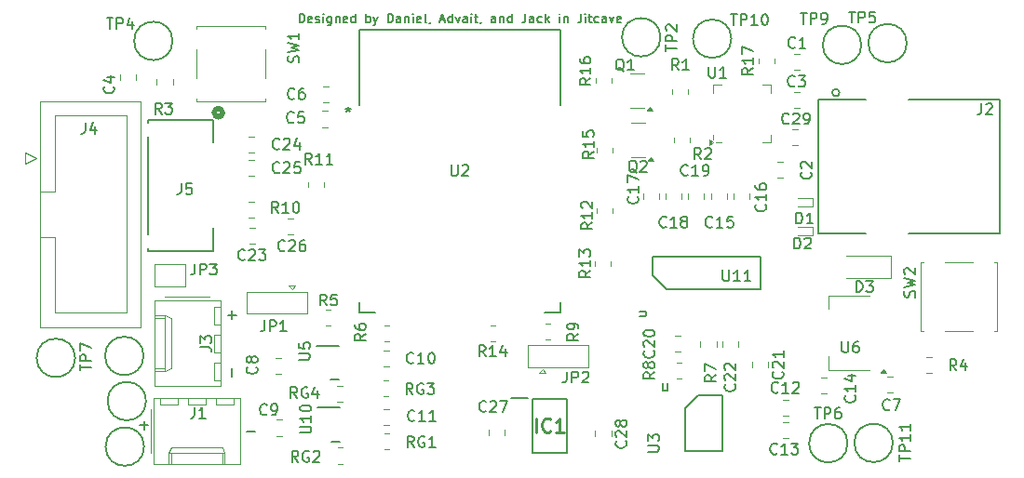
<source format=gbr>
%TF.GenerationSoftware,KiCad,Pcbnew,8.0.5*%
%TF.CreationDate,2024-10-16T13:53:07-05:00*%
%TF.ProjectId,MonitoringSystem_PCB,4d6f6e69-746f-4726-996e-675379737465,rev?*%
%TF.SameCoordinates,Original*%
%TF.FileFunction,Legend,Top*%
%TF.FilePolarity,Positive*%
%FSLAX46Y46*%
G04 Gerber Fmt 4.6, Leading zero omitted, Abs format (unit mm)*
G04 Created by KiCad (PCBNEW 8.0.5) date 2024-10-16 13:53:07*
%MOMM*%
%LPD*%
G01*
G04 APERTURE LIST*
%ADD10C,0.177800*%
%ADD11C,0.150000*%
%ADD12C,0.254000*%
%ADD13C,0.120000*%
%ADD14C,0.127000*%
%ADD15C,0.200000*%
%ADD16C,0.152400*%
%ADD17C,0.508000*%
G04 APERTURE END LIST*
D10*
X136048096Y-84270082D02*
X136048096Y-83457282D01*
X136048096Y-83457282D02*
X136241620Y-83457282D01*
X136241620Y-83457282D02*
X136357734Y-83495987D01*
X136357734Y-83495987D02*
X136435144Y-83573397D01*
X136435144Y-83573397D02*
X136473849Y-83650806D01*
X136473849Y-83650806D02*
X136512553Y-83805625D01*
X136512553Y-83805625D02*
X136512553Y-83921739D01*
X136512553Y-83921739D02*
X136473849Y-84076558D01*
X136473849Y-84076558D02*
X136435144Y-84153968D01*
X136435144Y-84153968D02*
X136357734Y-84231378D01*
X136357734Y-84231378D02*
X136241620Y-84270082D01*
X136241620Y-84270082D02*
X136048096Y-84270082D01*
X137170534Y-84231378D02*
X137093125Y-84270082D01*
X137093125Y-84270082D02*
X136938306Y-84270082D01*
X136938306Y-84270082D02*
X136860896Y-84231378D01*
X136860896Y-84231378D02*
X136822192Y-84153968D01*
X136822192Y-84153968D02*
X136822192Y-83844330D01*
X136822192Y-83844330D02*
X136860896Y-83766920D01*
X136860896Y-83766920D02*
X136938306Y-83728216D01*
X136938306Y-83728216D02*
X137093125Y-83728216D01*
X137093125Y-83728216D02*
X137170534Y-83766920D01*
X137170534Y-83766920D02*
X137209239Y-83844330D01*
X137209239Y-83844330D02*
X137209239Y-83921739D01*
X137209239Y-83921739D02*
X136822192Y-83999149D01*
X137518878Y-84231378D02*
X137596287Y-84270082D01*
X137596287Y-84270082D02*
X137751106Y-84270082D01*
X137751106Y-84270082D02*
X137828516Y-84231378D01*
X137828516Y-84231378D02*
X137867220Y-84153968D01*
X137867220Y-84153968D02*
X137867220Y-84115263D01*
X137867220Y-84115263D02*
X137828516Y-84037854D01*
X137828516Y-84037854D02*
X137751106Y-83999149D01*
X137751106Y-83999149D02*
X137634992Y-83999149D01*
X137634992Y-83999149D02*
X137557582Y-83960444D01*
X137557582Y-83960444D02*
X137518878Y-83883035D01*
X137518878Y-83883035D02*
X137518878Y-83844330D01*
X137518878Y-83844330D02*
X137557582Y-83766920D01*
X137557582Y-83766920D02*
X137634992Y-83728216D01*
X137634992Y-83728216D02*
X137751106Y-83728216D01*
X137751106Y-83728216D02*
X137828516Y-83766920D01*
X138215563Y-84270082D02*
X138215563Y-83728216D01*
X138215563Y-83457282D02*
X138176859Y-83495987D01*
X138176859Y-83495987D02*
X138215563Y-83534692D01*
X138215563Y-83534692D02*
X138254268Y-83495987D01*
X138254268Y-83495987D02*
X138215563Y-83457282D01*
X138215563Y-83457282D02*
X138215563Y-83534692D01*
X138950954Y-83728216D02*
X138950954Y-84386197D01*
X138950954Y-84386197D02*
X138912249Y-84463606D01*
X138912249Y-84463606D02*
X138873545Y-84502311D01*
X138873545Y-84502311D02*
X138796135Y-84541016D01*
X138796135Y-84541016D02*
X138680021Y-84541016D01*
X138680021Y-84541016D02*
X138602611Y-84502311D01*
X138950954Y-84231378D02*
X138873545Y-84270082D01*
X138873545Y-84270082D02*
X138718726Y-84270082D01*
X138718726Y-84270082D02*
X138641316Y-84231378D01*
X138641316Y-84231378D02*
X138602611Y-84192673D01*
X138602611Y-84192673D02*
X138563907Y-84115263D01*
X138563907Y-84115263D02*
X138563907Y-83883035D01*
X138563907Y-83883035D02*
X138602611Y-83805625D01*
X138602611Y-83805625D02*
X138641316Y-83766920D01*
X138641316Y-83766920D02*
X138718726Y-83728216D01*
X138718726Y-83728216D02*
X138873545Y-83728216D01*
X138873545Y-83728216D02*
X138950954Y-83766920D01*
X139338001Y-83728216D02*
X139338001Y-84270082D01*
X139338001Y-83805625D02*
X139376706Y-83766920D01*
X139376706Y-83766920D02*
X139454116Y-83728216D01*
X139454116Y-83728216D02*
X139570230Y-83728216D01*
X139570230Y-83728216D02*
X139647639Y-83766920D01*
X139647639Y-83766920D02*
X139686344Y-83844330D01*
X139686344Y-83844330D02*
X139686344Y-84270082D01*
X140383029Y-84231378D02*
X140305620Y-84270082D01*
X140305620Y-84270082D02*
X140150801Y-84270082D01*
X140150801Y-84270082D02*
X140073391Y-84231378D01*
X140073391Y-84231378D02*
X140034687Y-84153968D01*
X140034687Y-84153968D02*
X140034687Y-83844330D01*
X140034687Y-83844330D02*
X140073391Y-83766920D01*
X140073391Y-83766920D02*
X140150801Y-83728216D01*
X140150801Y-83728216D02*
X140305620Y-83728216D01*
X140305620Y-83728216D02*
X140383029Y-83766920D01*
X140383029Y-83766920D02*
X140421734Y-83844330D01*
X140421734Y-83844330D02*
X140421734Y-83921739D01*
X140421734Y-83921739D02*
X140034687Y-83999149D01*
X141118420Y-84270082D02*
X141118420Y-83457282D01*
X141118420Y-84231378D02*
X141041011Y-84270082D01*
X141041011Y-84270082D02*
X140886192Y-84270082D01*
X140886192Y-84270082D02*
X140808782Y-84231378D01*
X140808782Y-84231378D02*
X140770077Y-84192673D01*
X140770077Y-84192673D02*
X140731373Y-84115263D01*
X140731373Y-84115263D02*
X140731373Y-83883035D01*
X140731373Y-83883035D02*
X140770077Y-83805625D01*
X140770077Y-83805625D02*
X140808782Y-83766920D01*
X140808782Y-83766920D02*
X140886192Y-83728216D01*
X140886192Y-83728216D02*
X141041011Y-83728216D01*
X141041011Y-83728216D02*
X141118420Y-83766920D01*
X142124743Y-84270082D02*
X142124743Y-83457282D01*
X142124743Y-83766920D02*
X142202153Y-83728216D01*
X142202153Y-83728216D02*
X142356972Y-83728216D01*
X142356972Y-83728216D02*
X142434381Y-83766920D01*
X142434381Y-83766920D02*
X142473086Y-83805625D01*
X142473086Y-83805625D02*
X142511791Y-83883035D01*
X142511791Y-83883035D02*
X142511791Y-84115263D01*
X142511791Y-84115263D02*
X142473086Y-84192673D01*
X142473086Y-84192673D02*
X142434381Y-84231378D01*
X142434381Y-84231378D02*
X142356972Y-84270082D01*
X142356972Y-84270082D02*
X142202153Y-84270082D01*
X142202153Y-84270082D02*
X142124743Y-84231378D01*
X142782724Y-83728216D02*
X142976248Y-84270082D01*
X143169771Y-83728216D02*
X142976248Y-84270082D01*
X142976248Y-84270082D02*
X142898838Y-84463606D01*
X142898838Y-84463606D02*
X142860133Y-84502311D01*
X142860133Y-84502311D02*
X142782724Y-84541016D01*
X144098685Y-84270082D02*
X144098685Y-83457282D01*
X144098685Y-83457282D02*
X144292209Y-83457282D01*
X144292209Y-83457282D02*
X144408323Y-83495987D01*
X144408323Y-83495987D02*
X144485733Y-83573397D01*
X144485733Y-83573397D02*
X144524438Y-83650806D01*
X144524438Y-83650806D02*
X144563142Y-83805625D01*
X144563142Y-83805625D02*
X144563142Y-83921739D01*
X144563142Y-83921739D02*
X144524438Y-84076558D01*
X144524438Y-84076558D02*
X144485733Y-84153968D01*
X144485733Y-84153968D02*
X144408323Y-84231378D01*
X144408323Y-84231378D02*
X144292209Y-84270082D01*
X144292209Y-84270082D02*
X144098685Y-84270082D01*
X145259828Y-84270082D02*
X145259828Y-83844330D01*
X145259828Y-83844330D02*
X145221123Y-83766920D01*
X145221123Y-83766920D02*
X145143714Y-83728216D01*
X145143714Y-83728216D02*
X144988895Y-83728216D01*
X144988895Y-83728216D02*
X144911485Y-83766920D01*
X145259828Y-84231378D02*
X145182419Y-84270082D01*
X145182419Y-84270082D02*
X144988895Y-84270082D01*
X144988895Y-84270082D02*
X144911485Y-84231378D01*
X144911485Y-84231378D02*
X144872781Y-84153968D01*
X144872781Y-84153968D02*
X144872781Y-84076558D01*
X144872781Y-84076558D02*
X144911485Y-83999149D01*
X144911485Y-83999149D02*
X144988895Y-83960444D01*
X144988895Y-83960444D02*
X145182419Y-83960444D01*
X145182419Y-83960444D02*
X145259828Y-83921739D01*
X145646875Y-83728216D02*
X145646875Y-84270082D01*
X145646875Y-83805625D02*
X145685580Y-83766920D01*
X145685580Y-83766920D02*
X145762990Y-83728216D01*
X145762990Y-83728216D02*
X145879104Y-83728216D01*
X145879104Y-83728216D02*
X145956513Y-83766920D01*
X145956513Y-83766920D02*
X145995218Y-83844330D01*
X145995218Y-83844330D02*
X145995218Y-84270082D01*
X146382265Y-84270082D02*
X146382265Y-83728216D01*
X146382265Y-83457282D02*
X146343561Y-83495987D01*
X146343561Y-83495987D02*
X146382265Y-83534692D01*
X146382265Y-83534692D02*
X146420970Y-83495987D01*
X146420970Y-83495987D02*
X146382265Y-83457282D01*
X146382265Y-83457282D02*
X146382265Y-83534692D01*
X147078951Y-84231378D02*
X147001542Y-84270082D01*
X147001542Y-84270082D02*
X146846723Y-84270082D01*
X146846723Y-84270082D02*
X146769313Y-84231378D01*
X146769313Y-84231378D02*
X146730609Y-84153968D01*
X146730609Y-84153968D02*
X146730609Y-83844330D01*
X146730609Y-83844330D02*
X146769313Y-83766920D01*
X146769313Y-83766920D02*
X146846723Y-83728216D01*
X146846723Y-83728216D02*
X147001542Y-83728216D01*
X147001542Y-83728216D02*
X147078951Y-83766920D01*
X147078951Y-83766920D02*
X147117656Y-83844330D01*
X147117656Y-83844330D02*
X147117656Y-83921739D01*
X147117656Y-83921739D02*
X146730609Y-83999149D01*
X147582114Y-84270082D02*
X147504704Y-84231378D01*
X147504704Y-84231378D02*
X147465999Y-84153968D01*
X147465999Y-84153968D02*
X147465999Y-83457282D01*
X147930456Y-84231378D02*
X147930456Y-84270082D01*
X147930456Y-84270082D02*
X147891751Y-84347492D01*
X147891751Y-84347492D02*
X147853047Y-84386197D01*
X148859371Y-84037854D02*
X149246418Y-84037854D01*
X148781961Y-84270082D02*
X149052894Y-83457282D01*
X149052894Y-83457282D02*
X149323828Y-84270082D01*
X149943104Y-84270082D02*
X149943104Y-83457282D01*
X149943104Y-84231378D02*
X149865695Y-84270082D01*
X149865695Y-84270082D02*
X149710876Y-84270082D01*
X149710876Y-84270082D02*
X149633466Y-84231378D01*
X149633466Y-84231378D02*
X149594761Y-84192673D01*
X149594761Y-84192673D02*
X149556057Y-84115263D01*
X149556057Y-84115263D02*
X149556057Y-83883035D01*
X149556057Y-83883035D02*
X149594761Y-83805625D01*
X149594761Y-83805625D02*
X149633466Y-83766920D01*
X149633466Y-83766920D02*
X149710876Y-83728216D01*
X149710876Y-83728216D02*
X149865695Y-83728216D01*
X149865695Y-83728216D02*
X149943104Y-83766920D01*
X150252742Y-83728216D02*
X150446266Y-84270082D01*
X150446266Y-84270082D02*
X150639789Y-83728216D01*
X151297770Y-84270082D02*
X151297770Y-83844330D01*
X151297770Y-83844330D02*
X151259065Y-83766920D01*
X151259065Y-83766920D02*
X151181656Y-83728216D01*
X151181656Y-83728216D02*
X151026837Y-83728216D01*
X151026837Y-83728216D02*
X150949427Y-83766920D01*
X151297770Y-84231378D02*
X151220361Y-84270082D01*
X151220361Y-84270082D02*
X151026837Y-84270082D01*
X151026837Y-84270082D02*
X150949427Y-84231378D01*
X150949427Y-84231378D02*
X150910723Y-84153968D01*
X150910723Y-84153968D02*
X150910723Y-84076558D01*
X150910723Y-84076558D02*
X150949427Y-83999149D01*
X150949427Y-83999149D02*
X151026837Y-83960444D01*
X151026837Y-83960444D02*
X151220361Y-83960444D01*
X151220361Y-83960444D02*
X151297770Y-83921739D01*
X151684817Y-84270082D02*
X151684817Y-83728216D01*
X151684817Y-83457282D02*
X151646113Y-83495987D01*
X151646113Y-83495987D02*
X151684817Y-83534692D01*
X151684817Y-83534692D02*
X151723522Y-83495987D01*
X151723522Y-83495987D02*
X151684817Y-83457282D01*
X151684817Y-83457282D02*
X151684817Y-83534692D01*
X151955751Y-83728216D02*
X152265389Y-83728216D01*
X152071865Y-83457282D02*
X152071865Y-84153968D01*
X152071865Y-84153968D02*
X152110570Y-84231378D01*
X152110570Y-84231378D02*
X152187980Y-84270082D01*
X152187980Y-84270082D02*
X152265389Y-84270082D01*
X152575027Y-84231378D02*
X152575027Y-84270082D01*
X152575027Y-84270082D02*
X152536322Y-84347492D01*
X152536322Y-84347492D02*
X152497618Y-84386197D01*
X153890989Y-84270082D02*
X153890989Y-83844330D01*
X153890989Y-83844330D02*
X153852284Y-83766920D01*
X153852284Y-83766920D02*
X153774875Y-83728216D01*
X153774875Y-83728216D02*
X153620056Y-83728216D01*
X153620056Y-83728216D02*
X153542646Y-83766920D01*
X153890989Y-84231378D02*
X153813580Y-84270082D01*
X153813580Y-84270082D02*
X153620056Y-84270082D01*
X153620056Y-84270082D02*
X153542646Y-84231378D01*
X153542646Y-84231378D02*
X153503942Y-84153968D01*
X153503942Y-84153968D02*
X153503942Y-84076558D01*
X153503942Y-84076558D02*
X153542646Y-83999149D01*
X153542646Y-83999149D02*
X153620056Y-83960444D01*
X153620056Y-83960444D02*
X153813580Y-83960444D01*
X153813580Y-83960444D02*
X153890989Y-83921739D01*
X154278036Y-83728216D02*
X154278036Y-84270082D01*
X154278036Y-83805625D02*
X154316741Y-83766920D01*
X154316741Y-83766920D02*
X154394151Y-83728216D01*
X154394151Y-83728216D02*
X154510265Y-83728216D01*
X154510265Y-83728216D02*
X154587674Y-83766920D01*
X154587674Y-83766920D02*
X154626379Y-83844330D01*
X154626379Y-83844330D02*
X154626379Y-84270082D01*
X155361769Y-84270082D02*
X155361769Y-83457282D01*
X155361769Y-84231378D02*
X155284360Y-84270082D01*
X155284360Y-84270082D02*
X155129541Y-84270082D01*
X155129541Y-84270082D02*
X155052131Y-84231378D01*
X155052131Y-84231378D02*
X155013426Y-84192673D01*
X155013426Y-84192673D02*
X154974722Y-84115263D01*
X154974722Y-84115263D02*
X154974722Y-83883035D01*
X154974722Y-83883035D02*
X155013426Y-83805625D01*
X155013426Y-83805625D02*
X155052131Y-83766920D01*
X155052131Y-83766920D02*
X155129541Y-83728216D01*
X155129541Y-83728216D02*
X155284360Y-83728216D01*
X155284360Y-83728216D02*
X155361769Y-83766920D01*
X156600321Y-83457282D02*
X156600321Y-84037854D01*
X156600321Y-84037854D02*
X156561616Y-84153968D01*
X156561616Y-84153968D02*
X156484207Y-84231378D01*
X156484207Y-84231378D02*
X156368092Y-84270082D01*
X156368092Y-84270082D02*
X156290683Y-84270082D01*
X157335711Y-84270082D02*
X157335711Y-83844330D01*
X157335711Y-83844330D02*
X157297006Y-83766920D01*
X157297006Y-83766920D02*
X157219597Y-83728216D01*
X157219597Y-83728216D02*
X157064778Y-83728216D01*
X157064778Y-83728216D02*
X156987368Y-83766920D01*
X157335711Y-84231378D02*
X157258302Y-84270082D01*
X157258302Y-84270082D02*
X157064778Y-84270082D01*
X157064778Y-84270082D02*
X156987368Y-84231378D01*
X156987368Y-84231378D02*
X156948664Y-84153968D01*
X156948664Y-84153968D02*
X156948664Y-84076558D01*
X156948664Y-84076558D02*
X156987368Y-83999149D01*
X156987368Y-83999149D02*
X157064778Y-83960444D01*
X157064778Y-83960444D02*
X157258302Y-83960444D01*
X157258302Y-83960444D02*
X157335711Y-83921739D01*
X158071101Y-84231378D02*
X157993692Y-84270082D01*
X157993692Y-84270082D02*
X157838873Y-84270082D01*
X157838873Y-84270082D02*
X157761463Y-84231378D01*
X157761463Y-84231378D02*
X157722758Y-84192673D01*
X157722758Y-84192673D02*
X157684054Y-84115263D01*
X157684054Y-84115263D02*
X157684054Y-83883035D01*
X157684054Y-83883035D02*
X157722758Y-83805625D01*
X157722758Y-83805625D02*
X157761463Y-83766920D01*
X157761463Y-83766920D02*
X157838873Y-83728216D01*
X157838873Y-83728216D02*
X157993692Y-83728216D01*
X157993692Y-83728216D02*
X158071101Y-83766920D01*
X158419444Y-84270082D02*
X158419444Y-83457282D01*
X158496854Y-83960444D02*
X158729082Y-84270082D01*
X158729082Y-83728216D02*
X158419444Y-84037854D01*
X159696701Y-84270082D02*
X159696701Y-83728216D01*
X159696701Y-83457282D02*
X159657997Y-83495987D01*
X159657997Y-83495987D02*
X159696701Y-83534692D01*
X159696701Y-83534692D02*
X159735406Y-83495987D01*
X159735406Y-83495987D02*
X159696701Y-83457282D01*
X159696701Y-83457282D02*
X159696701Y-83534692D01*
X160083749Y-83728216D02*
X160083749Y-84270082D01*
X160083749Y-83805625D02*
X160122454Y-83766920D01*
X160122454Y-83766920D02*
X160199864Y-83728216D01*
X160199864Y-83728216D02*
X160315978Y-83728216D01*
X160315978Y-83728216D02*
X160393387Y-83766920D01*
X160393387Y-83766920D02*
X160432092Y-83844330D01*
X160432092Y-83844330D02*
X160432092Y-84270082D01*
X161670644Y-83457282D02*
X161670644Y-84037854D01*
X161670644Y-84037854D02*
X161631939Y-84153968D01*
X161631939Y-84153968D02*
X161554530Y-84231378D01*
X161554530Y-84231378D02*
X161438415Y-84270082D01*
X161438415Y-84270082D02*
X161361006Y-84270082D01*
X162057691Y-84270082D02*
X162057691Y-83728216D01*
X162057691Y-83457282D02*
X162018987Y-83495987D01*
X162018987Y-83495987D02*
X162057691Y-83534692D01*
X162057691Y-83534692D02*
X162096396Y-83495987D01*
X162096396Y-83495987D02*
X162057691Y-83457282D01*
X162057691Y-83457282D02*
X162057691Y-83534692D01*
X162328625Y-83728216D02*
X162638263Y-83728216D01*
X162444739Y-83457282D02*
X162444739Y-84153968D01*
X162444739Y-84153968D02*
X162483444Y-84231378D01*
X162483444Y-84231378D02*
X162560854Y-84270082D01*
X162560854Y-84270082D02*
X162638263Y-84270082D01*
X163257539Y-84231378D02*
X163180130Y-84270082D01*
X163180130Y-84270082D02*
X163025311Y-84270082D01*
X163025311Y-84270082D02*
X162947901Y-84231378D01*
X162947901Y-84231378D02*
X162909196Y-84192673D01*
X162909196Y-84192673D02*
X162870492Y-84115263D01*
X162870492Y-84115263D02*
X162870492Y-83883035D01*
X162870492Y-83883035D02*
X162909196Y-83805625D01*
X162909196Y-83805625D02*
X162947901Y-83766920D01*
X162947901Y-83766920D02*
X163025311Y-83728216D01*
X163025311Y-83728216D02*
X163180130Y-83728216D01*
X163180130Y-83728216D02*
X163257539Y-83766920D01*
X163954225Y-84270082D02*
X163954225Y-83844330D01*
X163954225Y-83844330D02*
X163915520Y-83766920D01*
X163915520Y-83766920D02*
X163838111Y-83728216D01*
X163838111Y-83728216D02*
X163683292Y-83728216D01*
X163683292Y-83728216D02*
X163605882Y-83766920D01*
X163954225Y-84231378D02*
X163876816Y-84270082D01*
X163876816Y-84270082D02*
X163683292Y-84270082D01*
X163683292Y-84270082D02*
X163605882Y-84231378D01*
X163605882Y-84231378D02*
X163567178Y-84153968D01*
X163567178Y-84153968D02*
X163567178Y-84076558D01*
X163567178Y-84076558D02*
X163605882Y-83999149D01*
X163605882Y-83999149D02*
X163683292Y-83960444D01*
X163683292Y-83960444D02*
X163876816Y-83960444D01*
X163876816Y-83960444D02*
X163954225Y-83921739D01*
X164263863Y-83728216D02*
X164457387Y-84270082D01*
X164457387Y-84270082D02*
X164650910Y-83728216D01*
X165270186Y-84231378D02*
X165192777Y-84270082D01*
X165192777Y-84270082D02*
X165037958Y-84270082D01*
X165037958Y-84270082D02*
X164960548Y-84231378D01*
X164960548Y-84231378D02*
X164921844Y-84153968D01*
X164921844Y-84153968D02*
X164921844Y-83844330D01*
X164921844Y-83844330D02*
X164960548Y-83766920D01*
X164960548Y-83766920D02*
X165037958Y-83728216D01*
X165037958Y-83728216D02*
X165192777Y-83728216D01*
X165192777Y-83728216D02*
X165270186Y-83766920D01*
X165270186Y-83766920D02*
X165308891Y-83844330D01*
X165308891Y-83844330D02*
X165308891Y-83921739D01*
X165308891Y-83921739D02*
X164921844Y-83999149D01*
D11*
X126514266Y-119292019D02*
X126514266Y-120006304D01*
X126514266Y-120006304D02*
X126466647Y-120149161D01*
X126466647Y-120149161D02*
X126371409Y-120244400D01*
X126371409Y-120244400D02*
X126228552Y-120292019D01*
X126228552Y-120292019D02*
X126133314Y-120292019D01*
X127514266Y-120292019D02*
X126942838Y-120292019D01*
X127228552Y-120292019D02*
X127228552Y-119292019D01*
X127228552Y-119292019D02*
X127133314Y-119434876D01*
X127133314Y-119434876D02*
X127038076Y-119530114D01*
X127038076Y-119530114D02*
X126942838Y-119577733D01*
X131248379Y-121485066D02*
X132010284Y-121485066D01*
X121520179Y-120926266D02*
X122282084Y-120926266D01*
X121901131Y-121307219D02*
X121901131Y-120545314D01*
X127039019Y-113820533D02*
X127753304Y-113820533D01*
X127753304Y-113820533D02*
X127896161Y-113868152D01*
X127896161Y-113868152D02*
X127991400Y-113963390D01*
X127991400Y-113963390D02*
X128039019Y-114106247D01*
X128039019Y-114106247D02*
X128039019Y-114201485D01*
X127039019Y-113439580D02*
X127039019Y-112820533D01*
X127039019Y-112820533D02*
X127419971Y-113153866D01*
X127419971Y-113153866D02*
X127419971Y-113011009D01*
X127419971Y-113011009D02*
X127467590Y-112915771D01*
X127467590Y-112915771D02*
X127515209Y-112868152D01*
X127515209Y-112868152D02*
X127610447Y-112820533D01*
X127610447Y-112820533D02*
X127848542Y-112820533D01*
X127848542Y-112820533D02*
X127943780Y-112868152D01*
X127943780Y-112868152D02*
X127991400Y-112915771D01*
X127991400Y-112915771D02*
X128039019Y-113011009D01*
X128039019Y-113011009D02*
X128039019Y-113296723D01*
X128039019Y-113296723D02*
X127991400Y-113391961D01*
X127991400Y-113391961D02*
X127943780Y-113439580D01*
X129898733Y-115728979D02*
X129898733Y-116490884D01*
X129898733Y-110521979D02*
X129898733Y-111283884D01*
X129517780Y-110902931D02*
X130279685Y-110902931D01*
X198065547Y-91655981D02*
X198065547Y-92371380D01*
X198065547Y-92371380D02*
X198017853Y-92514460D01*
X198017853Y-92514460D02*
X197922467Y-92609847D01*
X197922467Y-92609847D02*
X197779387Y-92657540D01*
X197779387Y-92657540D02*
X197684000Y-92657540D01*
X198494787Y-91751367D02*
X198542480Y-91703674D01*
X198542480Y-91703674D02*
X198637867Y-91655981D01*
X198637867Y-91655981D02*
X198876333Y-91655981D01*
X198876333Y-91655981D02*
X198971720Y-91703674D01*
X198971720Y-91703674D02*
X199019413Y-91751367D01*
X199019413Y-91751367D02*
X199067106Y-91846754D01*
X199067106Y-91846754D02*
X199067106Y-91942141D01*
X199067106Y-91942141D02*
X199019413Y-92085220D01*
X199019413Y-92085220D02*
X198447093Y-92657540D01*
X198447093Y-92657540D02*
X199067106Y-92657540D01*
X167755219Y-123342304D02*
X168564742Y-123342304D01*
X168564742Y-123342304D02*
X168659980Y-123294685D01*
X168659980Y-123294685D02*
X168707600Y-123247066D01*
X168707600Y-123247066D02*
X168755219Y-123151828D01*
X168755219Y-123151828D02*
X168755219Y-122961352D01*
X168755219Y-122961352D02*
X168707600Y-122866114D01*
X168707600Y-122866114D02*
X168659980Y-122818495D01*
X168659980Y-122818495D02*
X168564742Y-122770876D01*
X168564742Y-122770876D02*
X167755219Y-122770876D01*
X167755219Y-122389923D02*
X167755219Y-121770876D01*
X167755219Y-121770876D02*
X168136171Y-122104209D01*
X168136171Y-122104209D02*
X168136171Y-121961352D01*
X168136171Y-121961352D02*
X168183790Y-121866114D01*
X168183790Y-121866114D02*
X168231409Y-121818495D01*
X168231409Y-121818495D02*
X168326647Y-121770876D01*
X168326647Y-121770876D02*
X168564742Y-121770876D01*
X168564742Y-121770876D02*
X168659980Y-121818495D01*
X168659980Y-121818495D02*
X168707600Y-121866114D01*
X168707600Y-121866114D02*
X168755219Y-121961352D01*
X168755219Y-121961352D02*
X168755219Y-122247066D01*
X168755219Y-122247066D02*
X168707600Y-122342304D01*
X168707600Y-122342304D02*
X168659980Y-122389923D01*
X169505285Y-117136152D02*
X169505285Y-117802819D01*
X169076714Y-117136152D02*
X169076714Y-117659961D01*
X169076714Y-117659961D02*
X169124333Y-117755200D01*
X169124333Y-117755200D02*
X169219571Y-117802819D01*
X169219571Y-117802819D02*
X169362428Y-117802819D01*
X169362428Y-117802819D02*
X169457666Y-117755200D01*
X169457666Y-117755200D02*
X169505285Y-117707580D01*
X136005219Y-114960304D02*
X136814742Y-114960304D01*
X136814742Y-114960304D02*
X136909980Y-114912685D01*
X136909980Y-114912685D02*
X136957600Y-114865066D01*
X136957600Y-114865066D02*
X137005219Y-114769828D01*
X137005219Y-114769828D02*
X137005219Y-114579352D01*
X137005219Y-114579352D02*
X136957600Y-114484114D01*
X136957600Y-114484114D02*
X136909980Y-114436495D01*
X136909980Y-114436495D02*
X136814742Y-114388876D01*
X136814742Y-114388876D02*
X136005219Y-114388876D01*
X136005219Y-113436495D02*
X136005219Y-113912685D01*
X136005219Y-113912685D02*
X136481409Y-113960304D01*
X136481409Y-113960304D02*
X136433790Y-113912685D01*
X136433790Y-113912685D02*
X136386171Y-113817447D01*
X136386171Y-113817447D02*
X136386171Y-113579352D01*
X136386171Y-113579352D02*
X136433790Y-113484114D01*
X136433790Y-113484114D02*
X136481409Y-113436495D01*
X136481409Y-113436495D02*
X136576647Y-113388876D01*
X136576647Y-113388876D02*
X136814742Y-113388876D01*
X136814742Y-113388876D02*
X136909980Y-113436495D01*
X136909980Y-113436495D02*
X136957600Y-113484114D01*
X136957600Y-113484114D02*
X137005219Y-113579352D01*
X137005219Y-113579352D02*
X137005219Y-113817447D01*
X137005219Y-113817447D02*
X136957600Y-113912685D01*
X136957600Y-113912685D02*
X136909980Y-113960304D01*
X136106819Y-121634094D02*
X136916342Y-121634094D01*
X136916342Y-121634094D02*
X137011580Y-121586475D01*
X137011580Y-121586475D02*
X137059200Y-121538856D01*
X137059200Y-121538856D02*
X137106819Y-121443618D01*
X137106819Y-121443618D02*
X137106819Y-121253142D01*
X137106819Y-121253142D02*
X137059200Y-121157904D01*
X137059200Y-121157904D02*
X137011580Y-121110285D01*
X137011580Y-121110285D02*
X136916342Y-121062666D01*
X136916342Y-121062666D02*
X136106819Y-121062666D01*
X137106819Y-120062666D02*
X137106819Y-120634094D01*
X137106819Y-120348380D02*
X136106819Y-120348380D01*
X136106819Y-120348380D02*
X136249676Y-120443618D01*
X136249676Y-120443618D02*
X136344914Y-120538856D01*
X136344914Y-120538856D02*
X136392533Y-120634094D01*
X136106819Y-119443618D02*
X136106819Y-119348380D01*
X136106819Y-119348380D02*
X136154438Y-119253142D01*
X136154438Y-119253142D02*
X136202057Y-119205523D01*
X136202057Y-119205523D02*
X136297295Y-119157904D01*
X136297295Y-119157904D02*
X136487771Y-119110285D01*
X136487771Y-119110285D02*
X136725866Y-119110285D01*
X136725866Y-119110285D02*
X136916342Y-119157904D01*
X136916342Y-119157904D02*
X137011580Y-119205523D01*
X137011580Y-119205523D02*
X137059200Y-119253142D01*
X137059200Y-119253142D02*
X137106819Y-119348380D01*
X137106819Y-119348380D02*
X137106819Y-119443618D01*
X137106819Y-119443618D02*
X137059200Y-119538856D01*
X137059200Y-119538856D02*
X137011580Y-119586475D01*
X137011580Y-119586475D02*
X136916342Y-119634094D01*
X136916342Y-119634094D02*
X136725866Y-119681713D01*
X136725866Y-119681713D02*
X136487771Y-119681713D01*
X136487771Y-119681713D02*
X136297295Y-119634094D01*
X136297295Y-119634094D02*
X136202057Y-119586475D01*
X136202057Y-119586475D02*
X136154438Y-119538856D01*
X136154438Y-119538856D02*
X136106819Y-119443618D01*
X174555305Y-106820619D02*
X174555305Y-107630142D01*
X174555305Y-107630142D02*
X174602924Y-107725380D01*
X174602924Y-107725380D02*
X174650543Y-107773000D01*
X174650543Y-107773000D02*
X174745781Y-107820619D01*
X174745781Y-107820619D02*
X174936257Y-107820619D01*
X174936257Y-107820619D02*
X175031495Y-107773000D01*
X175031495Y-107773000D02*
X175079114Y-107725380D01*
X175079114Y-107725380D02*
X175126733Y-107630142D01*
X175126733Y-107630142D02*
X175126733Y-106820619D01*
X176126733Y-107820619D02*
X175555305Y-107820619D01*
X175841019Y-107820619D02*
X175841019Y-106820619D01*
X175841019Y-106820619D02*
X175745781Y-106963476D01*
X175745781Y-106963476D02*
X175650543Y-107058714D01*
X175650543Y-107058714D02*
X175555305Y-107106333D01*
X177079114Y-107820619D02*
X176507686Y-107820619D01*
X176793400Y-107820619D02*
X176793400Y-106820619D01*
X176793400Y-106820619D02*
X176698162Y-106963476D01*
X176698162Y-106963476D02*
X176602924Y-107058714D01*
X176602924Y-107058714D02*
X176507686Y-107106333D01*
X166945552Y-110555114D02*
X167612219Y-110555114D01*
X166945552Y-110983685D02*
X167469361Y-110983685D01*
X167469361Y-110983685D02*
X167564600Y-110936066D01*
X167564600Y-110936066D02*
X167612219Y-110840828D01*
X167612219Y-110840828D02*
X167612219Y-110697971D01*
X167612219Y-110697971D02*
X167564600Y-110602733D01*
X167564600Y-110602733D02*
X167516980Y-110555114D01*
X177316019Y-88425257D02*
X176839828Y-88758590D01*
X177316019Y-88996685D02*
X176316019Y-88996685D01*
X176316019Y-88996685D02*
X176316019Y-88615733D01*
X176316019Y-88615733D02*
X176363638Y-88520495D01*
X176363638Y-88520495D02*
X176411257Y-88472876D01*
X176411257Y-88472876D02*
X176506495Y-88425257D01*
X176506495Y-88425257D02*
X176649352Y-88425257D01*
X176649352Y-88425257D02*
X176744590Y-88472876D01*
X176744590Y-88472876D02*
X176792209Y-88520495D01*
X176792209Y-88520495D02*
X176839828Y-88615733D01*
X176839828Y-88615733D02*
X176839828Y-88996685D01*
X177316019Y-87472876D02*
X177316019Y-88044304D01*
X177316019Y-87758590D02*
X176316019Y-87758590D01*
X176316019Y-87758590D02*
X176458876Y-87853828D01*
X176458876Y-87853828D02*
X176554114Y-87949066D01*
X176554114Y-87949066D02*
X176601733Y-88044304D01*
X176316019Y-87139542D02*
X176316019Y-86472876D01*
X176316019Y-86472876D02*
X177316019Y-86901447D01*
X181087733Y-90017980D02*
X181040114Y-90065600D01*
X181040114Y-90065600D02*
X180897257Y-90113219D01*
X180897257Y-90113219D02*
X180802019Y-90113219D01*
X180802019Y-90113219D02*
X180659162Y-90065600D01*
X180659162Y-90065600D02*
X180563924Y-89970361D01*
X180563924Y-89970361D02*
X180516305Y-89875123D01*
X180516305Y-89875123D02*
X180468686Y-89684647D01*
X180468686Y-89684647D02*
X180468686Y-89541790D01*
X180468686Y-89541790D02*
X180516305Y-89351314D01*
X180516305Y-89351314D02*
X180563924Y-89256076D01*
X180563924Y-89256076D02*
X180659162Y-89160838D01*
X180659162Y-89160838D02*
X180802019Y-89113219D01*
X180802019Y-89113219D02*
X180897257Y-89113219D01*
X180897257Y-89113219D02*
X181040114Y-89160838D01*
X181040114Y-89160838D02*
X181087733Y-89208457D01*
X181421067Y-89113219D02*
X182040114Y-89113219D01*
X182040114Y-89113219D02*
X181706781Y-89494171D01*
X181706781Y-89494171D02*
X181849638Y-89494171D01*
X181849638Y-89494171D02*
X181944876Y-89541790D01*
X181944876Y-89541790D02*
X181992495Y-89589409D01*
X181992495Y-89589409D02*
X182040114Y-89684647D01*
X182040114Y-89684647D02*
X182040114Y-89922742D01*
X182040114Y-89922742D02*
X181992495Y-90017980D01*
X181992495Y-90017980D02*
X181944876Y-90065600D01*
X181944876Y-90065600D02*
X181849638Y-90113219D01*
X181849638Y-90113219D02*
X181563924Y-90113219D01*
X181563924Y-90113219D02*
X181468686Y-90065600D01*
X181468686Y-90065600D02*
X181421067Y-90017980D01*
X181138533Y-86512780D02*
X181090914Y-86560400D01*
X181090914Y-86560400D02*
X180948057Y-86608019D01*
X180948057Y-86608019D02*
X180852819Y-86608019D01*
X180852819Y-86608019D02*
X180709962Y-86560400D01*
X180709962Y-86560400D02*
X180614724Y-86465161D01*
X180614724Y-86465161D02*
X180567105Y-86369923D01*
X180567105Y-86369923D02*
X180519486Y-86179447D01*
X180519486Y-86179447D02*
X180519486Y-86036590D01*
X180519486Y-86036590D02*
X180567105Y-85846114D01*
X180567105Y-85846114D02*
X180614724Y-85750876D01*
X180614724Y-85750876D02*
X180709962Y-85655638D01*
X180709962Y-85655638D02*
X180852819Y-85608019D01*
X180852819Y-85608019D02*
X180948057Y-85608019D01*
X180948057Y-85608019D02*
X181090914Y-85655638D01*
X181090914Y-85655638D02*
X181138533Y-85703257D01*
X182090914Y-86608019D02*
X181519486Y-86608019D01*
X181805200Y-86608019D02*
X181805200Y-85608019D01*
X181805200Y-85608019D02*
X181709962Y-85750876D01*
X181709962Y-85750876D02*
X181614724Y-85846114D01*
X181614724Y-85846114D02*
X181519486Y-85893733D01*
X180560742Y-93425180D02*
X180513123Y-93472800D01*
X180513123Y-93472800D02*
X180370266Y-93520419D01*
X180370266Y-93520419D02*
X180275028Y-93520419D01*
X180275028Y-93520419D02*
X180132171Y-93472800D01*
X180132171Y-93472800D02*
X180036933Y-93377561D01*
X180036933Y-93377561D02*
X179989314Y-93282323D01*
X179989314Y-93282323D02*
X179941695Y-93091847D01*
X179941695Y-93091847D02*
X179941695Y-92948990D01*
X179941695Y-92948990D02*
X179989314Y-92758514D01*
X179989314Y-92758514D02*
X180036933Y-92663276D01*
X180036933Y-92663276D02*
X180132171Y-92568038D01*
X180132171Y-92568038D02*
X180275028Y-92520419D01*
X180275028Y-92520419D02*
X180370266Y-92520419D01*
X180370266Y-92520419D02*
X180513123Y-92568038D01*
X180513123Y-92568038D02*
X180560742Y-92615657D01*
X180941695Y-92615657D02*
X180989314Y-92568038D01*
X180989314Y-92568038D02*
X181084552Y-92520419D01*
X181084552Y-92520419D02*
X181322647Y-92520419D01*
X181322647Y-92520419D02*
X181417885Y-92568038D01*
X181417885Y-92568038D02*
X181465504Y-92615657D01*
X181465504Y-92615657D02*
X181513123Y-92710895D01*
X181513123Y-92710895D02*
X181513123Y-92806133D01*
X181513123Y-92806133D02*
X181465504Y-92948990D01*
X181465504Y-92948990D02*
X180894076Y-93520419D01*
X180894076Y-93520419D02*
X181513123Y-93520419D01*
X181989314Y-93520419D02*
X182179790Y-93520419D01*
X182179790Y-93520419D02*
X182275028Y-93472800D01*
X182275028Y-93472800D02*
X182322647Y-93425180D01*
X182322647Y-93425180D02*
X182417885Y-93282323D01*
X182417885Y-93282323D02*
X182465504Y-93091847D01*
X182465504Y-93091847D02*
X182465504Y-92710895D01*
X182465504Y-92710895D02*
X182417885Y-92615657D01*
X182417885Y-92615657D02*
X182370266Y-92568038D01*
X182370266Y-92568038D02*
X182275028Y-92520419D01*
X182275028Y-92520419D02*
X182084552Y-92520419D01*
X182084552Y-92520419D02*
X181989314Y-92568038D01*
X181989314Y-92568038D02*
X181941695Y-92615657D01*
X181941695Y-92615657D02*
X181894076Y-92710895D01*
X181894076Y-92710895D02*
X181894076Y-92948990D01*
X181894076Y-92948990D02*
X181941695Y-93044228D01*
X181941695Y-93044228D02*
X181989314Y-93091847D01*
X181989314Y-93091847D02*
X182084552Y-93139466D01*
X182084552Y-93139466D02*
X182275028Y-93139466D01*
X182275028Y-93139466D02*
X182370266Y-93091847D01*
X182370266Y-93091847D02*
X182417885Y-93044228D01*
X182417885Y-93044228D02*
X182465504Y-92948990D01*
X182528380Y-97905866D02*
X182576000Y-97953485D01*
X182576000Y-97953485D02*
X182623619Y-98096342D01*
X182623619Y-98096342D02*
X182623619Y-98191580D01*
X182623619Y-98191580D02*
X182576000Y-98334437D01*
X182576000Y-98334437D02*
X182480761Y-98429675D01*
X182480761Y-98429675D02*
X182385523Y-98477294D01*
X182385523Y-98477294D02*
X182195047Y-98524913D01*
X182195047Y-98524913D02*
X182052190Y-98524913D01*
X182052190Y-98524913D02*
X181861714Y-98477294D01*
X181861714Y-98477294D02*
X181766476Y-98429675D01*
X181766476Y-98429675D02*
X181671238Y-98334437D01*
X181671238Y-98334437D02*
X181623619Y-98191580D01*
X181623619Y-98191580D02*
X181623619Y-98096342D01*
X181623619Y-98096342D02*
X181671238Y-97953485D01*
X181671238Y-97953485D02*
X181718857Y-97905866D01*
X181718857Y-97524913D02*
X181671238Y-97477294D01*
X181671238Y-97477294D02*
X181623619Y-97382056D01*
X181623619Y-97382056D02*
X181623619Y-97143961D01*
X181623619Y-97143961D02*
X181671238Y-97048723D01*
X181671238Y-97048723D02*
X181718857Y-97001104D01*
X181718857Y-97001104D02*
X181814095Y-96953485D01*
X181814095Y-96953485D02*
X181909333Y-96953485D01*
X181909333Y-96953485D02*
X182052190Y-97001104D01*
X182052190Y-97001104D02*
X182623619Y-97572532D01*
X182623619Y-97572532D02*
X182623619Y-96953485D01*
X162532219Y-89339657D02*
X162056028Y-89672990D01*
X162532219Y-89911085D02*
X161532219Y-89911085D01*
X161532219Y-89911085D02*
X161532219Y-89530133D01*
X161532219Y-89530133D02*
X161579838Y-89434895D01*
X161579838Y-89434895D02*
X161627457Y-89387276D01*
X161627457Y-89387276D02*
X161722695Y-89339657D01*
X161722695Y-89339657D02*
X161865552Y-89339657D01*
X161865552Y-89339657D02*
X161960790Y-89387276D01*
X161960790Y-89387276D02*
X162008409Y-89434895D01*
X162008409Y-89434895D02*
X162056028Y-89530133D01*
X162056028Y-89530133D02*
X162056028Y-89911085D01*
X162532219Y-88387276D02*
X162532219Y-88958704D01*
X162532219Y-88672990D02*
X161532219Y-88672990D01*
X161532219Y-88672990D02*
X161675076Y-88768228D01*
X161675076Y-88768228D02*
X161770314Y-88863466D01*
X161770314Y-88863466D02*
X161817933Y-88958704D01*
X161532219Y-87530133D02*
X161532219Y-87720609D01*
X161532219Y-87720609D02*
X161579838Y-87815847D01*
X161579838Y-87815847D02*
X161627457Y-87863466D01*
X161627457Y-87863466D02*
X161770314Y-87958704D01*
X161770314Y-87958704D02*
X161960790Y-88006323D01*
X161960790Y-88006323D02*
X162341742Y-88006323D01*
X162341742Y-88006323D02*
X162436980Y-87958704D01*
X162436980Y-87958704D02*
X162484600Y-87911085D01*
X162484600Y-87911085D02*
X162532219Y-87815847D01*
X162532219Y-87815847D02*
X162532219Y-87625371D01*
X162532219Y-87625371D02*
X162484600Y-87530133D01*
X162484600Y-87530133D02*
X162436980Y-87482514D01*
X162436980Y-87482514D02*
X162341742Y-87434895D01*
X162341742Y-87434895D02*
X162103647Y-87434895D01*
X162103647Y-87434895D02*
X162008409Y-87482514D01*
X162008409Y-87482514D02*
X161960790Y-87530133D01*
X161960790Y-87530133D02*
X161913171Y-87625371D01*
X161913171Y-87625371D02*
X161913171Y-87815847D01*
X161913171Y-87815847D02*
X161960790Y-87911085D01*
X161960790Y-87911085D02*
X162008409Y-87958704D01*
X162008409Y-87958704D02*
X162103647Y-88006323D01*
X162811619Y-96019857D02*
X162335428Y-96353190D01*
X162811619Y-96591285D02*
X161811619Y-96591285D01*
X161811619Y-96591285D02*
X161811619Y-96210333D01*
X161811619Y-96210333D02*
X161859238Y-96115095D01*
X161859238Y-96115095D02*
X161906857Y-96067476D01*
X161906857Y-96067476D02*
X162002095Y-96019857D01*
X162002095Y-96019857D02*
X162144952Y-96019857D01*
X162144952Y-96019857D02*
X162240190Y-96067476D01*
X162240190Y-96067476D02*
X162287809Y-96115095D01*
X162287809Y-96115095D02*
X162335428Y-96210333D01*
X162335428Y-96210333D02*
X162335428Y-96591285D01*
X162811619Y-95067476D02*
X162811619Y-95638904D01*
X162811619Y-95353190D02*
X161811619Y-95353190D01*
X161811619Y-95353190D02*
X161954476Y-95448428D01*
X161954476Y-95448428D02*
X162049714Y-95543666D01*
X162049714Y-95543666D02*
X162097333Y-95638904D01*
X161811619Y-94162714D02*
X161811619Y-94638904D01*
X161811619Y-94638904D02*
X162287809Y-94686523D01*
X162287809Y-94686523D02*
X162240190Y-94638904D01*
X162240190Y-94638904D02*
X162192571Y-94543666D01*
X162192571Y-94543666D02*
X162192571Y-94305571D01*
X162192571Y-94305571D02*
X162240190Y-94210333D01*
X162240190Y-94210333D02*
X162287809Y-94162714D01*
X162287809Y-94162714D02*
X162383047Y-94115095D01*
X162383047Y-94115095D02*
X162621142Y-94115095D01*
X162621142Y-94115095D02*
X162716380Y-94162714D01*
X162716380Y-94162714D02*
X162764000Y-94210333D01*
X162764000Y-94210333D02*
X162811619Y-94305571D01*
X162811619Y-94305571D02*
X162811619Y-94543666D01*
X162811619Y-94543666D02*
X162764000Y-94638904D01*
X162764000Y-94638904D02*
X162716380Y-94686523D01*
X190589819Y-124216894D02*
X190589819Y-123645466D01*
X191589819Y-123931180D02*
X190589819Y-123931180D01*
X191589819Y-123312132D02*
X190589819Y-123312132D01*
X190589819Y-123312132D02*
X190589819Y-122931180D01*
X190589819Y-122931180D02*
X190637438Y-122835942D01*
X190637438Y-122835942D02*
X190685057Y-122788323D01*
X190685057Y-122788323D02*
X190780295Y-122740704D01*
X190780295Y-122740704D02*
X190923152Y-122740704D01*
X190923152Y-122740704D02*
X191018390Y-122788323D01*
X191018390Y-122788323D02*
X191066009Y-122835942D01*
X191066009Y-122835942D02*
X191113628Y-122931180D01*
X191113628Y-122931180D02*
X191113628Y-123312132D01*
X191589819Y-121788323D02*
X191589819Y-122359751D01*
X191589819Y-122074037D02*
X190589819Y-122074037D01*
X190589819Y-122074037D02*
X190732676Y-122169275D01*
X190732676Y-122169275D02*
X190827914Y-122264513D01*
X190827914Y-122264513D02*
X190875533Y-122359751D01*
X191589819Y-120835942D02*
X191589819Y-121407370D01*
X191589819Y-121121656D02*
X190589819Y-121121656D01*
X190589819Y-121121656D02*
X190732676Y-121216894D01*
X190732676Y-121216894D02*
X190827914Y-121312132D01*
X190827914Y-121312132D02*
X190875533Y-121407370D01*
X175274505Y-83503419D02*
X175845933Y-83503419D01*
X175560219Y-84503419D02*
X175560219Y-83503419D01*
X176179267Y-84503419D02*
X176179267Y-83503419D01*
X176179267Y-83503419D02*
X176560219Y-83503419D01*
X176560219Y-83503419D02*
X176655457Y-83551038D01*
X176655457Y-83551038D02*
X176703076Y-83598657D01*
X176703076Y-83598657D02*
X176750695Y-83693895D01*
X176750695Y-83693895D02*
X176750695Y-83836752D01*
X176750695Y-83836752D02*
X176703076Y-83931990D01*
X176703076Y-83931990D02*
X176655457Y-83979609D01*
X176655457Y-83979609D02*
X176560219Y-84027228D01*
X176560219Y-84027228D02*
X176179267Y-84027228D01*
X177703076Y-84503419D02*
X177131648Y-84503419D01*
X177417362Y-84503419D02*
X177417362Y-83503419D01*
X177417362Y-83503419D02*
X177322124Y-83646276D01*
X177322124Y-83646276D02*
X177226886Y-83741514D01*
X177226886Y-83741514D02*
X177131648Y-83789133D01*
X178322124Y-83503419D02*
X178417362Y-83503419D01*
X178417362Y-83503419D02*
X178512600Y-83551038D01*
X178512600Y-83551038D02*
X178560219Y-83598657D01*
X178560219Y-83598657D02*
X178607838Y-83693895D01*
X178607838Y-83693895D02*
X178655457Y-83884371D01*
X178655457Y-83884371D02*
X178655457Y-84122466D01*
X178655457Y-84122466D02*
X178607838Y-84312942D01*
X178607838Y-84312942D02*
X178560219Y-84408180D01*
X178560219Y-84408180D02*
X178512600Y-84455800D01*
X178512600Y-84455800D02*
X178417362Y-84503419D01*
X178417362Y-84503419D02*
X178322124Y-84503419D01*
X178322124Y-84503419D02*
X178226886Y-84455800D01*
X178226886Y-84455800D02*
X178179267Y-84408180D01*
X178179267Y-84408180D02*
X178131648Y-84312942D01*
X178131648Y-84312942D02*
X178084029Y-84122466D01*
X178084029Y-84122466D02*
X178084029Y-83884371D01*
X178084029Y-83884371D02*
X178131648Y-83693895D01*
X178131648Y-83693895D02*
X178179267Y-83598657D01*
X178179267Y-83598657D02*
X178226886Y-83551038D01*
X178226886Y-83551038D02*
X178322124Y-83503419D01*
X181618095Y-83401819D02*
X182189523Y-83401819D01*
X181903809Y-84401819D02*
X181903809Y-83401819D01*
X182522857Y-84401819D02*
X182522857Y-83401819D01*
X182522857Y-83401819D02*
X182903809Y-83401819D01*
X182903809Y-83401819D02*
X182999047Y-83449438D01*
X182999047Y-83449438D02*
X183046666Y-83497057D01*
X183046666Y-83497057D02*
X183094285Y-83592295D01*
X183094285Y-83592295D02*
X183094285Y-83735152D01*
X183094285Y-83735152D02*
X183046666Y-83830390D01*
X183046666Y-83830390D02*
X182999047Y-83878009D01*
X182999047Y-83878009D02*
X182903809Y-83925628D01*
X182903809Y-83925628D02*
X182522857Y-83925628D01*
X183570476Y-84401819D02*
X183760952Y-84401819D01*
X183760952Y-84401819D02*
X183856190Y-84354200D01*
X183856190Y-84354200D02*
X183903809Y-84306580D01*
X183903809Y-84306580D02*
X183999047Y-84163723D01*
X183999047Y-84163723D02*
X184046666Y-83973247D01*
X184046666Y-83973247D02*
X184046666Y-83592295D01*
X184046666Y-83592295D02*
X183999047Y-83497057D01*
X183999047Y-83497057D02*
X183951428Y-83449438D01*
X183951428Y-83449438D02*
X183856190Y-83401819D01*
X183856190Y-83401819D02*
X183665714Y-83401819D01*
X183665714Y-83401819D02*
X183570476Y-83449438D01*
X183570476Y-83449438D02*
X183522857Y-83497057D01*
X183522857Y-83497057D02*
X183475238Y-83592295D01*
X183475238Y-83592295D02*
X183475238Y-83830390D01*
X183475238Y-83830390D02*
X183522857Y-83925628D01*
X183522857Y-83925628D02*
X183570476Y-83973247D01*
X183570476Y-83973247D02*
X183665714Y-84020866D01*
X183665714Y-84020866D02*
X183856190Y-84020866D01*
X183856190Y-84020866D02*
X183951428Y-83973247D01*
X183951428Y-83973247D02*
X183999047Y-83925628D01*
X183999047Y-83925628D02*
X184046666Y-83830390D01*
X116117019Y-115968304D02*
X116117019Y-115396876D01*
X117117019Y-115682590D02*
X116117019Y-115682590D01*
X117117019Y-115063542D02*
X116117019Y-115063542D01*
X116117019Y-115063542D02*
X116117019Y-114682590D01*
X116117019Y-114682590D02*
X116164638Y-114587352D01*
X116164638Y-114587352D02*
X116212257Y-114539733D01*
X116212257Y-114539733D02*
X116307495Y-114492114D01*
X116307495Y-114492114D02*
X116450352Y-114492114D01*
X116450352Y-114492114D02*
X116545590Y-114539733D01*
X116545590Y-114539733D02*
X116593209Y-114587352D01*
X116593209Y-114587352D02*
X116640828Y-114682590D01*
X116640828Y-114682590D02*
X116640828Y-115063542D01*
X116117019Y-114158780D02*
X116117019Y-113492114D01*
X116117019Y-113492114D02*
X117117019Y-113920685D01*
X182888095Y-119342819D02*
X183459523Y-119342819D01*
X183173809Y-120342819D02*
X183173809Y-119342819D01*
X183792857Y-120342819D02*
X183792857Y-119342819D01*
X183792857Y-119342819D02*
X184173809Y-119342819D01*
X184173809Y-119342819D02*
X184269047Y-119390438D01*
X184269047Y-119390438D02*
X184316666Y-119438057D01*
X184316666Y-119438057D02*
X184364285Y-119533295D01*
X184364285Y-119533295D02*
X184364285Y-119676152D01*
X184364285Y-119676152D02*
X184316666Y-119771390D01*
X184316666Y-119771390D02*
X184269047Y-119819009D01*
X184269047Y-119819009D02*
X184173809Y-119866628D01*
X184173809Y-119866628D02*
X183792857Y-119866628D01*
X185221428Y-119342819D02*
X185030952Y-119342819D01*
X185030952Y-119342819D02*
X184935714Y-119390438D01*
X184935714Y-119390438D02*
X184888095Y-119438057D01*
X184888095Y-119438057D02*
X184792857Y-119580914D01*
X184792857Y-119580914D02*
X184745238Y-119771390D01*
X184745238Y-119771390D02*
X184745238Y-120152342D01*
X184745238Y-120152342D02*
X184792857Y-120247580D01*
X184792857Y-120247580D02*
X184840476Y-120295200D01*
X184840476Y-120295200D02*
X184935714Y-120342819D01*
X184935714Y-120342819D02*
X185126190Y-120342819D01*
X185126190Y-120342819D02*
X185221428Y-120295200D01*
X185221428Y-120295200D02*
X185269047Y-120247580D01*
X185269047Y-120247580D02*
X185316666Y-120152342D01*
X185316666Y-120152342D02*
X185316666Y-119914247D01*
X185316666Y-119914247D02*
X185269047Y-119819009D01*
X185269047Y-119819009D02*
X185221428Y-119771390D01*
X185221428Y-119771390D02*
X185126190Y-119723771D01*
X185126190Y-119723771D02*
X184935714Y-119723771D01*
X184935714Y-119723771D02*
X184840476Y-119771390D01*
X184840476Y-119771390D02*
X184792857Y-119819009D01*
X184792857Y-119819009D02*
X184745238Y-119914247D01*
X186012295Y-83300219D02*
X186583723Y-83300219D01*
X186298009Y-84300219D02*
X186298009Y-83300219D01*
X186917057Y-84300219D02*
X186917057Y-83300219D01*
X186917057Y-83300219D02*
X187298009Y-83300219D01*
X187298009Y-83300219D02*
X187393247Y-83347838D01*
X187393247Y-83347838D02*
X187440866Y-83395457D01*
X187440866Y-83395457D02*
X187488485Y-83490695D01*
X187488485Y-83490695D02*
X187488485Y-83633552D01*
X187488485Y-83633552D02*
X187440866Y-83728790D01*
X187440866Y-83728790D02*
X187393247Y-83776409D01*
X187393247Y-83776409D02*
X187298009Y-83824028D01*
X187298009Y-83824028D02*
X186917057Y-83824028D01*
X188393247Y-83300219D02*
X187917057Y-83300219D01*
X187917057Y-83300219D02*
X187869438Y-83776409D01*
X187869438Y-83776409D02*
X187917057Y-83728790D01*
X187917057Y-83728790D02*
X188012295Y-83681171D01*
X188012295Y-83681171D02*
X188250390Y-83681171D01*
X188250390Y-83681171D02*
X188345628Y-83728790D01*
X188345628Y-83728790D02*
X188393247Y-83776409D01*
X188393247Y-83776409D02*
X188440866Y-83871647D01*
X188440866Y-83871647D02*
X188440866Y-84109742D01*
X188440866Y-84109742D02*
X188393247Y-84204980D01*
X188393247Y-84204980D02*
X188345628Y-84252600D01*
X188345628Y-84252600D02*
X188250390Y-84300219D01*
X188250390Y-84300219D02*
X188012295Y-84300219D01*
X188012295Y-84300219D02*
X187917057Y-84252600D01*
X187917057Y-84252600D02*
X187869438Y-84204980D01*
X118524495Y-83859019D02*
X119095923Y-83859019D01*
X118810209Y-84859019D02*
X118810209Y-83859019D01*
X119429257Y-84859019D02*
X119429257Y-83859019D01*
X119429257Y-83859019D02*
X119810209Y-83859019D01*
X119810209Y-83859019D02*
X119905447Y-83906638D01*
X119905447Y-83906638D02*
X119953066Y-83954257D01*
X119953066Y-83954257D02*
X120000685Y-84049495D01*
X120000685Y-84049495D02*
X120000685Y-84192352D01*
X120000685Y-84192352D02*
X119953066Y-84287590D01*
X119953066Y-84287590D02*
X119905447Y-84335209D01*
X119905447Y-84335209D02*
X119810209Y-84382828D01*
X119810209Y-84382828D02*
X119429257Y-84382828D01*
X120857828Y-84192352D02*
X120857828Y-84859019D01*
X120619733Y-83811400D02*
X120381638Y-84525685D01*
X120381638Y-84525685D02*
X121000685Y-84525685D01*
X169380819Y-86885304D02*
X169380819Y-86313876D01*
X170380819Y-86599590D02*
X169380819Y-86599590D01*
X170380819Y-85980542D02*
X169380819Y-85980542D01*
X169380819Y-85980542D02*
X169380819Y-85599590D01*
X169380819Y-85599590D02*
X169428438Y-85504352D01*
X169428438Y-85504352D02*
X169476057Y-85456733D01*
X169476057Y-85456733D02*
X169571295Y-85409114D01*
X169571295Y-85409114D02*
X169714152Y-85409114D01*
X169714152Y-85409114D02*
X169809390Y-85456733D01*
X169809390Y-85456733D02*
X169857009Y-85504352D01*
X169857009Y-85504352D02*
X169904628Y-85599590D01*
X169904628Y-85599590D02*
X169904628Y-85980542D01*
X169476057Y-85028161D02*
X169428438Y-84980542D01*
X169428438Y-84980542D02*
X169380819Y-84885304D01*
X169380819Y-84885304D02*
X169380819Y-84647209D01*
X169380819Y-84647209D02*
X169428438Y-84551971D01*
X169428438Y-84551971D02*
X169476057Y-84504352D01*
X169476057Y-84504352D02*
X169571295Y-84456733D01*
X169571295Y-84456733D02*
X169666533Y-84456733D01*
X169666533Y-84456733D02*
X169809390Y-84504352D01*
X169809390Y-84504352D02*
X170380819Y-85075780D01*
X170380819Y-85075780D02*
X170380819Y-84456733D01*
X191999400Y-109283332D02*
X192047019Y-109140475D01*
X192047019Y-109140475D02*
X192047019Y-108902380D01*
X192047019Y-108902380D02*
X191999400Y-108807142D01*
X191999400Y-108807142D02*
X191951780Y-108759523D01*
X191951780Y-108759523D02*
X191856542Y-108711904D01*
X191856542Y-108711904D02*
X191761304Y-108711904D01*
X191761304Y-108711904D02*
X191666066Y-108759523D01*
X191666066Y-108759523D02*
X191618447Y-108807142D01*
X191618447Y-108807142D02*
X191570828Y-108902380D01*
X191570828Y-108902380D02*
X191523209Y-109092856D01*
X191523209Y-109092856D02*
X191475590Y-109188094D01*
X191475590Y-109188094D02*
X191427971Y-109235713D01*
X191427971Y-109235713D02*
X191332733Y-109283332D01*
X191332733Y-109283332D02*
X191237495Y-109283332D01*
X191237495Y-109283332D02*
X191142257Y-109235713D01*
X191142257Y-109235713D02*
X191094638Y-109188094D01*
X191094638Y-109188094D02*
X191047019Y-109092856D01*
X191047019Y-109092856D02*
X191047019Y-108854761D01*
X191047019Y-108854761D02*
X191094638Y-108711904D01*
X191047019Y-108378570D02*
X192047019Y-108140475D01*
X192047019Y-108140475D02*
X191332733Y-107949999D01*
X191332733Y-107949999D02*
X192047019Y-107759523D01*
X192047019Y-107759523D02*
X191047019Y-107521428D01*
X191142257Y-107188094D02*
X191094638Y-107140475D01*
X191094638Y-107140475D02*
X191047019Y-107045237D01*
X191047019Y-107045237D02*
X191047019Y-106807142D01*
X191047019Y-106807142D02*
X191094638Y-106711904D01*
X191094638Y-106711904D02*
X191142257Y-106664285D01*
X191142257Y-106664285D02*
X191237495Y-106616666D01*
X191237495Y-106616666D02*
X191332733Y-106616666D01*
X191332733Y-106616666D02*
X191475590Y-106664285D01*
X191475590Y-106664285D02*
X192047019Y-107235713D01*
X192047019Y-107235713D02*
X192047019Y-106616666D01*
X135954200Y-87907132D02*
X136001819Y-87764275D01*
X136001819Y-87764275D02*
X136001819Y-87526180D01*
X136001819Y-87526180D02*
X135954200Y-87430942D01*
X135954200Y-87430942D02*
X135906580Y-87383323D01*
X135906580Y-87383323D02*
X135811342Y-87335704D01*
X135811342Y-87335704D02*
X135716104Y-87335704D01*
X135716104Y-87335704D02*
X135620866Y-87383323D01*
X135620866Y-87383323D02*
X135573247Y-87430942D01*
X135573247Y-87430942D02*
X135525628Y-87526180D01*
X135525628Y-87526180D02*
X135478009Y-87716656D01*
X135478009Y-87716656D02*
X135430390Y-87811894D01*
X135430390Y-87811894D02*
X135382771Y-87859513D01*
X135382771Y-87859513D02*
X135287533Y-87907132D01*
X135287533Y-87907132D02*
X135192295Y-87907132D01*
X135192295Y-87907132D02*
X135097057Y-87859513D01*
X135097057Y-87859513D02*
X135049438Y-87811894D01*
X135049438Y-87811894D02*
X135001819Y-87716656D01*
X135001819Y-87716656D02*
X135001819Y-87478561D01*
X135001819Y-87478561D02*
X135049438Y-87335704D01*
X135001819Y-87002370D02*
X136001819Y-86764275D01*
X136001819Y-86764275D02*
X135287533Y-86573799D01*
X135287533Y-86573799D02*
X136001819Y-86383323D01*
X136001819Y-86383323D02*
X135001819Y-86145228D01*
X136001819Y-85240466D02*
X136001819Y-85811894D01*
X136001819Y-85526180D02*
X135001819Y-85526180D01*
X135001819Y-85526180D02*
X135144676Y-85621418D01*
X135144676Y-85621418D02*
X135239914Y-85716656D01*
X135239914Y-85716656D02*
X135287533Y-85811894D01*
X135832933Y-118463219D02*
X135499600Y-117987028D01*
X135261505Y-118463219D02*
X135261505Y-117463219D01*
X135261505Y-117463219D02*
X135642457Y-117463219D01*
X135642457Y-117463219D02*
X135737695Y-117510838D01*
X135737695Y-117510838D02*
X135785314Y-117558457D01*
X135785314Y-117558457D02*
X135832933Y-117653695D01*
X135832933Y-117653695D02*
X135832933Y-117796552D01*
X135832933Y-117796552D02*
X135785314Y-117891790D01*
X135785314Y-117891790D02*
X135737695Y-117939409D01*
X135737695Y-117939409D02*
X135642457Y-117987028D01*
X135642457Y-117987028D02*
X135261505Y-117987028D01*
X136785314Y-117510838D02*
X136690076Y-117463219D01*
X136690076Y-117463219D02*
X136547219Y-117463219D01*
X136547219Y-117463219D02*
X136404362Y-117510838D01*
X136404362Y-117510838D02*
X136309124Y-117606076D01*
X136309124Y-117606076D02*
X136261505Y-117701314D01*
X136261505Y-117701314D02*
X136213886Y-117891790D01*
X136213886Y-117891790D02*
X136213886Y-118034647D01*
X136213886Y-118034647D02*
X136261505Y-118225123D01*
X136261505Y-118225123D02*
X136309124Y-118320361D01*
X136309124Y-118320361D02*
X136404362Y-118415600D01*
X136404362Y-118415600D02*
X136547219Y-118463219D01*
X136547219Y-118463219D02*
X136642457Y-118463219D01*
X136642457Y-118463219D02*
X136785314Y-118415600D01*
X136785314Y-118415600D02*
X136832933Y-118367980D01*
X136832933Y-118367980D02*
X136832933Y-118034647D01*
X136832933Y-118034647D02*
X136642457Y-118034647D01*
X137690076Y-117796552D02*
X137690076Y-118463219D01*
X137451981Y-117415600D02*
X137213886Y-118129885D01*
X137213886Y-118129885D02*
X137832933Y-118129885D01*
X146348533Y-118107619D02*
X146015200Y-117631428D01*
X145777105Y-118107619D02*
X145777105Y-117107619D01*
X145777105Y-117107619D02*
X146158057Y-117107619D01*
X146158057Y-117107619D02*
X146253295Y-117155238D01*
X146253295Y-117155238D02*
X146300914Y-117202857D01*
X146300914Y-117202857D02*
X146348533Y-117298095D01*
X146348533Y-117298095D02*
X146348533Y-117440952D01*
X146348533Y-117440952D02*
X146300914Y-117536190D01*
X146300914Y-117536190D02*
X146253295Y-117583809D01*
X146253295Y-117583809D02*
X146158057Y-117631428D01*
X146158057Y-117631428D02*
X145777105Y-117631428D01*
X147300914Y-117155238D02*
X147205676Y-117107619D01*
X147205676Y-117107619D02*
X147062819Y-117107619D01*
X147062819Y-117107619D02*
X146919962Y-117155238D01*
X146919962Y-117155238D02*
X146824724Y-117250476D01*
X146824724Y-117250476D02*
X146777105Y-117345714D01*
X146777105Y-117345714D02*
X146729486Y-117536190D01*
X146729486Y-117536190D02*
X146729486Y-117679047D01*
X146729486Y-117679047D02*
X146777105Y-117869523D01*
X146777105Y-117869523D02*
X146824724Y-117964761D01*
X146824724Y-117964761D02*
X146919962Y-118060000D01*
X146919962Y-118060000D02*
X147062819Y-118107619D01*
X147062819Y-118107619D02*
X147158057Y-118107619D01*
X147158057Y-118107619D02*
X147300914Y-118060000D01*
X147300914Y-118060000D02*
X147348533Y-118012380D01*
X147348533Y-118012380D02*
X147348533Y-117679047D01*
X147348533Y-117679047D02*
X147158057Y-117679047D01*
X147681867Y-117107619D02*
X148300914Y-117107619D01*
X148300914Y-117107619D02*
X147967581Y-117488571D01*
X147967581Y-117488571D02*
X148110438Y-117488571D01*
X148110438Y-117488571D02*
X148205676Y-117536190D01*
X148205676Y-117536190D02*
X148253295Y-117583809D01*
X148253295Y-117583809D02*
X148300914Y-117679047D01*
X148300914Y-117679047D02*
X148300914Y-117917142D01*
X148300914Y-117917142D02*
X148253295Y-118012380D01*
X148253295Y-118012380D02*
X148205676Y-118060000D01*
X148205676Y-118060000D02*
X148110438Y-118107619D01*
X148110438Y-118107619D02*
X147824724Y-118107619D01*
X147824724Y-118107619D02*
X147729486Y-118060000D01*
X147729486Y-118060000D02*
X147681867Y-118012380D01*
X135934533Y-124279819D02*
X135601200Y-123803628D01*
X135363105Y-124279819D02*
X135363105Y-123279819D01*
X135363105Y-123279819D02*
X135744057Y-123279819D01*
X135744057Y-123279819D02*
X135839295Y-123327438D01*
X135839295Y-123327438D02*
X135886914Y-123375057D01*
X135886914Y-123375057D02*
X135934533Y-123470295D01*
X135934533Y-123470295D02*
X135934533Y-123613152D01*
X135934533Y-123613152D02*
X135886914Y-123708390D01*
X135886914Y-123708390D02*
X135839295Y-123756009D01*
X135839295Y-123756009D02*
X135744057Y-123803628D01*
X135744057Y-123803628D02*
X135363105Y-123803628D01*
X136886914Y-123327438D02*
X136791676Y-123279819D01*
X136791676Y-123279819D02*
X136648819Y-123279819D01*
X136648819Y-123279819D02*
X136505962Y-123327438D01*
X136505962Y-123327438D02*
X136410724Y-123422676D01*
X136410724Y-123422676D02*
X136363105Y-123517914D01*
X136363105Y-123517914D02*
X136315486Y-123708390D01*
X136315486Y-123708390D02*
X136315486Y-123851247D01*
X136315486Y-123851247D02*
X136363105Y-124041723D01*
X136363105Y-124041723D02*
X136410724Y-124136961D01*
X136410724Y-124136961D02*
X136505962Y-124232200D01*
X136505962Y-124232200D02*
X136648819Y-124279819D01*
X136648819Y-124279819D02*
X136744057Y-124279819D01*
X136744057Y-124279819D02*
X136886914Y-124232200D01*
X136886914Y-124232200D02*
X136934533Y-124184580D01*
X136934533Y-124184580D02*
X136934533Y-123851247D01*
X136934533Y-123851247D02*
X136744057Y-123851247D01*
X137315486Y-123375057D02*
X137363105Y-123327438D01*
X137363105Y-123327438D02*
X137458343Y-123279819D01*
X137458343Y-123279819D02*
X137696438Y-123279819D01*
X137696438Y-123279819D02*
X137791676Y-123327438D01*
X137791676Y-123327438D02*
X137839295Y-123375057D01*
X137839295Y-123375057D02*
X137886914Y-123470295D01*
X137886914Y-123470295D02*
X137886914Y-123565533D01*
X137886914Y-123565533D02*
X137839295Y-123708390D01*
X137839295Y-123708390D02*
X137267867Y-124279819D01*
X137267867Y-124279819D02*
X137886914Y-124279819D01*
X146450133Y-122933619D02*
X146116800Y-122457428D01*
X145878705Y-122933619D02*
X145878705Y-121933619D01*
X145878705Y-121933619D02*
X146259657Y-121933619D01*
X146259657Y-121933619D02*
X146354895Y-121981238D01*
X146354895Y-121981238D02*
X146402514Y-122028857D01*
X146402514Y-122028857D02*
X146450133Y-122124095D01*
X146450133Y-122124095D02*
X146450133Y-122266952D01*
X146450133Y-122266952D02*
X146402514Y-122362190D01*
X146402514Y-122362190D02*
X146354895Y-122409809D01*
X146354895Y-122409809D02*
X146259657Y-122457428D01*
X146259657Y-122457428D02*
X145878705Y-122457428D01*
X147402514Y-121981238D02*
X147307276Y-121933619D01*
X147307276Y-121933619D02*
X147164419Y-121933619D01*
X147164419Y-121933619D02*
X147021562Y-121981238D01*
X147021562Y-121981238D02*
X146926324Y-122076476D01*
X146926324Y-122076476D02*
X146878705Y-122171714D01*
X146878705Y-122171714D02*
X146831086Y-122362190D01*
X146831086Y-122362190D02*
X146831086Y-122505047D01*
X146831086Y-122505047D02*
X146878705Y-122695523D01*
X146878705Y-122695523D02*
X146926324Y-122790761D01*
X146926324Y-122790761D02*
X147021562Y-122886000D01*
X147021562Y-122886000D02*
X147164419Y-122933619D01*
X147164419Y-122933619D02*
X147259657Y-122933619D01*
X147259657Y-122933619D02*
X147402514Y-122886000D01*
X147402514Y-122886000D02*
X147450133Y-122838380D01*
X147450133Y-122838380D02*
X147450133Y-122505047D01*
X147450133Y-122505047D02*
X147259657Y-122505047D01*
X148402514Y-122933619D02*
X147831086Y-122933619D01*
X148116800Y-122933619D02*
X148116800Y-121933619D01*
X148116800Y-121933619D02*
X148021562Y-122076476D01*
X148021562Y-122076476D02*
X147926324Y-122171714D01*
X147926324Y-122171714D02*
X147831086Y-122219333D01*
X152976342Y-114677619D02*
X152643009Y-114201428D01*
X152404914Y-114677619D02*
X152404914Y-113677619D01*
X152404914Y-113677619D02*
X152785866Y-113677619D01*
X152785866Y-113677619D02*
X152881104Y-113725238D01*
X152881104Y-113725238D02*
X152928723Y-113772857D01*
X152928723Y-113772857D02*
X152976342Y-113868095D01*
X152976342Y-113868095D02*
X152976342Y-114010952D01*
X152976342Y-114010952D02*
X152928723Y-114106190D01*
X152928723Y-114106190D02*
X152881104Y-114153809D01*
X152881104Y-114153809D02*
X152785866Y-114201428D01*
X152785866Y-114201428D02*
X152404914Y-114201428D01*
X153928723Y-114677619D02*
X153357295Y-114677619D01*
X153643009Y-114677619D02*
X153643009Y-113677619D01*
X153643009Y-113677619D02*
X153547771Y-113820476D01*
X153547771Y-113820476D02*
X153452533Y-113915714D01*
X153452533Y-113915714D02*
X153357295Y-113963333D01*
X154785866Y-114010952D02*
X154785866Y-114677619D01*
X154547771Y-113630000D02*
X154309676Y-114344285D01*
X154309676Y-114344285D02*
X154928723Y-114344285D01*
X162506819Y-106865657D02*
X162030628Y-107198990D01*
X162506819Y-107437085D02*
X161506819Y-107437085D01*
X161506819Y-107437085D02*
X161506819Y-107056133D01*
X161506819Y-107056133D02*
X161554438Y-106960895D01*
X161554438Y-106960895D02*
X161602057Y-106913276D01*
X161602057Y-106913276D02*
X161697295Y-106865657D01*
X161697295Y-106865657D02*
X161840152Y-106865657D01*
X161840152Y-106865657D02*
X161935390Y-106913276D01*
X161935390Y-106913276D02*
X161983009Y-106960895D01*
X161983009Y-106960895D02*
X162030628Y-107056133D01*
X162030628Y-107056133D02*
X162030628Y-107437085D01*
X162506819Y-105913276D02*
X162506819Y-106484704D01*
X162506819Y-106198990D02*
X161506819Y-106198990D01*
X161506819Y-106198990D02*
X161649676Y-106294228D01*
X161649676Y-106294228D02*
X161744914Y-106389466D01*
X161744914Y-106389466D02*
X161792533Y-106484704D01*
X161506819Y-105579942D02*
X161506819Y-104960895D01*
X161506819Y-104960895D02*
X161887771Y-105294228D01*
X161887771Y-105294228D02*
X161887771Y-105151371D01*
X161887771Y-105151371D02*
X161935390Y-105056133D01*
X161935390Y-105056133D02*
X161983009Y-105008514D01*
X161983009Y-105008514D02*
X162078247Y-104960895D01*
X162078247Y-104960895D02*
X162316342Y-104960895D01*
X162316342Y-104960895D02*
X162411580Y-105008514D01*
X162411580Y-105008514D02*
X162459200Y-105056133D01*
X162459200Y-105056133D02*
X162506819Y-105151371D01*
X162506819Y-105151371D02*
X162506819Y-105437085D01*
X162506819Y-105437085D02*
X162459200Y-105532323D01*
X162459200Y-105532323D02*
X162411580Y-105579942D01*
X162684619Y-102496857D02*
X162208428Y-102830190D01*
X162684619Y-103068285D02*
X161684619Y-103068285D01*
X161684619Y-103068285D02*
X161684619Y-102687333D01*
X161684619Y-102687333D02*
X161732238Y-102592095D01*
X161732238Y-102592095D02*
X161779857Y-102544476D01*
X161779857Y-102544476D02*
X161875095Y-102496857D01*
X161875095Y-102496857D02*
X162017952Y-102496857D01*
X162017952Y-102496857D02*
X162113190Y-102544476D01*
X162113190Y-102544476D02*
X162160809Y-102592095D01*
X162160809Y-102592095D02*
X162208428Y-102687333D01*
X162208428Y-102687333D02*
X162208428Y-103068285D01*
X162684619Y-101544476D02*
X162684619Y-102115904D01*
X162684619Y-101830190D02*
X161684619Y-101830190D01*
X161684619Y-101830190D02*
X161827476Y-101925428D01*
X161827476Y-101925428D02*
X161922714Y-102020666D01*
X161922714Y-102020666D02*
X161970333Y-102115904D01*
X161779857Y-101163523D02*
X161732238Y-101115904D01*
X161732238Y-101115904D02*
X161684619Y-101020666D01*
X161684619Y-101020666D02*
X161684619Y-100782571D01*
X161684619Y-100782571D02*
X161732238Y-100687333D01*
X161732238Y-100687333D02*
X161779857Y-100639714D01*
X161779857Y-100639714D02*
X161875095Y-100592095D01*
X161875095Y-100592095D02*
X161970333Y-100592095D01*
X161970333Y-100592095D02*
X162113190Y-100639714D01*
X162113190Y-100639714D02*
X162684619Y-101211142D01*
X162684619Y-101211142D02*
X162684619Y-100592095D01*
X137177542Y-97178019D02*
X136844209Y-96701828D01*
X136606114Y-97178019D02*
X136606114Y-96178019D01*
X136606114Y-96178019D02*
X136987066Y-96178019D01*
X136987066Y-96178019D02*
X137082304Y-96225638D01*
X137082304Y-96225638D02*
X137129923Y-96273257D01*
X137129923Y-96273257D02*
X137177542Y-96368495D01*
X137177542Y-96368495D02*
X137177542Y-96511352D01*
X137177542Y-96511352D02*
X137129923Y-96606590D01*
X137129923Y-96606590D02*
X137082304Y-96654209D01*
X137082304Y-96654209D02*
X136987066Y-96701828D01*
X136987066Y-96701828D02*
X136606114Y-96701828D01*
X138129923Y-97178019D02*
X137558495Y-97178019D01*
X137844209Y-97178019D02*
X137844209Y-96178019D01*
X137844209Y-96178019D02*
X137748971Y-96320876D01*
X137748971Y-96320876D02*
X137653733Y-96416114D01*
X137653733Y-96416114D02*
X137558495Y-96463733D01*
X139082304Y-97178019D02*
X138510876Y-97178019D01*
X138796590Y-97178019D02*
X138796590Y-96178019D01*
X138796590Y-96178019D02*
X138701352Y-96320876D01*
X138701352Y-96320876D02*
X138606114Y-96416114D01*
X138606114Y-96416114D02*
X138510876Y-96463733D01*
X134129542Y-101597619D02*
X133796209Y-101121428D01*
X133558114Y-101597619D02*
X133558114Y-100597619D01*
X133558114Y-100597619D02*
X133939066Y-100597619D01*
X133939066Y-100597619D02*
X134034304Y-100645238D01*
X134034304Y-100645238D02*
X134081923Y-100692857D01*
X134081923Y-100692857D02*
X134129542Y-100788095D01*
X134129542Y-100788095D02*
X134129542Y-100930952D01*
X134129542Y-100930952D02*
X134081923Y-101026190D01*
X134081923Y-101026190D02*
X134034304Y-101073809D01*
X134034304Y-101073809D02*
X133939066Y-101121428D01*
X133939066Y-101121428D02*
X133558114Y-101121428D01*
X135081923Y-101597619D02*
X134510495Y-101597619D01*
X134796209Y-101597619D02*
X134796209Y-100597619D01*
X134796209Y-100597619D02*
X134700971Y-100740476D01*
X134700971Y-100740476D02*
X134605733Y-100835714D01*
X134605733Y-100835714D02*
X134510495Y-100883333D01*
X135700971Y-100597619D02*
X135796209Y-100597619D01*
X135796209Y-100597619D02*
X135891447Y-100645238D01*
X135891447Y-100645238D02*
X135939066Y-100692857D01*
X135939066Y-100692857D02*
X135986685Y-100788095D01*
X135986685Y-100788095D02*
X136034304Y-100978571D01*
X136034304Y-100978571D02*
X136034304Y-101216666D01*
X136034304Y-101216666D02*
X135986685Y-101407142D01*
X135986685Y-101407142D02*
X135939066Y-101502380D01*
X135939066Y-101502380D02*
X135891447Y-101550000D01*
X135891447Y-101550000D02*
X135796209Y-101597619D01*
X135796209Y-101597619D02*
X135700971Y-101597619D01*
X135700971Y-101597619D02*
X135605733Y-101550000D01*
X135605733Y-101550000D02*
X135558114Y-101502380D01*
X135558114Y-101502380D02*
X135510495Y-101407142D01*
X135510495Y-101407142D02*
X135462876Y-101216666D01*
X135462876Y-101216666D02*
X135462876Y-100978571D01*
X135462876Y-100978571D02*
X135510495Y-100788095D01*
X135510495Y-100788095D02*
X135558114Y-100692857D01*
X135558114Y-100692857D02*
X135605733Y-100645238D01*
X135605733Y-100645238D02*
X135700971Y-100597619D01*
X161414619Y-112612466D02*
X160938428Y-112945799D01*
X161414619Y-113183894D02*
X160414619Y-113183894D01*
X160414619Y-113183894D02*
X160414619Y-112802942D01*
X160414619Y-112802942D02*
X160462238Y-112707704D01*
X160462238Y-112707704D02*
X160509857Y-112660085D01*
X160509857Y-112660085D02*
X160605095Y-112612466D01*
X160605095Y-112612466D02*
X160747952Y-112612466D01*
X160747952Y-112612466D02*
X160843190Y-112660085D01*
X160843190Y-112660085D02*
X160890809Y-112707704D01*
X160890809Y-112707704D02*
X160938428Y-112802942D01*
X160938428Y-112802942D02*
X160938428Y-113183894D01*
X161414619Y-112136275D02*
X161414619Y-111945799D01*
X161414619Y-111945799D02*
X161367000Y-111850561D01*
X161367000Y-111850561D02*
X161319380Y-111802942D01*
X161319380Y-111802942D02*
X161176523Y-111707704D01*
X161176523Y-111707704D02*
X160986047Y-111660085D01*
X160986047Y-111660085D02*
X160605095Y-111660085D01*
X160605095Y-111660085D02*
X160509857Y-111707704D01*
X160509857Y-111707704D02*
X160462238Y-111755323D01*
X160462238Y-111755323D02*
X160414619Y-111850561D01*
X160414619Y-111850561D02*
X160414619Y-112041037D01*
X160414619Y-112041037D02*
X160462238Y-112136275D01*
X160462238Y-112136275D02*
X160509857Y-112183894D01*
X160509857Y-112183894D02*
X160605095Y-112231513D01*
X160605095Y-112231513D02*
X160843190Y-112231513D01*
X160843190Y-112231513D02*
X160938428Y-112183894D01*
X160938428Y-112183894D02*
X160986047Y-112136275D01*
X160986047Y-112136275D02*
X161033666Y-112041037D01*
X161033666Y-112041037D02*
X161033666Y-111850561D01*
X161033666Y-111850561D02*
X160986047Y-111755323D01*
X160986047Y-111755323D02*
X160938428Y-111707704D01*
X160938428Y-111707704D02*
X160843190Y-111660085D01*
X168348819Y-116117666D02*
X167872628Y-116450999D01*
X168348819Y-116689094D02*
X167348819Y-116689094D01*
X167348819Y-116689094D02*
X167348819Y-116308142D01*
X167348819Y-116308142D02*
X167396438Y-116212904D01*
X167396438Y-116212904D02*
X167444057Y-116165285D01*
X167444057Y-116165285D02*
X167539295Y-116117666D01*
X167539295Y-116117666D02*
X167682152Y-116117666D01*
X167682152Y-116117666D02*
X167777390Y-116165285D01*
X167777390Y-116165285D02*
X167825009Y-116212904D01*
X167825009Y-116212904D02*
X167872628Y-116308142D01*
X167872628Y-116308142D02*
X167872628Y-116689094D01*
X167777390Y-115546237D02*
X167729771Y-115641475D01*
X167729771Y-115641475D02*
X167682152Y-115689094D01*
X167682152Y-115689094D02*
X167586914Y-115736713D01*
X167586914Y-115736713D02*
X167539295Y-115736713D01*
X167539295Y-115736713D02*
X167444057Y-115689094D01*
X167444057Y-115689094D02*
X167396438Y-115641475D01*
X167396438Y-115641475D02*
X167348819Y-115546237D01*
X167348819Y-115546237D02*
X167348819Y-115355761D01*
X167348819Y-115355761D02*
X167396438Y-115260523D01*
X167396438Y-115260523D02*
X167444057Y-115212904D01*
X167444057Y-115212904D02*
X167539295Y-115165285D01*
X167539295Y-115165285D02*
X167586914Y-115165285D01*
X167586914Y-115165285D02*
X167682152Y-115212904D01*
X167682152Y-115212904D02*
X167729771Y-115260523D01*
X167729771Y-115260523D02*
X167777390Y-115355761D01*
X167777390Y-115355761D02*
X167777390Y-115546237D01*
X167777390Y-115546237D02*
X167825009Y-115641475D01*
X167825009Y-115641475D02*
X167872628Y-115689094D01*
X167872628Y-115689094D02*
X167967866Y-115736713D01*
X167967866Y-115736713D02*
X168158342Y-115736713D01*
X168158342Y-115736713D02*
X168253580Y-115689094D01*
X168253580Y-115689094D02*
X168301200Y-115641475D01*
X168301200Y-115641475D02*
X168348819Y-115546237D01*
X168348819Y-115546237D02*
X168348819Y-115355761D01*
X168348819Y-115355761D02*
X168301200Y-115260523D01*
X168301200Y-115260523D02*
X168253580Y-115212904D01*
X168253580Y-115212904D02*
X168158342Y-115165285D01*
X168158342Y-115165285D02*
X167967866Y-115165285D01*
X167967866Y-115165285D02*
X167872628Y-115212904D01*
X167872628Y-115212904D02*
X167825009Y-115260523D01*
X167825009Y-115260523D02*
X167777390Y-115355761D01*
X173936819Y-116371666D02*
X173460628Y-116704999D01*
X173936819Y-116943094D02*
X172936819Y-116943094D01*
X172936819Y-116943094D02*
X172936819Y-116562142D01*
X172936819Y-116562142D02*
X172984438Y-116466904D01*
X172984438Y-116466904D02*
X173032057Y-116419285D01*
X173032057Y-116419285D02*
X173127295Y-116371666D01*
X173127295Y-116371666D02*
X173270152Y-116371666D01*
X173270152Y-116371666D02*
X173365390Y-116419285D01*
X173365390Y-116419285D02*
X173413009Y-116466904D01*
X173413009Y-116466904D02*
X173460628Y-116562142D01*
X173460628Y-116562142D02*
X173460628Y-116943094D01*
X172936819Y-116038332D02*
X172936819Y-115371666D01*
X172936819Y-115371666D02*
X173936819Y-115800237D01*
X142085219Y-112637866D02*
X141609028Y-112971199D01*
X142085219Y-113209294D02*
X141085219Y-113209294D01*
X141085219Y-113209294D02*
X141085219Y-112828342D01*
X141085219Y-112828342D02*
X141132838Y-112733104D01*
X141132838Y-112733104D02*
X141180457Y-112685485D01*
X141180457Y-112685485D02*
X141275695Y-112637866D01*
X141275695Y-112637866D02*
X141418552Y-112637866D01*
X141418552Y-112637866D02*
X141513790Y-112685485D01*
X141513790Y-112685485D02*
X141561409Y-112733104D01*
X141561409Y-112733104D02*
X141609028Y-112828342D01*
X141609028Y-112828342D02*
X141609028Y-113209294D01*
X141085219Y-111780723D02*
X141085219Y-111971199D01*
X141085219Y-111971199D02*
X141132838Y-112066437D01*
X141132838Y-112066437D02*
X141180457Y-112114056D01*
X141180457Y-112114056D02*
X141323314Y-112209294D01*
X141323314Y-112209294D02*
X141513790Y-112256913D01*
X141513790Y-112256913D02*
X141894742Y-112256913D01*
X141894742Y-112256913D02*
X141989980Y-112209294D01*
X141989980Y-112209294D02*
X142037600Y-112161675D01*
X142037600Y-112161675D02*
X142085219Y-112066437D01*
X142085219Y-112066437D02*
X142085219Y-111875961D01*
X142085219Y-111875961D02*
X142037600Y-111780723D01*
X142037600Y-111780723D02*
X141989980Y-111733104D01*
X141989980Y-111733104D02*
X141894742Y-111685485D01*
X141894742Y-111685485D02*
X141656647Y-111685485D01*
X141656647Y-111685485D02*
X141561409Y-111733104D01*
X141561409Y-111733104D02*
X141513790Y-111780723D01*
X141513790Y-111780723D02*
X141466171Y-111875961D01*
X141466171Y-111875961D02*
X141466171Y-112066437D01*
X141466171Y-112066437D02*
X141513790Y-112161675D01*
X141513790Y-112161675D02*
X141561409Y-112209294D01*
X141561409Y-112209294D02*
X141656647Y-112256913D01*
X138517333Y-110030419D02*
X138184000Y-109554228D01*
X137945905Y-110030419D02*
X137945905Y-109030419D01*
X137945905Y-109030419D02*
X138326857Y-109030419D01*
X138326857Y-109030419D02*
X138422095Y-109078038D01*
X138422095Y-109078038D02*
X138469714Y-109125657D01*
X138469714Y-109125657D02*
X138517333Y-109220895D01*
X138517333Y-109220895D02*
X138517333Y-109363752D01*
X138517333Y-109363752D02*
X138469714Y-109458990D01*
X138469714Y-109458990D02*
X138422095Y-109506609D01*
X138422095Y-109506609D02*
X138326857Y-109554228D01*
X138326857Y-109554228D02*
X137945905Y-109554228D01*
X139422095Y-109030419D02*
X138945905Y-109030419D01*
X138945905Y-109030419D02*
X138898286Y-109506609D01*
X138898286Y-109506609D02*
X138945905Y-109458990D01*
X138945905Y-109458990D02*
X139041143Y-109411371D01*
X139041143Y-109411371D02*
X139279238Y-109411371D01*
X139279238Y-109411371D02*
X139374476Y-109458990D01*
X139374476Y-109458990D02*
X139422095Y-109506609D01*
X139422095Y-109506609D02*
X139469714Y-109601847D01*
X139469714Y-109601847D02*
X139469714Y-109839942D01*
X139469714Y-109839942D02*
X139422095Y-109935180D01*
X139422095Y-109935180D02*
X139374476Y-109982800D01*
X139374476Y-109982800D02*
X139279238Y-110030419D01*
X139279238Y-110030419D02*
X139041143Y-110030419D01*
X139041143Y-110030419D02*
X138945905Y-109982800D01*
X138945905Y-109982800D02*
X138898286Y-109935180D01*
X195794333Y-115948619D02*
X195461000Y-115472428D01*
X195222905Y-115948619D02*
X195222905Y-114948619D01*
X195222905Y-114948619D02*
X195603857Y-114948619D01*
X195603857Y-114948619D02*
X195699095Y-114996238D01*
X195699095Y-114996238D02*
X195746714Y-115043857D01*
X195746714Y-115043857D02*
X195794333Y-115139095D01*
X195794333Y-115139095D02*
X195794333Y-115281952D01*
X195794333Y-115281952D02*
X195746714Y-115377190D01*
X195746714Y-115377190D02*
X195699095Y-115424809D01*
X195699095Y-115424809D02*
X195603857Y-115472428D01*
X195603857Y-115472428D02*
X195222905Y-115472428D01*
X196651476Y-115281952D02*
X196651476Y-115948619D01*
X196413381Y-114901000D02*
X196175286Y-115615285D01*
X196175286Y-115615285D02*
X196794333Y-115615285D01*
X123505933Y-92606019D02*
X123172600Y-92129828D01*
X122934505Y-92606019D02*
X122934505Y-91606019D01*
X122934505Y-91606019D02*
X123315457Y-91606019D01*
X123315457Y-91606019D02*
X123410695Y-91653638D01*
X123410695Y-91653638D02*
X123458314Y-91701257D01*
X123458314Y-91701257D02*
X123505933Y-91796495D01*
X123505933Y-91796495D02*
X123505933Y-91939352D01*
X123505933Y-91939352D02*
X123458314Y-92034590D01*
X123458314Y-92034590D02*
X123410695Y-92082209D01*
X123410695Y-92082209D02*
X123315457Y-92129828D01*
X123315457Y-92129828D02*
X122934505Y-92129828D01*
X123839267Y-91606019D02*
X124458314Y-91606019D01*
X124458314Y-91606019D02*
X124124981Y-91986971D01*
X124124981Y-91986971D02*
X124267838Y-91986971D01*
X124267838Y-91986971D02*
X124363076Y-92034590D01*
X124363076Y-92034590D02*
X124410695Y-92082209D01*
X124410695Y-92082209D02*
X124458314Y-92177447D01*
X124458314Y-92177447D02*
X124458314Y-92415542D01*
X124458314Y-92415542D02*
X124410695Y-92510780D01*
X124410695Y-92510780D02*
X124363076Y-92558400D01*
X124363076Y-92558400D02*
X124267838Y-92606019D01*
X124267838Y-92606019D02*
X123982124Y-92606019D01*
X123982124Y-92606019D02*
X123886886Y-92558400D01*
X123886886Y-92558400D02*
X123839267Y-92510780D01*
X172553333Y-96720819D02*
X172220000Y-96244628D01*
X171981905Y-96720819D02*
X171981905Y-95720819D01*
X171981905Y-95720819D02*
X172362857Y-95720819D01*
X172362857Y-95720819D02*
X172458095Y-95768438D01*
X172458095Y-95768438D02*
X172505714Y-95816057D01*
X172505714Y-95816057D02*
X172553333Y-95911295D01*
X172553333Y-95911295D02*
X172553333Y-96054152D01*
X172553333Y-96054152D02*
X172505714Y-96149390D01*
X172505714Y-96149390D02*
X172458095Y-96197009D01*
X172458095Y-96197009D02*
X172362857Y-96244628D01*
X172362857Y-96244628D02*
X171981905Y-96244628D01*
X172934286Y-95816057D02*
X172981905Y-95768438D01*
X172981905Y-95768438D02*
X173077143Y-95720819D01*
X173077143Y-95720819D02*
X173315238Y-95720819D01*
X173315238Y-95720819D02*
X173410476Y-95768438D01*
X173410476Y-95768438D02*
X173458095Y-95816057D01*
X173458095Y-95816057D02*
X173505714Y-95911295D01*
X173505714Y-95911295D02*
X173505714Y-96006533D01*
X173505714Y-96006533D02*
X173458095Y-96149390D01*
X173458095Y-96149390D02*
X172886667Y-96720819D01*
X172886667Y-96720819D02*
X173505714Y-96720819D01*
X170521333Y-88592819D02*
X170188000Y-88116628D01*
X169949905Y-88592819D02*
X169949905Y-87592819D01*
X169949905Y-87592819D02*
X170330857Y-87592819D01*
X170330857Y-87592819D02*
X170426095Y-87640438D01*
X170426095Y-87640438D02*
X170473714Y-87688057D01*
X170473714Y-87688057D02*
X170521333Y-87783295D01*
X170521333Y-87783295D02*
X170521333Y-87926152D01*
X170521333Y-87926152D02*
X170473714Y-88021390D01*
X170473714Y-88021390D02*
X170426095Y-88069009D01*
X170426095Y-88069009D02*
X170330857Y-88116628D01*
X170330857Y-88116628D02*
X169949905Y-88116628D01*
X171473714Y-88592819D02*
X170902286Y-88592819D01*
X171188000Y-88592819D02*
X171188000Y-87592819D01*
X171188000Y-87592819D02*
X171092762Y-87735676D01*
X171092762Y-87735676D02*
X170997524Y-87830914D01*
X170997524Y-87830914D02*
X170902286Y-87878533D01*
X166734261Y-97946057D02*
X166639023Y-97898438D01*
X166639023Y-97898438D02*
X166543785Y-97803200D01*
X166543785Y-97803200D02*
X166400928Y-97660342D01*
X166400928Y-97660342D02*
X166305690Y-97612723D01*
X166305690Y-97612723D02*
X166210452Y-97612723D01*
X166258071Y-97850819D02*
X166162833Y-97803200D01*
X166162833Y-97803200D02*
X166067595Y-97707961D01*
X166067595Y-97707961D02*
X166019976Y-97517485D01*
X166019976Y-97517485D02*
X166019976Y-97184152D01*
X166019976Y-97184152D02*
X166067595Y-96993676D01*
X166067595Y-96993676D02*
X166162833Y-96898438D01*
X166162833Y-96898438D02*
X166258071Y-96850819D01*
X166258071Y-96850819D02*
X166448547Y-96850819D01*
X166448547Y-96850819D02*
X166543785Y-96898438D01*
X166543785Y-96898438D02*
X166639023Y-96993676D01*
X166639023Y-96993676D02*
X166686642Y-97184152D01*
X166686642Y-97184152D02*
X166686642Y-97517485D01*
X166686642Y-97517485D02*
X166639023Y-97707961D01*
X166639023Y-97707961D02*
X166543785Y-97803200D01*
X166543785Y-97803200D02*
X166448547Y-97850819D01*
X166448547Y-97850819D02*
X166258071Y-97850819D01*
X167067595Y-96946057D02*
X167115214Y-96898438D01*
X167115214Y-96898438D02*
X167210452Y-96850819D01*
X167210452Y-96850819D02*
X167448547Y-96850819D01*
X167448547Y-96850819D02*
X167543785Y-96898438D01*
X167543785Y-96898438D02*
X167591404Y-96946057D01*
X167591404Y-96946057D02*
X167639023Y-97041295D01*
X167639023Y-97041295D02*
X167639023Y-97136533D01*
X167639023Y-97136533D02*
X167591404Y-97279390D01*
X167591404Y-97279390D02*
X167019976Y-97850819D01*
X167019976Y-97850819D02*
X167639023Y-97850819D01*
X165563561Y-88713457D02*
X165468323Y-88665838D01*
X165468323Y-88665838D02*
X165373085Y-88570600D01*
X165373085Y-88570600D02*
X165230228Y-88427742D01*
X165230228Y-88427742D02*
X165134990Y-88380123D01*
X165134990Y-88380123D02*
X165039752Y-88380123D01*
X165087371Y-88618219D02*
X164992133Y-88570600D01*
X164992133Y-88570600D02*
X164896895Y-88475361D01*
X164896895Y-88475361D02*
X164849276Y-88284885D01*
X164849276Y-88284885D02*
X164849276Y-87951552D01*
X164849276Y-87951552D02*
X164896895Y-87761076D01*
X164896895Y-87761076D02*
X164992133Y-87665838D01*
X164992133Y-87665838D02*
X165087371Y-87618219D01*
X165087371Y-87618219D02*
X165277847Y-87618219D01*
X165277847Y-87618219D02*
X165373085Y-87665838D01*
X165373085Y-87665838D02*
X165468323Y-87761076D01*
X165468323Y-87761076D02*
X165515942Y-87951552D01*
X165515942Y-87951552D02*
X165515942Y-88284885D01*
X165515942Y-88284885D02*
X165468323Y-88475361D01*
X165468323Y-88475361D02*
X165373085Y-88570600D01*
X165373085Y-88570600D02*
X165277847Y-88618219D01*
X165277847Y-88618219D02*
X165087371Y-88618219D01*
X166468323Y-88618219D02*
X165896895Y-88618219D01*
X166182609Y-88618219D02*
X166182609Y-87618219D01*
X166182609Y-87618219D02*
X166087371Y-87761076D01*
X166087371Y-87761076D02*
X165992133Y-87856314D01*
X165992133Y-87856314D02*
X165896895Y-87903933D01*
X126522266Y-106236419D02*
X126522266Y-106950704D01*
X126522266Y-106950704D02*
X126474647Y-107093561D01*
X126474647Y-107093561D02*
X126379409Y-107188800D01*
X126379409Y-107188800D02*
X126236552Y-107236419D01*
X126236552Y-107236419D02*
X126141314Y-107236419D01*
X126998457Y-107236419D02*
X126998457Y-106236419D01*
X126998457Y-106236419D02*
X127379409Y-106236419D01*
X127379409Y-106236419D02*
X127474647Y-106284038D01*
X127474647Y-106284038D02*
X127522266Y-106331657D01*
X127522266Y-106331657D02*
X127569885Y-106426895D01*
X127569885Y-106426895D02*
X127569885Y-106569752D01*
X127569885Y-106569752D02*
X127522266Y-106664990D01*
X127522266Y-106664990D02*
X127474647Y-106712609D01*
X127474647Y-106712609D02*
X127379409Y-106760228D01*
X127379409Y-106760228D02*
X126998457Y-106760228D01*
X127903219Y-106236419D02*
X128522266Y-106236419D01*
X128522266Y-106236419D02*
X128188933Y-106617371D01*
X128188933Y-106617371D02*
X128331790Y-106617371D01*
X128331790Y-106617371D02*
X128427028Y-106664990D01*
X128427028Y-106664990D02*
X128474647Y-106712609D01*
X128474647Y-106712609D02*
X128522266Y-106807847D01*
X128522266Y-106807847D02*
X128522266Y-107045942D01*
X128522266Y-107045942D02*
X128474647Y-107141180D01*
X128474647Y-107141180D02*
X128427028Y-107188800D01*
X128427028Y-107188800D02*
X128331790Y-107236419D01*
X128331790Y-107236419D02*
X128046076Y-107236419D01*
X128046076Y-107236419D02*
X127950838Y-107188800D01*
X127950838Y-107188800D02*
X127903219Y-107141180D01*
X160355066Y-116066219D02*
X160355066Y-116780504D01*
X160355066Y-116780504D02*
X160307447Y-116923361D01*
X160307447Y-116923361D02*
X160212209Y-117018600D01*
X160212209Y-117018600D02*
X160069352Y-117066219D01*
X160069352Y-117066219D02*
X159974114Y-117066219D01*
X160831257Y-117066219D02*
X160831257Y-116066219D01*
X160831257Y-116066219D02*
X161212209Y-116066219D01*
X161212209Y-116066219D02*
X161307447Y-116113838D01*
X161307447Y-116113838D02*
X161355066Y-116161457D01*
X161355066Y-116161457D02*
X161402685Y-116256695D01*
X161402685Y-116256695D02*
X161402685Y-116399552D01*
X161402685Y-116399552D02*
X161355066Y-116494790D01*
X161355066Y-116494790D02*
X161307447Y-116542409D01*
X161307447Y-116542409D02*
X161212209Y-116590028D01*
X161212209Y-116590028D02*
X160831257Y-116590028D01*
X161783638Y-116161457D02*
X161831257Y-116113838D01*
X161831257Y-116113838D02*
X161926495Y-116066219D01*
X161926495Y-116066219D02*
X162164590Y-116066219D01*
X162164590Y-116066219D02*
X162259828Y-116113838D01*
X162259828Y-116113838D02*
X162307447Y-116161457D01*
X162307447Y-116161457D02*
X162355066Y-116256695D01*
X162355066Y-116256695D02*
X162355066Y-116351933D01*
X162355066Y-116351933D02*
X162307447Y-116494790D01*
X162307447Y-116494790D02*
X161736019Y-117066219D01*
X161736019Y-117066219D02*
X162355066Y-117066219D01*
X132872266Y-111392619D02*
X132872266Y-112106904D01*
X132872266Y-112106904D02*
X132824647Y-112249761D01*
X132824647Y-112249761D02*
X132729409Y-112345000D01*
X132729409Y-112345000D02*
X132586552Y-112392619D01*
X132586552Y-112392619D02*
X132491314Y-112392619D01*
X133348457Y-112392619D02*
X133348457Y-111392619D01*
X133348457Y-111392619D02*
X133729409Y-111392619D01*
X133729409Y-111392619D02*
X133824647Y-111440238D01*
X133824647Y-111440238D02*
X133872266Y-111487857D01*
X133872266Y-111487857D02*
X133919885Y-111583095D01*
X133919885Y-111583095D02*
X133919885Y-111725952D01*
X133919885Y-111725952D02*
X133872266Y-111821190D01*
X133872266Y-111821190D02*
X133824647Y-111868809D01*
X133824647Y-111868809D02*
X133729409Y-111916428D01*
X133729409Y-111916428D02*
X133348457Y-111916428D01*
X134872266Y-112392619D02*
X134300838Y-112392619D01*
X134586552Y-112392619D02*
X134586552Y-111392619D01*
X134586552Y-111392619D02*
X134491314Y-111535476D01*
X134491314Y-111535476D02*
X134396076Y-111630714D01*
X134396076Y-111630714D02*
X134300838Y-111678333D01*
D12*
X157561037Y-121579918D02*
X157561037Y-120309918D01*
X158891514Y-121458965D02*
X158831038Y-121519442D01*
X158831038Y-121519442D02*
X158649609Y-121579918D01*
X158649609Y-121579918D02*
X158528657Y-121579918D01*
X158528657Y-121579918D02*
X158347228Y-121519442D01*
X158347228Y-121519442D02*
X158226276Y-121398489D01*
X158226276Y-121398489D02*
X158165799Y-121277537D01*
X158165799Y-121277537D02*
X158105323Y-121035632D01*
X158105323Y-121035632D02*
X158105323Y-120854203D01*
X158105323Y-120854203D02*
X158165799Y-120612299D01*
X158165799Y-120612299D02*
X158226276Y-120491346D01*
X158226276Y-120491346D02*
X158347228Y-120370394D01*
X158347228Y-120370394D02*
X158528657Y-120309918D01*
X158528657Y-120309918D02*
X158649609Y-120309918D01*
X158649609Y-120309918D02*
X158831038Y-120370394D01*
X158831038Y-120370394D02*
X158891514Y-120430870D01*
X160101038Y-121579918D02*
X159375323Y-121579918D01*
X159738180Y-121579918D02*
X159738180Y-120309918D01*
X159738180Y-120309918D02*
X159617228Y-120491346D01*
X159617228Y-120491346D02*
X159496276Y-120612299D01*
X159496276Y-120612299D02*
X159375323Y-120672775D01*
D11*
X181049705Y-104874219D02*
X181049705Y-103874219D01*
X181049705Y-103874219D02*
X181287800Y-103874219D01*
X181287800Y-103874219D02*
X181430657Y-103921838D01*
X181430657Y-103921838D02*
X181525895Y-104017076D01*
X181525895Y-104017076D02*
X181573514Y-104112314D01*
X181573514Y-104112314D02*
X181621133Y-104302790D01*
X181621133Y-104302790D02*
X181621133Y-104445647D01*
X181621133Y-104445647D02*
X181573514Y-104636123D01*
X181573514Y-104636123D02*
X181525895Y-104731361D01*
X181525895Y-104731361D02*
X181430657Y-104826600D01*
X181430657Y-104826600D02*
X181287800Y-104874219D01*
X181287800Y-104874219D02*
X181049705Y-104874219D01*
X182002086Y-103969457D02*
X182049705Y-103921838D01*
X182049705Y-103921838D02*
X182144943Y-103874219D01*
X182144943Y-103874219D02*
X182383038Y-103874219D01*
X182383038Y-103874219D02*
X182478276Y-103921838D01*
X182478276Y-103921838D02*
X182525895Y-103969457D01*
X182525895Y-103969457D02*
X182573514Y-104064695D01*
X182573514Y-104064695D02*
X182573514Y-104159933D01*
X182573514Y-104159933D02*
X182525895Y-104302790D01*
X182525895Y-104302790D02*
X181954467Y-104874219D01*
X181954467Y-104874219D02*
X182573514Y-104874219D01*
X165713580Y-122385057D02*
X165761200Y-122432676D01*
X165761200Y-122432676D02*
X165808819Y-122575533D01*
X165808819Y-122575533D02*
X165808819Y-122670771D01*
X165808819Y-122670771D02*
X165761200Y-122813628D01*
X165761200Y-122813628D02*
X165665961Y-122908866D01*
X165665961Y-122908866D02*
X165570723Y-122956485D01*
X165570723Y-122956485D02*
X165380247Y-123004104D01*
X165380247Y-123004104D02*
X165237390Y-123004104D01*
X165237390Y-123004104D02*
X165046914Y-122956485D01*
X165046914Y-122956485D02*
X164951676Y-122908866D01*
X164951676Y-122908866D02*
X164856438Y-122813628D01*
X164856438Y-122813628D02*
X164808819Y-122670771D01*
X164808819Y-122670771D02*
X164808819Y-122575533D01*
X164808819Y-122575533D02*
X164856438Y-122432676D01*
X164856438Y-122432676D02*
X164904057Y-122385057D01*
X164904057Y-122004104D02*
X164856438Y-121956485D01*
X164856438Y-121956485D02*
X164808819Y-121861247D01*
X164808819Y-121861247D02*
X164808819Y-121623152D01*
X164808819Y-121623152D02*
X164856438Y-121527914D01*
X164856438Y-121527914D02*
X164904057Y-121480295D01*
X164904057Y-121480295D02*
X164999295Y-121432676D01*
X164999295Y-121432676D02*
X165094533Y-121432676D01*
X165094533Y-121432676D02*
X165237390Y-121480295D01*
X165237390Y-121480295D02*
X165808819Y-122051723D01*
X165808819Y-122051723D02*
X165808819Y-121432676D01*
X165237390Y-120861247D02*
X165189771Y-120956485D01*
X165189771Y-120956485D02*
X165142152Y-121004104D01*
X165142152Y-121004104D02*
X165046914Y-121051723D01*
X165046914Y-121051723D02*
X164999295Y-121051723D01*
X164999295Y-121051723D02*
X164904057Y-121004104D01*
X164904057Y-121004104D02*
X164856438Y-120956485D01*
X164856438Y-120956485D02*
X164808819Y-120861247D01*
X164808819Y-120861247D02*
X164808819Y-120670771D01*
X164808819Y-120670771D02*
X164856438Y-120575533D01*
X164856438Y-120575533D02*
X164904057Y-120527914D01*
X164904057Y-120527914D02*
X164999295Y-120480295D01*
X164999295Y-120480295D02*
X165046914Y-120480295D01*
X165046914Y-120480295D02*
X165142152Y-120527914D01*
X165142152Y-120527914D02*
X165189771Y-120575533D01*
X165189771Y-120575533D02*
X165237390Y-120670771D01*
X165237390Y-120670771D02*
X165237390Y-120861247D01*
X165237390Y-120861247D02*
X165285009Y-120956485D01*
X165285009Y-120956485D02*
X165332628Y-121004104D01*
X165332628Y-121004104D02*
X165427866Y-121051723D01*
X165427866Y-121051723D02*
X165618342Y-121051723D01*
X165618342Y-121051723D02*
X165713580Y-121004104D01*
X165713580Y-121004104D02*
X165761200Y-120956485D01*
X165761200Y-120956485D02*
X165808819Y-120861247D01*
X165808819Y-120861247D02*
X165808819Y-120670771D01*
X165808819Y-120670771D02*
X165761200Y-120575533D01*
X165761200Y-120575533D02*
X165713580Y-120527914D01*
X165713580Y-120527914D02*
X165618342Y-120480295D01*
X165618342Y-120480295D02*
X165427866Y-120480295D01*
X165427866Y-120480295D02*
X165332628Y-120527914D01*
X165332628Y-120527914D02*
X165285009Y-120575533D01*
X165285009Y-120575533D02*
X165237390Y-120670771D01*
X153027142Y-119637980D02*
X152979523Y-119685600D01*
X152979523Y-119685600D02*
X152836666Y-119733219D01*
X152836666Y-119733219D02*
X152741428Y-119733219D01*
X152741428Y-119733219D02*
X152598571Y-119685600D01*
X152598571Y-119685600D02*
X152503333Y-119590361D01*
X152503333Y-119590361D02*
X152455714Y-119495123D01*
X152455714Y-119495123D02*
X152408095Y-119304647D01*
X152408095Y-119304647D02*
X152408095Y-119161790D01*
X152408095Y-119161790D02*
X152455714Y-118971314D01*
X152455714Y-118971314D02*
X152503333Y-118876076D01*
X152503333Y-118876076D02*
X152598571Y-118780838D01*
X152598571Y-118780838D02*
X152741428Y-118733219D01*
X152741428Y-118733219D02*
X152836666Y-118733219D01*
X152836666Y-118733219D02*
X152979523Y-118780838D01*
X152979523Y-118780838D02*
X153027142Y-118828457D01*
X153408095Y-118828457D02*
X153455714Y-118780838D01*
X153455714Y-118780838D02*
X153550952Y-118733219D01*
X153550952Y-118733219D02*
X153789047Y-118733219D01*
X153789047Y-118733219D02*
X153884285Y-118780838D01*
X153884285Y-118780838D02*
X153931904Y-118828457D01*
X153931904Y-118828457D02*
X153979523Y-118923695D01*
X153979523Y-118923695D02*
X153979523Y-119018933D01*
X153979523Y-119018933D02*
X153931904Y-119161790D01*
X153931904Y-119161790D02*
X153360476Y-119733219D01*
X153360476Y-119733219D02*
X153979523Y-119733219D01*
X154312857Y-118733219D02*
X154979523Y-118733219D01*
X154979523Y-118733219D02*
X154550952Y-119733219D01*
X134713742Y-105007580D02*
X134666123Y-105055200D01*
X134666123Y-105055200D02*
X134523266Y-105102819D01*
X134523266Y-105102819D02*
X134428028Y-105102819D01*
X134428028Y-105102819D02*
X134285171Y-105055200D01*
X134285171Y-105055200D02*
X134189933Y-104959961D01*
X134189933Y-104959961D02*
X134142314Y-104864723D01*
X134142314Y-104864723D02*
X134094695Y-104674247D01*
X134094695Y-104674247D02*
X134094695Y-104531390D01*
X134094695Y-104531390D02*
X134142314Y-104340914D01*
X134142314Y-104340914D02*
X134189933Y-104245676D01*
X134189933Y-104245676D02*
X134285171Y-104150438D01*
X134285171Y-104150438D02*
X134428028Y-104102819D01*
X134428028Y-104102819D02*
X134523266Y-104102819D01*
X134523266Y-104102819D02*
X134666123Y-104150438D01*
X134666123Y-104150438D02*
X134713742Y-104198057D01*
X135094695Y-104198057D02*
X135142314Y-104150438D01*
X135142314Y-104150438D02*
X135237552Y-104102819D01*
X135237552Y-104102819D02*
X135475647Y-104102819D01*
X135475647Y-104102819D02*
X135570885Y-104150438D01*
X135570885Y-104150438D02*
X135618504Y-104198057D01*
X135618504Y-104198057D02*
X135666123Y-104293295D01*
X135666123Y-104293295D02*
X135666123Y-104388533D01*
X135666123Y-104388533D02*
X135618504Y-104531390D01*
X135618504Y-104531390D02*
X135047076Y-105102819D01*
X135047076Y-105102819D02*
X135666123Y-105102819D01*
X136523266Y-104102819D02*
X136332790Y-104102819D01*
X136332790Y-104102819D02*
X136237552Y-104150438D01*
X136237552Y-104150438D02*
X136189933Y-104198057D01*
X136189933Y-104198057D02*
X136094695Y-104340914D01*
X136094695Y-104340914D02*
X136047076Y-104531390D01*
X136047076Y-104531390D02*
X136047076Y-104912342D01*
X136047076Y-104912342D02*
X136094695Y-105007580D01*
X136094695Y-105007580D02*
X136142314Y-105055200D01*
X136142314Y-105055200D02*
X136237552Y-105102819D01*
X136237552Y-105102819D02*
X136428028Y-105102819D01*
X136428028Y-105102819D02*
X136523266Y-105055200D01*
X136523266Y-105055200D02*
X136570885Y-105007580D01*
X136570885Y-105007580D02*
X136618504Y-104912342D01*
X136618504Y-104912342D02*
X136618504Y-104674247D01*
X136618504Y-104674247D02*
X136570885Y-104579009D01*
X136570885Y-104579009D02*
X136523266Y-104531390D01*
X136523266Y-104531390D02*
X136428028Y-104483771D01*
X136428028Y-104483771D02*
X136237552Y-104483771D01*
X136237552Y-104483771D02*
X136142314Y-104531390D01*
X136142314Y-104531390D02*
X136094695Y-104579009D01*
X136094695Y-104579009D02*
X136047076Y-104674247D01*
X134231142Y-97895580D02*
X134183523Y-97943200D01*
X134183523Y-97943200D02*
X134040666Y-97990819D01*
X134040666Y-97990819D02*
X133945428Y-97990819D01*
X133945428Y-97990819D02*
X133802571Y-97943200D01*
X133802571Y-97943200D02*
X133707333Y-97847961D01*
X133707333Y-97847961D02*
X133659714Y-97752723D01*
X133659714Y-97752723D02*
X133612095Y-97562247D01*
X133612095Y-97562247D02*
X133612095Y-97419390D01*
X133612095Y-97419390D02*
X133659714Y-97228914D01*
X133659714Y-97228914D02*
X133707333Y-97133676D01*
X133707333Y-97133676D02*
X133802571Y-97038438D01*
X133802571Y-97038438D02*
X133945428Y-96990819D01*
X133945428Y-96990819D02*
X134040666Y-96990819D01*
X134040666Y-96990819D02*
X134183523Y-97038438D01*
X134183523Y-97038438D02*
X134231142Y-97086057D01*
X134612095Y-97086057D02*
X134659714Y-97038438D01*
X134659714Y-97038438D02*
X134754952Y-96990819D01*
X134754952Y-96990819D02*
X134993047Y-96990819D01*
X134993047Y-96990819D02*
X135088285Y-97038438D01*
X135088285Y-97038438D02*
X135135904Y-97086057D01*
X135135904Y-97086057D02*
X135183523Y-97181295D01*
X135183523Y-97181295D02*
X135183523Y-97276533D01*
X135183523Y-97276533D02*
X135135904Y-97419390D01*
X135135904Y-97419390D02*
X134564476Y-97990819D01*
X134564476Y-97990819D02*
X135183523Y-97990819D01*
X136088285Y-96990819D02*
X135612095Y-96990819D01*
X135612095Y-96990819D02*
X135564476Y-97467009D01*
X135564476Y-97467009D02*
X135612095Y-97419390D01*
X135612095Y-97419390D02*
X135707333Y-97371771D01*
X135707333Y-97371771D02*
X135945428Y-97371771D01*
X135945428Y-97371771D02*
X136040666Y-97419390D01*
X136040666Y-97419390D02*
X136088285Y-97467009D01*
X136088285Y-97467009D02*
X136135904Y-97562247D01*
X136135904Y-97562247D02*
X136135904Y-97800342D01*
X136135904Y-97800342D02*
X136088285Y-97895580D01*
X136088285Y-97895580D02*
X136040666Y-97943200D01*
X136040666Y-97943200D02*
X135945428Y-97990819D01*
X135945428Y-97990819D02*
X135707333Y-97990819D01*
X135707333Y-97990819D02*
X135612095Y-97943200D01*
X135612095Y-97943200D02*
X135564476Y-97895580D01*
X134231142Y-95736580D02*
X134183523Y-95784200D01*
X134183523Y-95784200D02*
X134040666Y-95831819D01*
X134040666Y-95831819D02*
X133945428Y-95831819D01*
X133945428Y-95831819D02*
X133802571Y-95784200D01*
X133802571Y-95784200D02*
X133707333Y-95688961D01*
X133707333Y-95688961D02*
X133659714Y-95593723D01*
X133659714Y-95593723D02*
X133612095Y-95403247D01*
X133612095Y-95403247D02*
X133612095Y-95260390D01*
X133612095Y-95260390D02*
X133659714Y-95069914D01*
X133659714Y-95069914D02*
X133707333Y-94974676D01*
X133707333Y-94974676D02*
X133802571Y-94879438D01*
X133802571Y-94879438D02*
X133945428Y-94831819D01*
X133945428Y-94831819D02*
X134040666Y-94831819D01*
X134040666Y-94831819D02*
X134183523Y-94879438D01*
X134183523Y-94879438D02*
X134231142Y-94927057D01*
X134612095Y-94927057D02*
X134659714Y-94879438D01*
X134659714Y-94879438D02*
X134754952Y-94831819D01*
X134754952Y-94831819D02*
X134993047Y-94831819D01*
X134993047Y-94831819D02*
X135088285Y-94879438D01*
X135088285Y-94879438D02*
X135135904Y-94927057D01*
X135135904Y-94927057D02*
X135183523Y-95022295D01*
X135183523Y-95022295D02*
X135183523Y-95117533D01*
X135183523Y-95117533D02*
X135135904Y-95260390D01*
X135135904Y-95260390D02*
X134564476Y-95831819D01*
X134564476Y-95831819D02*
X135183523Y-95831819D01*
X136040666Y-95165152D02*
X136040666Y-95831819D01*
X135802571Y-94784200D02*
X135564476Y-95498485D01*
X135564476Y-95498485D02*
X136183523Y-95498485D01*
X131081542Y-105820380D02*
X131033923Y-105868000D01*
X131033923Y-105868000D02*
X130891066Y-105915619D01*
X130891066Y-105915619D02*
X130795828Y-105915619D01*
X130795828Y-105915619D02*
X130652971Y-105868000D01*
X130652971Y-105868000D02*
X130557733Y-105772761D01*
X130557733Y-105772761D02*
X130510114Y-105677523D01*
X130510114Y-105677523D02*
X130462495Y-105487047D01*
X130462495Y-105487047D02*
X130462495Y-105344190D01*
X130462495Y-105344190D02*
X130510114Y-105153714D01*
X130510114Y-105153714D02*
X130557733Y-105058476D01*
X130557733Y-105058476D02*
X130652971Y-104963238D01*
X130652971Y-104963238D02*
X130795828Y-104915619D01*
X130795828Y-104915619D02*
X130891066Y-104915619D01*
X130891066Y-104915619D02*
X131033923Y-104963238D01*
X131033923Y-104963238D02*
X131081542Y-105010857D01*
X131462495Y-105010857D02*
X131510114Y-104963238D01*
X131510114Y-104963238D02*
X131605352Y-104915619D01*
X131605352Y-104915619D02*
X131843447Y-104915619D01*
X131843447Y-104915619D02*
X131938685Y-104963238D01*
X131938685Y-104963238D02*
X131986304Y-105010857D01*
X131986304Y-105010857D02*
X132033923Y-105106095D01*
X132033923Y-105106095D02*
X132033923Y-105201333D01*
X132033923Y-105201333D02*
X131986304Y-105344190D01*
X131986304Y-105344190D02*
X131414876Y-105915619D01*
X131414876Y-105915619D02*
X132033923Y-105915619D01*
X132367257Y-104915619D02*
X132986304Y-104915619D01*
X132986304Y-104915619D02*
X132652971Y-105296571D01*
X132652971Y-105296571D02*
X132795828Y-105296571D01*
X132795828Y-105296571D02*
X132891066Y-105344190D01*
X132891066Y-105344190D02*
X132938685Y-105391809D01*
X132938685Y-105391809D02*
X132986304Y-105487047D01*
X132986304Y-105487047D02*
X132986304Y-105725142D01*
X132986304Y-105725142D02*
X132938685Y-105820380D01*
X132938685Y-105820380D02*
X132891066Y-105868000D01*
X132891066Y-105868000D02*
X132795828Y-105915619D01*
X132795828Y-105915619D02*
X132510114Y-105915619D01*
X132510114Y-105915619D02*
X132414876Y-105868000D01*
X132414876Y-105868000D02*
X132367257Y-105820380D01*
X175619580Y-117228857D02*
X175667200Y-117276476D01*
X175667200Y-117276476D02*
X175714819Y-117419333D01*
X175714819Y-117419333D02*
X175714819Y-117514571D01*
X175714819Y-117514571D02*
X175667200Y-117657428D01*
X175667200Y-117657428D02*
X175571961Y-117752666D01*
X175571961Y-117752666D02*
X175476723Y-117800285D01*
X175476723Y-117800285D02*
X175286247Y-117847904D01*
X175286247Y-117847904D02*
X175143390Y-117847904D01*
X175143390Y-117847904D02*
X174952914Y-117800285D01*
X174952914Y-117800285D02*
X174857676Y-117752666D01*
X174857676Y-117752666D02*
X174762438Y-117657428D01*
X174762438Y-117657428D02*
X174714819Y-117514571D01*
X174714819Y-117514571D02*
X174714819Y-117419333D01*
X174714819Y-117419333D02*
X174762438Y-117276476D01*
X174762438Y-117276476D02*
X174810057Y-117228857D01*
X174810057Y-116847904D02*
X174762438Y-116800285D01*
X174762438Y-116800285D02*
X174714819Y-116705047D01*
X174714819Y-116705047D02*
X174714819Y-116466952D01*
X174714819Y-116466952D02*
X174762438Y-116371714D01*
X174762438Y-116371714D02*
X174810057Y-116324095D01*
X174810057Y-116324095D02*
X174905295Y-116276476D01*
X174905295Y-116276476D02*
X175000533Y-116276476D01*
X175000533Y-116276476D02*
X175143390Y-116324095D01*
X175143390Y-116324095D02*
X175714819Y-116895523D01*
X175714819Y-116895523D02*
X175714819Y-116276476D01*
X174810057Y-115895523D02*
X174762438Y-115847904D01*
X174762438Y-115847904D02*
X174714819Y-115752666D01*
X174714819Y-115752666D02*
X174714819Y-115514571D01*
X174714819Y-115514571D02*
X174762438Y-115419333D01*
X174762438Y-115419333D02*
X174810057Y-115371714D01*
X174810057Y-115371714D02*
X174905295Y-115324095D01*
X174905295Y-115324095D02*
X175000533Y-115324095D01*
X175000533Y-115324095D02*
X175143390Y-115371714D01*
X175143390Y-115371714D02*
X175714819Y-115943142D01*
X175714819Y-115943142D02*
X175714819Y-115324095D01*
X179966580Y-116085857D02*
X180014200Y-116133476D01*
X180014200Y-116133476D02*
X180061819Y-116276333D01*
X180061819Y-116276333D02*
X180061819Y-116371571D01*
X180061819Y-116371571D02*
X180014200Y-116514428D01*
X180014200Y-116514428D02*
X179918961Y-116609666D01*
X179918961Y-116609666D02*
X179823723Y-116657285D01*
X179823723Y-116657285D02*
X179633247Y-116704904D01*
X179633247Y-116704904D02*
X179490390Y-116704904D01*
X179490390Y-116704904D02*
X179299914Y-116657285D01*
X179299914Y-116657285D02*
X179204676Y-116609666D01*
X179204676Y-116609666D02*
X179109438Y-116514428D01*
X179109438Y-116514428D02*
X179061819Y-116371571D01*
X179061819Y-116371571D02*
X179061819Y-116276333D01*
X179061819Y-116276333D02*
X179109438Y-116133476D01*
X179109438Y-116133476D02*
X179157057Y-116085857D01*
X179157057Y-115704904D02*
X179109438Y-115657285D01*
X179109438Y-115657285D02*
X179061819Y-115562047D01*
X179061819Y-115562047D02*
X179061819Y-115323952D01*
X179061819Y-115323952D02*
X179109438Y-115228714D01*
X179109438Y-115228714D02*
X179157057Y-115181095D01*
X179157057Y-115181095D02*
X179252295Y-115133476D01*
X179252295Y-115133476D02*
X179347533Y-115133476D01*
X179347533Y-115133476D02*
X179490390Y-115181095D01*
X179490390Y-115181095D02*
X180061819Y-115752523D01*
X180061819Y-115752523D02*
X180061819Y-115133476D01*
X180061819Y-114181095D02*
X180061819Y-114752523D01*
X180061819Y-114466809D02*
X179061819Y-114466809D01*
X179061819Y-114466809D02*
X179204676Y-114562047D01*
X179204676Y-114562047D02*
X179299914Y-114657285D01*
X179299914Y-114657285D02*
X179347533Y-114752523D01*
X168253580Y-114180857D02*
X168301200Y-114228476D01*
X168301200Y-114228476D02*
X168348819Y-114371333D01*
X168348819Y-114371333D02*
X168348819Y-114466571D01*
X168348819Y-114466571D02*
X168301200Y-114609428D01*
X168301200Y-114609428D02*
X168205961Y-114704666D01*
X168205961Y-114704666D02*
X168110723Y-114752285D01*
X168110723Y-114752285D02*
X167920247Y-114799904D01*
X167920247Y-114799904D02*
X167777390Y-114799904D01*
X167777390Y-114799904D02*
X167586914Y-114752285D01*
X167586914Y-114752285D02*
X167491676Y-114704666D01*
X167491676Y-114704666D02*
X167396438Y-114609428D01*
X167396438Y-114609428D02*
X167348819Y-114466571D01*
X167348819Y-114466571D02*
X167348819Y-114371333D01*
X167348819Y-114371333D02*
X167396438Y-114228476D01*
X167396438Y-114228476D02*
X167444057Y-114180857D01*
X167444057Y-113799904D02*
X167396438Y-113752285D01*
X167396438Y-113752285D02*
X167348819Y-113657047D01*
X167348819Y-113657047D02*
X167348819Y-113418952D01*
X167348819Y-113418952D02*
X167396438Y-113323714D01*
X167396438Y-113323714D02*
X167444057Y-113276095D01*
X167444057Y-113276095D02*
X167539295Y-113228476D01*
X167539295Y-113228476D02*
X167634533Y-113228476D01*
X167634533Y-113228476D02*
X167777390Y-113276095D01*
X167777390Y-113276095D02*
X168348819Y-113847523D01*
X168348819Y-113847523D02*
X168348819Y-113228476D01*
X167348819Y-112609428D02*
X167348819Y-112514190D01*
X167348819Y-112514190D02*
X167396438Y-112418952D01*
X167396438Y-112418952D02*
X167444057Y-112371333D01*
X167444057Y-112371333D02*
X167539295Y-112323714D01*
X167539295Y-112323714D02*
X167729771Y-112276095D01*
X167729771Y-112276095D02*
X167967866Y-112276095D01*
X167967866Y-112276095D02*
X168158342Y-112323714D01*
X168158342Y-112323714D02*
X168253580Y-112371333D01*
X168253580Y-112371333D02*
X168301200Y-112418952D01*
X168301200Y-112418952D02*
X168348819Y-112514190D01*
X168348819Y-112514190D02*
X168348819Y-112609428D01*
X168348819Y-112609428D02*
X168301200Y-112704666D01*
X168301200Y-112704666D02*
X168253580Y-112752285D01*
X168253580Y-112752285D02*
X168158342Y-112799904D01*
X168158342Y-112799904D02*
X167967866Y-112847523D01*
X167967866Y-112847523D02*
X167729771Y-112847523D01*
X167729771Y-112847523D02*
X167539295Y-112799904D01*
X167539295Y-112799904D02*
X167444057Y-112752285D01*
X167444057Y-112752285D02*
X167396438Y-112704666D01*
X167396438Y-112704666D02*
X167348819Y-112609428D01*
X171365942Y-98124180D02*
X171318323Y-98171800D01*
X171318323Y-98171800D02*
X171175466Y-98219419D01*
X171175466Y-98219419D02*
X171080228Y-98219419D01*
X171080228Y-98219419D02*
X170937371Y-98171800D01*
X170937371Y-98171800D02*
X170842133Y-98076561D01*
X170842133Y-98076561D02*
X170794514Y-97981323D01*
X170794514Y-97981323D02*
X170746895Y-97790847D01*
X170746895Y-97790847D02*
X170746895Y-97647990D01*
X170746895Y-97647990D02*
X170794514Y-97457514D01*
X170794514Y-97457514D02*
X170842133Y-97362276D01*
X170842133Y-97362276D02*
X170937371Y-97267038D01*
X170937371Y-97267038D02*
X171080228Y-97219419D01*
X171080228Y-97219419D02*
X171175466Y-97219419D01*
X171175466Y-97219419D02*
X171318323Y-97267038D01*
X171318323Y-97267038D02*
X171365942Y-97314657D01*
X172318323Y-98219419D02*
X171746895Y-98219419D01*
X172032609Y-98219419D02*
X172032609Y-97219419D01*
X172032609Y-97219419D02*
X171937371Y-97362276D01*
X171937371Y-97362276D02*
X171842133Y-97457514D01*
X171842133Y-97457514D02*
X171746895Y-97505133D01*
X172794514Y-98219419D02*
X172984990Y-98219419D01*
X172984990Y-98219419D02*
X173080228Y-98171800D01*
X173080228Y-98171800D02*
X173127847Y-98124180D01*
X173127847Y-98124180D02*
X173223085Y-97981323D01*
X173223085Y-97981323D02*
X173270704Y-97790847D01*
X173270704Y-97790847D02*
X173270704Y-97409895D01*
X173270704Y-97409895D02*
X173223085Y-97314657D01*
X173223085Y-97314657D02*
X173175466Y-97267038D01*
X173175466Y-97267038D02*
X173080228Y-97219419D01*
X173080228Y-97219419D02*
X172889752Y-97219419D01*
X172889752Y-97219419D02*
X172794514Y-97267038D01*
X172794514Y-97267038D02*
X172746895Y-97314657D01*
X172746895Y-97314657D02*
X172699276Y-97409895D01*
X172699276Y-97409895D02*
X172699276Y-97647990D01*
X172699276Y-97647990D02*
X172746895Y-97743228D01*
X172746895Y-97743228D02*
X172794514Y-97790847D01*
X172794514Y-97790847D02*
X172889752Y-97838466D01*
X172889752Y-97838466D02*
X173080228Y-97838466D01*
X173080228Y-97838466D02*
X173175466Y-97790847D01*
X173175466Y-97790847D02*
X173223085Y-97743228D01*
X173223085Y-97743228D02*
X173270704Y-97647990D01*
X169410142Y-102848580D02*
X169362523Y-102896200D01*
X169362523Y-102896200D02*
X169219666Y-102943819D01*
X169219666Y-102943819D02*
X169124428Y-102943819D01*
X169124428Y-102943819D02*
X168981571Y-102896200D01*
X168981571Y-102896200D02*
X168886333Y-102800961D01*
X168886333Y-102800961D02*
X168838714Y-102705723D01*
X168838714Y-102705723D02*
X168791095Y-102515247D01*
X168791095Y-102515247D02*
X168791095Y-102372390D01*
X168791095Y-102372390D02*
X168838714Y-102181914D01*
X168838714Y-102181914D02*
X168886333Y-102086676D01*
X168886333Y-102086676D02*
X168981571Y-101991438D01*
X168981571Y-101991438D02*
X169124428Y-101943819D01*
X169124428Y-101943819D02*
X169219666Y-101943819D01*
X169219666Y-101943819D02*
X169362523Y-101991438D01*
X169362523Y-101991438D02*
X169410142Y-102039057D01*
X170362523Y-102943819D02*
X169791095Y-102943819D01*
X170076809Y-102943819D02*
X170076809Y-101943819D01*
X170076809Y-101943819D02*
X169981571Y-102086676D01*
X169981571Y-102086676D02*
X169886333Y-102181914D01*
X169886333Y-102181914D02*
X169791095Y-102229533D01*
X170933952Y-102372390D02*
X170838714Y-102324771D01*
X170838714Y-102324771D02*
X170791095Y-102277152D01*
X170791095Y-102277152D02*
X170743476Y-102181914D01*
X170743476Y-102181914D02*
X170743476Y-102134295D01*
X170743476Y-102134295D02*
X170791095Y-102039057D01*
X170791095Y-102039057D02*
X170838714Y-101991438D01*
X170838714Y-101991438D02*
X170933952Y-101943819D01*
X170933952Y-101943819D02*
X171124428Y-101943819D01*
X171124428Y-101943819D02*
X171219666Y-101991438D01*
X171219666Y-101991438D02*
X171267285Y-102039057D01*
X171267285Y-102039057D02*
X171314904Y-102134295D01*
X171314904Y-102134295D02*
X171314904Y-102181914D01*
X171314904Y-102181914D02*
X171267285Y-102277152D01*
X171267285Y-102277152D02*
X171219666Y-102324771D01*
X171219666Y-102324771D02*
X171124428Y-102372390D01*
X171124428Y-102372390D02*
X170933952Y-102372390D01*
X170933952Y-102372390D02*
X170838714Y-102420009D01*
X170838714Y-102420009D02*
X170791095Y-102467628D01*
X170791095Y-102467628D02*
X170743476Y-102562866D01*
X170743476Y-102562866D02*
X170743476Y-102753342D01*
X170743476Y-102753342D02*
X170791095Y-102848580D01*
X170791095Y-102848580D02*
X170838714Y-102896200D01*
X170838714Y-102896200D02*
X170933952Y-102943819D01*
X170933952Y-102943819D02*
X171124428Y-102943819D01*
X171124428Y-102943819D02*
X171219666Y-102896200D01*
X171219666Y-102896200D02*
X171267285Y-102848580D01*
X171267285Y-102848580D02*
X171314904Y-102753342D01*
X171314904Y-102753342D02*
X171314904Y-102562866D01*
X171314904Y-102562866D02*
X171267285Y-102467628D01*
X171267285Y-102467628D02*
X171219666Y-102420009D01*
X171219666Y-102420009D02*
X171124428Y-102372390D01*
X166780380Y-100134657D02*
X166828000Y-100182276D01*
X166828000Y-100182276D02*
X166875619Y-100325133D01*
X166875619Y-100325133D02*
X166875619Y-100420371D01*
X166875619Y-100420371D02*
X166828000Y-100563228D01*
X166828000Y-100563228D02*
X166732761Y-100658466D01*
X166732761Y-100658466D02*
X166637523Y-100706085D01*
X166637523Y-100706085D02*
X166447047Y-100753704D01*
X166447047Y-100753704D02*
X166304190Y-100753704D01*
X166304190Y-100753704D02*
X166113714Y-100706085D01*
X166113714Y-100706085D02*
X166018476Y-100658466D01*
X166018476Y-100658466D02*
X165923238Y-100563228D01*
X165923238Y-100563228D02*
X165875619Y-100420371D01*
X165875619Y-100420371D02*
X165875619Y-100325133D01*
X165875619Y-100325133D02*
X165923238Y-100182276D01*
X165923238Y-100182276D02*
X165970857Y-100134657D01*
X166875619Y-99182276D02*
X166875619Y-99753704D01*
X166875619Y-99467990D02*
X165875619Y-99467990D01*
X165875619Y-99467990D02*
X166018476Y-99563228D01*
X166018476Y-99563228D02*
X166113714Y-99658466D01*
X166113714Y-99658466D02*
X166161333Y-99753704D01*
X165875619Y-98848942D02*
X165875619Y-98182276D01*
X165875619Y-98182276D02*
X166875619Y-98610847D01*
X178413580Y-100845857D02*
X178461200Y-100893476D01*
X178461200Y-100893476D02*
X178508819Y-101036333D01*
X178508819Y-101036333D02*
X178508819Y-101131571D01*
X178508819Y-101131571D02*
X178461200Y-101274428D01*
X178461200Y-101274428D02*
X178365961Y-101369666D01*
X178365961Y-101369666D02*
X178270723Y-101417285D01*
X178270723Y-101417285D02*
X178080247Y-101464904D01*
X178080247Y-101464904D02*
X177937390Y-101464904D01*
X177937390Y-101464904D02*
X177746914Y-101417285D01*
X177746914Y-101417285D02*
X177651676Y-101369666D01*
X177651676Y-101369666D02*
X177556438Y-101274428D01*
X177556438Y-101274428D02*
X177508819Y-101131571D01*
X177508819Y-101131571D02*
X177508819Y-101036333D01*
X177508819Y-101036333D02*
X177556438Y-100893476D01*
X177556438Y-100893476D02*
X177604057Y-100845857D01*
X178508819Y-99893476D02*
X178508819Y-100464904D01*
X178508819Y-100179190D02*
X177508819Y-100179190D01*
X177508819Y-100179190D02*
X177651676Y-100274428D01*
X177651676Y-100274428D02*
X177746914Y-100369666D01*
X177746914Y-100369666D02*
X177794533Y-100464904D01*
X177508819Y-99036333D02*
X177508819Y-99226809D01*
X177508819Y-99226809D02*
X177556438Y-99322047D01*
X177556438Y-99322047D02*
X177604057Y-99369666D01*
X177604057Y-99369666D02*
X177746914Y-99464904D01*
X177746914Y-99464904D02*
X177937390Y-99512523D01*
X177937390Y-99512523D02*
X178318342Y-99512523D01*
X178318342Y-99512523D02*
X178413580Y-99464904D01*
X178413580Y-99464904D02*
X178461200Y-99417285D01*
X178461200Y-99417285D02*
X178508819Y-99322047D01*
X178508819Y-99322047D02*
X178508819Y-99131571D01*
X178508819Y-99131571D02*
X178461200Y-99036333D01*
X178461200Y-99036333D02*
X178413580Y-98988714D01*
X178413580Y-98988714D02*
X178318342Y-98941095D01*
X178318342Y-98941095D02*
X178080247Y-98941095D01*
X178080247Y-98941095D02*
X177985009Y-98988714D01*
X177985009Y-98988714D02*
X177937390Y-99036333D01*
X177937390Y-99036333D02*
X177889771Y-99131571D01*
X177889771Y-99131571D02*
X177889771Y-99322047D01*
X177889771Y-99322047D02*
X177937390Y-99417285D01*
X177937390Y-99417285D02*
X177985009Y-99464904D01*
X177985009Y-99464904D02*
X178080247Y-99512523D01*
X173601142Y-102848580D02*
X173553523Y-102896200D01*
X173553523Y-102896200D02*
X173410666Y-102943819D01*
X173410666Y-102943819D02*
X173315428Y-102943819D01*
X173315428Y-102943819D02*
X173172571Y-102896200D01*
X173172571Y-102896200D02*
X173077333Y-102800961D01*
X173077333Y-102800961D02*
X173029714Y-102705723D01*
X173029714Y-102705723D02*
X172982095Y-102515247D01*
X172982095Y-102515247D02*
X172982095Y-102372390D01*
X172982095Y-102372390D02*
X173029714Y-102181914D01*
X173029714Y-102181914D02*
X173077333Y-102086676D01*
X173077333Y-102086676D02*
X173172571Y-101991438D01*
X173172571Y-101991438D02*
X173315428Y-101943819D01*
X173315428Y-101943819D02*
X173410666Y-101943819D01*
X173410666Y-101943819D02*
X173553523Y-101991438D01*
X173553523Y-101991438D02*
X173601142Y-102039057D01*
X174553523Y-102943819D02*
X173982095Y-102943819D01*
X174267809Y-102943819D02*
X174267809Y-101943819D01*
X174267809Y-101943819D02*
X174172571Y-102086676D01*
X174172571Y-102086676D02*
X174077333Y-102181914D01*
X174077333Y-102181914D02*
X173982095Y-102229533D01*
X175458285Y-101943819D02*
X174982095Y-101943819D01*
X174982095Y-101943819D02*
X174934476Y-102420009D01*
X174934476Y-102420009D02*
X174982095Y-102372390D01*
X174982095Y-102372390D02*
X175077333Y-102324771D01*
X175077333Y-102324771D02*
X175315428Y-102324771D01*
X175315428Y-102324771D02*
X175410666Y-102372390D01*
X175410666Y-102372390D02*
X175458285Y-102420009D01*
X175458285Y-102420009D02*
X175505904Y-102515247D01*
X175505904Y-102515247D02*
X175505904Y-102753342D01*
X175505904Y-102753342D02*
X175458285Y-102848580D01*
X175458285Y-102848580D02*
X175410666Y-102896200D01*
X175410666Y-102896200D02*
X175315428Y-102943819D01*
X175315428Y-102943819D02*
X175077333Y-102943819D01*
X175077333Y-102943819D02*
X174982095Y-102896200D01*
X174982095Y-102896200D02*
X174934476Y-102848580D01*
X186541580Y-118244857D02*
X186589200Y-118292476D01*
X186589200Y-118292476D02*
X186636819Y-118435333D01*
X186636819Y-118435333D02*
X186636819Y-118530571D01*
X186636819Y-118530571D02*
X186589200Y-118673428D01*
X186589200Y-118673428D02*
X186493961Y-118768666D01*
X186493961Y-118768666D02*
X186398723Y-118816285D01*
X186398723Y-118816285D02*
X186208247Y-118863904D01*
X186208247Y-118863904D02*
X186065390Y-118863904D01*
X186065390Y-118863904D02*
X185874914Y-118816285D01*
X185874914Y-118816285D02*
X185779676Y-118768666D01*
X185779676Y-118768666D02*
X185684438Y-118673428D01*
X185684438Y-118673428D02*
X185636819Y-118530571D01*
X185636819Y-118530571D02*
X185636819Y-118435333D01*
X185636819Y-118435333D02*
X185684438Y-118292476D01*
X185684438Y-118292476D02*
X185732057Y-118244857D01*
X186636819Y-117292476D02*
X186636819Y-117863904D01*
X186636819Y-117578190D02*
X185636819Y-117578190D01*
X185636819Y-117578190D02*
X185779676Y-117673428D01*
X185779676Y-117673428D02*
X185874914Y-117768666D01*
X185874914Y-117768666D02*
X185922533Y-117863904D01*
X185970152Y-116435333D02*
X186636819Y-116435333D01*
X185589200Y-116673428D02*
X186303485Y-116911523D01*
X186303485Y-116911523D02*
X186303485Y-116292476D01*
X179493942Y-123498780D02*
X179446323Y-123546400D01*
X179446323Y-123546400D02*
X179303466Y-123594019D01*
X179303466Y-123594019D02*
X179208228Y-123594019D01*
X179208228Y-123594019D02*
X179065371Y-123546400D01*
X179065371Y-123546400D02*
X178970133Y-123451161D01*
X178970133Y-123451161D02*
X178922514Y-123355923D01*
X178922514Y-123355923D02*
X178874895Y-123165447D01*
X178874895Y-123165447D02*
X178874895Y-123022590D01*
X178874895Y-123022590D02*
X178922514Y-122832114D01*
X178922514Y-122832114D02*
X178970133Y-122736876D01*
X178970133Y-122736876D02*
X179065371Y-122641638D01*
X179065371Y-122641638D02*
X179208228Y-122594019D01*
X179208228Y-122594019D02*
X179303466Y-122594019D01*
X179303466Y-122594019D02*
X179446323Y-122641638D01*
X179446323Y-122641638D02*
X179493942Y-122689257D01*
X180446323Y-123594019D02*
X179874895Y-123594019D01*
X180160609Y-123594019D02*
X180160609Y-122594019D01*
X180160609Y-122594019D02*
X180065371Y-122736876D01*
X180065371Y-122736876D02*
X179970133Y-122832114D01*
X179970133Y-122832114D02*
X179874895Y-122879733D01*
X180779657Y-122594019D02*
X181398704Y-122594019D01*
X181398704Y-122594019D02*
X181065371Y-122974971D01*
X181065371Y-122974971D02*
X181208228Y-122974971D01*
X181208228Y-122974971D02*
X181303466Y-123022590D01*
X181303466Y-123022590D02*
X181351085Y-123070209D01*
X181351085Y-123070209D02*
X181398704Y-123165447D01*
X181398704Y-123165447D02*
X181398704Y-123403542D01*
X181398704Y-123403542D02*
X181351085Y-123498780D01*
X181351085Y-123498780D02*
X181303466Y-123546400D01*
X181303466Y-123546400D02*
X181208228Y-123594019D01*
X181208228Y-123594019D02*
X180922514Y-123594019D01*
X180922514Y-123594019D02*
X180827276Y-123546400D01*
X180827276Y-123546400D02*
X180779657Y-123498780D01*
X179595542Y-117910780D02*
X179547923Y-117958400D01*
X179547923Y-117958400D02*
X179405066Y-118006019D01*
X179405066Y-118006019D02*
X179309828Y-118006019D01*
X179309828Y-118006019D02*
X179166971Y-117958400D01*
X179166971Y-117958400D02*
X179071733Y-117863161D01*
X179071733Y-117863161D02*
X179024114Y-117767923D01*
X179024114Y-117767923D02*
X178976495Y-117577447D01*
X178976495Y-117577447D02*
X178976495Y-117434590D01*
X178976495Y-117434590D02*
X179024114Y-117244114D01*
X179024114Y-117244114D02*
X179071733Y-117148876D01*
X179071733Y-117148876D02*
X179166971Y-117053638D01*
X179166971Y-117053638D02*
X179309828Y-117006019D01*
X179309828Y-117006019D02*
X179405066Y-117006019D01*
X179405066Y-117006019D02*
X179547923Y-117053638D01*
X179547923Y-117053638D02*
X179595542Y-117101257D01*
X180547923Y-118006019D02*
X179976495Y-118006019D01*
X180262209Y-118006019D02*
X180262209Y-117006019D01*
X180262209Y-117006019D02*
X180166971Y-117148876D01*
X180166971Y-117148876D02*
X180071733Y-117244114D01*
X180071733Y-117244114D02*
X179976495Y-117291733D01*
X180928876Y-117101257D02*
X180976495Y-117053638D01*
X180976495Y-117053638D02*
X181071733Y-117006019D01*
X181071733Y-117006019D02*
X181309828Y-117006019D01*
X181309828Y-117006019D02*
X181405066Y-117053638D01*
X181405066Y-117053638D02*
X181452685Y-117101257D01*
X181452685Y-117101257D02*
X181500304Y-117196495D01*
X181500304Y-117196495D02*
X181500304Y-117291733D01*
X181500304Y-117291733D02*
X181452685Y-117434590D01*
X181452685Y-117434590D02*
X180881257Y-118006019D01*
X180881257Y-118006019D02*
X181500304Y-118006019D01*
X146524742Y-120476180D02*
X146477123Y-120523800D01*
X146477123Y-120523800D02*
X146334266Y-120571419D01*
X146334266Y-120571419D02*
X146239028Y-120571419D01*
X146239028Y-120571419D02*
X146096171Y-120523800D01*
X146096171Y-120523800D02*
X146000933Y-120428561D01*
X146000933Y-120428561D02*
X145953314Y-120333323D01*
X145953314Y-120333323D02*
X145905695Y-120142847D01*
X145905695Y-120142847D02*
X145905695Y-119999990D01*
X145905695Y-119999990D02*
X145953314Y-119809514D01*
X145953314Y-119809514D02*
X146000933Y-119714276D01*
X146000933Y-119714276D02*
X146096171Y-119619038D01*
X146096171Y-119619038D02*
X146239028Y-119571419D01*
X146239028Y-119571419D02*
X146334266Y-119571419D01*
X146334266Y-119571419D02*
X146477123Y-119619038D01*
X146477123Y-119619038D02*
X146524742Y-119666657D01*
X147477123Y-120571419D02*
X146905695Y-120571419D01*
X147191409Y-120571419D02*
X147191409Y-119571419D01*
X147191409Y-119571419D02*
X147096171Y-119714276D01*
X147096171Y-119714276D02*
X147000933Y-119809514D01*
X147000933Y-119809514D02*
X146905695Y-119857133D01*
X148429504Y-120571419D02*
X147858076Y-120571419D01*
X148143790Y-120571419D02*
X148143790Y-119571419D01*
X148143790Y-119571419D02*
X148048552Y-119714276D01*
X148048552Y-119714276D02*
X147953314Y-119809514D01*
X147953314Y-119809514D02*
X147858076Y-119857133D01*
X146423142Y-115218380D02*
X146375523Y-115266000D01*
X146375523Y-115266000D02*
X146232666Y-115313619D01*
X146232666Y-115313619D02*
X146137428Y-115313619D01*
X146137428Y-115313619D02*
X145994571Y-115266000D01*
X145994571Y-115266000D02*
X145899333Y-115170761D01*
X145899333Y-115170761D02*
X145851714Y-115075523D01*
X145851714Y-115075523D02*
X145804095Y-114885047D01*
X145804095Y-114885047D02*
X145804095Y-114742190D01*
X145804095Y-114742190D02*
X145851714Y-114551714D01*
X145851714Y-114551714D02*
X145899333Y-114456476D01*
X145899333Y-114456476D02*
X145994571Y-114361238D01*
X145994571Y-114361238D02*
X146137428Y-114313619D01*
X146137428Y-114313619D02*
X146232666Y-114313619D01*
X146232666Y-114313619D02*
X146375523Y-114361238D01*
X146375523Y-114361238D02*
X146423142Y-114408857D01*
X147375523Y-115313619D02*
X146804095Y-115313619D01*
X147089809Y-115313619D02*
X147089809Y-114313619D01*
X147089809Y-114313619D02*
X146994571Y-114456476D01*
X146994571Y-114456476D02*
X146899333Y-114551714D01*
X146899333Y-114551714D02*
X146804095Y-114599333D01*
X147994571Y-114313619D02*
X148089809Y-114313619D01*
X148089809Y-114313619D02*
X148185047Y-114361238D01*
X148185047Y-114361238D02*
X148232666Y-114408857D01*
X148232666Y-114408857D02*
X148280285Y-114504095D01*
X148280285Y-114504095D02*
X148327904Y-114694571D01*
X148327904Y-114694571D02*
X148327904Y-114932666D01*
X148327904Y-114932666D02*
X148280285Y-115123142D01*
X148280285Y-115123142D02*
X148232666Y-115218380D01*
X148232666Y-115218380D02*
X148185047Y-115266000D01*
X148185047Y-115266000D02*
X148089809Y-115313619D01*
X148089809Y-115313619D02*
X147994571Y-115313619D01*
X147994571Y-115313619D02*
X147899333Y-115266000D01*
X147899333Y-115266000D02*
X147851714Y-115218380D01*
X147851714Y-115218380D02*
X147804095Y-115123142D01*
X147804095Y-115123142D02*
X147756476Y-114932666D01*
X147756476Y-114932666D02*
X147756476Y-114694571D01*
X147756476Y-114694571D02*
X147804095Y-114504095D01*
X147804095Y-114504095D02*
X147851714Y-114408857D01*
X147851714Y-114408857D02*
X147899333Y-114361238D01*
X147899333Y-114361238D02*
X147994571Y-114313619D01*
X133081733Y-119917380D02*
X133034114Y-119965000D01*
X133034114Y-119965000D02*
X132891257Y-120012619D01*
X132891257Y-120012619D02*
X132796019Y-120012619D01*
X132796019Y-120012619D02*
X132653162Y-119965000D01*
X132653162Y-119965000D02*
X132557924Y-119869761D01*
X132557924Y-119869761D02*
X132510305Y-119774523D01*
X132510305Y-119774523D02*
X132462686Y-119584047D01*
X132462686Y-119584047D02*
X132462686Y-119441190D01*
X132462686Y-119441190D02*
X132510305Y-119250714D01*
X132510305Y-119250714D02*
X132557924Y-119155476D01*
X132557924Y-119155476D02*
X132653162Y-119060238D01*
X132653162Y-119060238D02*
X132796019Y-119012619D01*
X132796019Y-119012619D02*
X132891257Y-119012619D01*
X132891257Y-119012619D02*
X133034114Y-119060238D01*
X133034114Y-119060238D02*
X133081733Y-119107857D01*
X133557924Y-120012619D02*
X133748400Y-120012619D01*
X133748400Y-120012619D02*
X133843638Y-119965000D01*
X133843638Y-119965000D02*
X133891257Y-119917380D01*
X133891257Y-119917380D02*
X133986495Y-119774523D01*
X133986495Y-119774523D02*
X134034114Y-119584047D01*
X134034114Y-119584047D02*
X134034114Y-119203095D01*
X134034114Y-119203095D02*
X133986495Y-119107857D01*
X133986495Y-119107857D02*
X133938876Y-119060238D01*
X133938876Y-119060238D02*
X133843638Y-119012619D01*
X133843638Y-119012619D02*
X133653162Y-119012619D01*
X133653162Y-119012619D02*
X133557924Y-119060238D01*
X133557924Y-119060238D02*
X133510305Y-119107857D01*
X133510305Y-119107857D02*
X133462686Y-119203095D01*
X133462686Y-119203095D02*
X133462686Y-119441190D01*
X133462686Y-119441190D02*
X133510305Y-119536428D01*
X133510305Y-119536428D02*
X133557924Y-119584047D01*
X133557924Y-119584047D02*
X133653162Y-119631666D01*
X133653162Y-119631666D02*
X133843638Y-119631666D01*
X133843638Y-119631666D02*
X133938876Y-119584047D01*
X133938876Y-119584047D02*
X133986495Y-119536428D01*
X133986495Y-119536428D02*
X134034114Y-119441190D01*
X132134780Y-115635066D02*
X132182400Y-115682685D01*
X132182400Y-115682685D02*
X132230019Y-115825542D01*
X132230019Y-115825542D02*
X132230019Y-115920780D01*
X132230019Y-115920780D02*
X132182400Y-116063637D01*
X132182400Y-116063637D02*
X132087161Y-116158875D01*
X132087161Y-116158875D02*
X131991923Y-116206494D01*
X131991923Y-116206494D02*
X131801447Y-116254113D01*
X131801447Y-116254113D02*
X131658590Y-116254113D01*
X131658590Y-116254113D02*
X131468114Y-116206494D01*
X131468114Y-116206494D02*
X131372876Y-116158875D01*
X131372876Y-116158875D02*
X131277638Y-116063637D01*
X131277638Y-116063637D02*
X131230019Y-115920780D01*
X131230019Y-115920780D02*
X131230019Y-115825542D01*
X131230019Y-115825542D02*
X131277638Y-115682685D01*
X131277638Y-115682685D02*
X131325257Y-115635066D01*
X131658590Y-115063637D02*
X131610971Y-115158875D01*
X131610971Y-115158875D02*
X131563352Y-115206494D01*
X131563352Y-115206494D02*
X131468114Y-115254113D01*
X131468114Y-115254113D02*
X131420495Y-115254113D01*
X131420495Y-115254113D02*
X131325257Y-115206494D01*
X131325257Y-115206494D02*
X131277638Y-115158875D01*
X131277638Y-115158875D02*
X131230019Y-115063637D01*
X131230019Y-115063637D02*
X131230019Y-114873161D01*
X131230019Y-114873161D02*
X131277638Y-114777923D01*
X131277638Y-114777923D02*
X131325257Y-114730304D01*
X131325257Y-114730304D02*
X131420495Y-114682685D01*
X131420495Y-114682685D02*
X131468114Y-114682685D01*
X131468114Y-114682685D02*
X131563352Y-114730304D01*
X131563352Y-114730304D02*
X131610971Y-114777923D01*
X131610971Y-114777923D02*
X131658590Y-114873161D01*
X131658590Y-114873161D02*
X131658590Y-115063637D01*
X131658590Y-115063637D02*
X131706209Y-115158875D01*
X131706209Y-115158875D02*
X131753828Y-115206494D01*
X131753828Y-115206494D02*
X131849066Y-115254113D01*
X131849066Y-115254113D02*
X132039542Y-115254113D01*
X132039542Y-115254113D02*
X132134780Y-115206494D01*
X132134780Y-115206494D02*
X132182400Y-115158875D01*
X132182400Y-115158875D02*
X132230019Y-115063637D01*
X132230019Y-115063637D02*
X132230019Y-114873161D01*
X132230019Y-114873161D02*
X132182400Y-114777923D01*
X132182400Y-114777923D02*
X132134780Y-114730304D01*
X132134780Y-114730304D02*
X132039542Y-114682685D01*
X132039542Y-114682685D02*
X131849066Y-114682685D01*
X131849066Y-114682685D02*
X131753828Y-114730304D01*
X131753828Y-114730304D02*
X131706209Y-114777923D01*
X131706209Y-114777923D02*
X131658590Y-114873161D01*
X189723733Y-119485580D02*
X189676114Y-119533200D01*
X189676114Y-119533200D02*
X189533257Y-119580819D01*
X189533257Y-119580819D02*
X189438019Y-119580819D01*
X189438019Y-119580819D02*
X189295162Y-119533200D01*
X189295162Y-119533200D02*
X189199924Y-119437961D01*
X189199924Y-119437961D02*
X189152305Y-119342723D01*
X189152305Y-119342723D02*
X189104686Y-119152247D01*
X189104686Y-119152247D02*
X189104686Y-119009390D01*
X189104686Y-119009390D02*
X189152305Y-118818914D01*
X189152305Y-118818914D02*
X189199924Y-118723676D01*
X189199924Y-118723676D02*
X189295162Y-118628438D01*
X189295162Y-118628438D02*
X189438019Y-118580819D01*
X189438019Y-118580819D02*
X189533257Y-118580819D01*
X189533257Y-118580819D02*
X189676114Y-118628438D01*
X189676114Y-118628438D02*
X189723733Y-118676057D01*
X190057067Y-118580819D02*
X190723733Y-118580819D01*
X190723733Y-118580819D02*
X190295162Y-119580819D01*
X135596333Y-91164580D02*
X135548714Y-91212200D01*
X135548714Y-91212200D02*
X135405857Y-91259819D01*
X135405857Y-91259819D02*
X135310619Y-91259819D01*
X135310619Y-91259819D02*
X135167762Y-91212200D01*
X135167762Y-91212200D02*
X135072524Y-91116961D01*
X135072524Y-91116961D02*
X135024905Y-91021723D01*
X135024905Y-91021723D02*
X134977286Y-90831247D01*
X134977286Y-90831247D02*
X134977286Y-90688390D01*
X134977286Y-90688390D02*
X135024905Y-90497914D01*
X135024905Y-90497914D02*
X135072524Y-90402676D01*
X135072524Y-90402676D02*
X135167762Y-90307438D01*
X135167762Y-90307438D02*
X135310619Y-90259819D01*
X135310619Y-90259819D02*
X135405857Y-90259819D01*
X135405857Y-90259819D02*
X135548714Y-90307438D01*
X135548714Y-90307438D02*
X135596333Y-90355057D01*
X136453476Y-90259819D02*
X136263000Y-90259819D01*
X136263000Y-90259819D02*
X136167762Y-90307438D01*
X136167762Y-90307438D02*
X136120143Y-90355057D01*
X136120143Y-90355057D02*
X136024905Y-90497914D01*
X136024905Y-90497914D02*
X135977286Y-90688390D01*
X135977286Y-90688390D02*
X135977286Y-91069342D01*
X135977286Y-91069342D02*
X136024905Y-91164580D01*
X136024905Y-91164580D02*
X136072524Y-91212200D01*
X136072524Y-91212200D02*
X136167762Y-91259819D01*
X136167762Y-91259819D02*
X136358238Y-91259819D01*
X136358238Y-91259819D02*
X136453476Y-91212200D01*
X136453476Y-91212200D02*
X136501095Y-91164580D01*
X136501095Y-91164580D02*
X136548714Y-91069342D01*
X136548714Y-91069342D02*
X136548714Y-90831247D01*
X136548714Y-90831247D02*
X136501095Y-90736009D01*
X136501095Y-90736009D02*
X136453476Y-90688390D01*
X136453476Y-90688390D02*
X136358238Y-90640771D01*
X136358238Y-90640771D02*
X136167762Y-90640771D01*
X136167762Y-90640771D02*
X136072524Y-90688390D01*
X136072524Y-90688390D02*
X136024905Y-90736009D01*
X136024905Y-90736009D02*
X135977286Y-90831247D01*
X135530333Y-93323580D02*
X135482714Y-93371200D01*
X135482714Y-93371200D02*
X135339857Y-93418819D01*
X135339857Y-93418819D02*
X135244619Y-93418819D01*
X135244619Y-93418819D02*
X135101762Y-93371200D01*
X135101762Y-93371200D02*
X135006524Y-93275961D01*
X135006524Y-93275961D02*
X134958905Y-93180723D01*
X134958905Y-93180723D02*
X134911286Y-92990247D01*
X134911286Y-92990247D02*
X134911286Y-92847390D01*
X134911286Y-92847390D02*
X134958905Y-92656914D01*
X134958905Y-92656914D02*
X135006524Y-92561676D01*
X135006524Y-92561676D02*
X135101762Y-92466438D01*
X135101762Y-92466438D02*
X135244619Y-92418819D01*
X135244619Y-92418819D02*
X135339857Y-92418819D01*
X135339857Y-92418819D02*
X135482714Y-92466438D01*
X135482714Y-92466438D02*
X135530333Y-92514057D01*
X136435095Y-92418819D02*
X135958905Y-92418819D01*
X135958905Y-92418819D02*
X135911286Y-92895009D01*
X135911286Y-92895009D02*
X135958905Y-92847390D01*
X135958905Y-92847390D02*
X136054143Y-92799771D01*
X136054143Y-92799771D02*
X136292238Y-92799771D01*
X136292238Y-92799771D02*
X136387476Y-92847390D01*
X136387476Y-92847390D02*
X136435095Y-92895009D01*
X136435095Y-92895009D02*
X136482714Y-92990247D01*
X136482714Y-92990247D02*
X136482714Y-93228342D01*
X136482714Y-93228342D02*
X136435095Y-93323580D01*
X136435095Y-93323580D02*
X136387476Y-93371200D01*
X136387476Y-93371200D02*
X136292238Y-93418819D01*
X136292238Y-93418819D02*
X136054143Y-93418819D01*
X136054143Y-93418819D02*
X135958905Y-93371200D01*
X135958905Y-93371200D02*
X135911286Y-93323580D01*
X119129980Y-90108066D02*
X119177600Y-90155685D01*
X119177600Y-90155685D02*
X119225219Y-90298542D01*
X119225219Y-90298542D02*
X119225219Y-90393780D01*
X119225219Y-90393780D02*
X119177600Y-90536637D01*
X119177600Y-90536637D02*
X119082361Y-90631875D01*
X119082361Y-90631875D02*
X118987123Y-90679494D01*
X118987123Y-90679494D02*
X118796647Y-90727113D01*
X118796647Y-90727113D02*
X118653790Y-90727113D01*
X118653790Y-90727113D02*
X118463314Y-90679494D01*
X118463314Y-90679494D02*
X118368076Y-90631875D01*
X118368076Y-90631875D02*
X118272838Y-90536637D01*
X118272838Y-90536637D02*
X118225219Y-90393780D01*
X118225219Y-90393780D02*
X118225219Y-90298542D01*
X118225219Y-90298542D02*
X118272838Y-90155685D01*
X118272838Y-90155685D02*
X118320457Y-90108066D01*
X118558552Y-89250923D02*
X119225219Y-89250923D01*
X118177600Y-89489018D02*
X118891885Y-89727113D01*
X118891885Y-89727113D02*
X118891885Y-89108066D01*
X185394695Y-113323019D02*
X185394695Y-114132542D01*
X185394695Y-114132542D02*
X185442314Y-114227780D01*
X185442314Y-114227780D02*
X185489933Y-114275400D01*
X185489933Y-114275400D02*
X185585171Y-114323019D01*
X185585171Y-114323019D02*
X185775647Y-114323019D01*
X185775647Y-114323019D02*
X185870885Y-114275400D01*
X185870885Y-114275400D02*
X185918504Y-114227780D01*
X185918504Y-114227780D02*
X185966123Y-114132542D01*
X185966123Y-114132542D02*
X185966123Y-113323019D01*
X186870885Y-113323019D02*
X186680409Y-113323019D01*
X186680409Y-113323019D02*
X186585171Y-113370638D01*
X186585171Y-113370638D02*
X186537552Y-113418257D01*
X186537552Y-113418257D02*
X186442314Y-113561114D01*
X186442314Y-113561114D02*
X186394695Y-113751590D01*
X186394695Y-113751590D02*
X186394695Y-114132542D01*
X186394695Y-114132542D02*
X186442314Y-114227780D01*
X186442314Y-114227780D02*
X186489933Y-114275400D01*
X186489933Y-114275400D02*
X186585171Y-114323019D01*
X186585171Y-114323019D02*
X186775647Y-114323019D01*
X186775647Y-114323019D02*
X186870885Y-114275400D01*
X186870885Y-114275400D02*
X186918504Y-114227780D01*
X186918504Y-114227780D02*
X186966123Y-114132542D01*
X186966123Y-114132542D02*
X186966123Y-113894447D01*
X186966123Y-113894447D02*
X186918504Y-113799209D01*
X186918504Y-113799209D02*
X186870885Y-113751590D01*
X186870885Y-113751590D02*
X186775647Y-113703971D01*
X186775647Y-113703971D02*
X186585171Y-113703971D01*
X186585171Y-113703971D02*
X186489933Y-113751590D01*
X186489933Y-113751590D02*
X186442314Y-113799209D01*
X186442314Y-113799209D02*
X186394695Y-113894447D01*
X149860095Y-97244819D02*
X149860095Y-98054342D01*
X149860095Y-98054342D02*
X149907714Y-98149580D01*
X149907714Y-98149580D02*
X149955333Y-98197200D01*
X149955333Y-98197200D02*
X150050571Y-98244819D01*
X150050571Y-98244819D02*
X150241047Y-98244819D01*
X150241047Y-98244819D02*
X150336285Y-98197200D01*
X150336285Y-98197200D02*
X150383904Y-98149580D01*
X150383904Y-98149580D02*
X150431523Y-98054342D01*
X150431523Y-98054342D02*
X150431523Y-97244819D01*
X150860095Y-97340057D02*
X150907714Y-97292438D01*
X150907714Y-97292438D02*
X151002952Y-97244819D01*
X151002952Y-97244819D02*
X151241047Y-97244819D01*
X151241047Y-97244819D02*
X151336285Y-97292438D01*
X151336285Y-97292438D02*
X151383904Y-97340057D01*
X151383904Y-97340057D02*
X151431523Y-97435295D01*
X151431523Y-97435295D02*
X151431523Y-97530533D01*
X151431523Y-97530533D02*
X151383904Y-97673390D01*
X151383904Y-97673390D02*
X150812476Y-98244819D01*
X150812476Y-98244819D02*
X151431523Y-98244819D01*
X140487700Y-91984819D02*
X140487700Y-92222914D01*
X140249605Y-92127676D02*
X140487700Y-92222914D01*
X140487700Y-92222914D02*
X140725795Y-92127676D01*
X140344843Y-92413390D02*
X140487700Y-92222914D01*
X140487700Y-92222914D02*
X140630557Y-92413390D01*
X173278895Y-88304019D02*
X173278895Y-89113542D01*
X173278895Y-89113542D02*
X173326514Y-89208780D01*
X173326514Y-89208780D02*
X173374133Y-89256400D01*
X173374133Y-89256400D02*
X173469371Y-89304019D01*
X173469371Y-89304019D02*
X173659847Y-89304019D01*
X173659847Y-89304019D02*
X173755085Y-89256400D01*
X173755085Y-89256400D02*
X173802704Y-89208780D01*
X173802704Y-89208780D02*
X173850323Y-89113542D01*
X173850323Y-89113542D02*
X173850323Y-88304019D01*
X174850323Y-89304019D02*
X174278895Y-89304019D01*
X174564609Y-89304019D02*
X174564609Y-88304019D01*
X174564609Y-88304019D02*
X174469371Y-88446876D01*
X174469371Y-88446876D02*
X174374133Y-88542114D01*
X174374133Y-88542114D02*
X174278895Y-88589733D01*
X125295066Y-98921219D02*
X125295066Y-99635504D01*
X125295066Y-99635504D02*
X125247447Y-99778361D01*
X125247447Y-99778361D02*
X125152209Y-99873600D01*
X125152209Y-99873600D02*
X125009352Y-99921219D01*
X125009352Y-99921219D02*
X124914114Y-99921219D01*
X126247447Y-98921219D02*
X125771257Y-98921219D01*
X125771257Y-98921219D02*
X125723638Y-99397409D01*
X125723638Y-99397409D02*
X125771257Y-99349790D01*
X125771257Y-99349790D02*
X125866495Y-99302171D01*
X125866495Y-99302171D02*
X126104590Y-99302171D01*
X126104590Y-99302171D02*
X126199828Y-99349790D01*
X126199828Y-99349790D02*
X126247447Y-99397409D01*
X126247447Y-99397409D02*
X126295066Y-99492647D01*
X126295066Y-99492647D02*
X126295066Y-99730742D01*
X126295066Y-99730742D02*
X126247447Y-99825980D01*
X126247447Y-99825980D02*
X126199828Y-99873600D01*
X126199828Y-99873600D02*
X126104590Y-99921219D01*
X126104590Y-99921219D02*
X125866495Y-99921219D01*
X125866495Y-99921219D02*
X125771257Y-99873600D01*
X125771257Y-99873600D02*
X125723638Y-99825980D01*
X116582866Y-93384019D02*
X116582866Y-94098304D01*
X116582866Y-94098304D02*
X116535247Y-94241161D01*
X116535247Y-94241161D02*
X116440009Y-94336400D01*
X116440009Y-94336400D02*
X116297152Y-94384019D01*
X116297152Y-94384019D02*
X116201914Y-94384019D01*
X117487628Y-93717352D02*
X117487628Y-94384019D01*
X117249533Y-93336400D02*
X117011438Y-94050685D01*
X117011438Y-94050685D02*
X117630485Y-94050685D01*
X186688505Y-108811219D02*
X186688505Y-107811219D01*
X186688505Y-107811219D02*
X186926600Y-107811219D01*
X186926600Y-107811219D02*
X187069457Y-107858838D01*
X187069457Y-107858838D02*
X187164695Y-107954076D01*
X187164695Y-107954076D02*
X187212314Y-108049314D01*
X187212314Y-108049314D02*
X187259933Y-108239790D01*
X187259933Y-108239790D02*
X187259933Y-108382647D01*
X187259933Y-108382647D02*
X187212314Y-108573123D01*
X187212314Y-108573123D02*
X187164695Y-108668361D01*
X187164695Y-108668361D02*
X187069457Y-108763600D01*
X187069457Y-108763600D02*
X186926600Y-108811219D01*
X186926600Y-108811219D02*
X186688505Y-108811219D01*
X187593267Y-107811219D02*
X188212314Y-107811219D01*
X188212314Y-107811219D02*
X187878981Y-108192171D01*
X187878981Y-108192171D02*
X188021838Y-108192171D01*
X188021838Y-108192171D02*
X188117076Y-108239790D01*
X188117076Y-108239790D02*
X188164695Y-108287409D01*
X188164695Y-108287409D02*
X188212314Y-108382647D01*
X188212314Y-108382647D02*
X188212314Y-108620742D01*
X188212314Y-108620742D02*
X188164695Y-108715980D01*
X188164695Y-108715980D02*
X188117076Y-108763600D01*
X188117076Y-108763600D02*
X188021838Y-108811219D01*
X188021838Y-108811219D02*
X187736124Y-108811219D01*
X187736124Y-108811219D02*
X187640886Y-108763600D01*
X187640886Y-108763600D02*
X187593267Y-108715980D01*
X181227505Y-102588219D02*
X181227505Y-101588219D01*
X181227505Y-101588219D02*
X181465600Y-101588219D01*
X181465600Y-101588219D02*
X181608457Y-101635838D01*
X181608457Y-101635838D02*
X181703695Y-101731076D01*
X181703695Y-101731076D02*
X181751314Y-101826314D01*
X181751314Y-101826314D02*
X181798933Y-102016790D01*
X181798933Y-102016790D02*
X181798933Y-102159647D01*
X181798933Y-102159647D02*
X181751314Y-102350123D01*
X181751314Y-102350123D02*
X181703695Y-102445361D01*
X181703695Y-102445361D02*
X181608457Y-102540600D01*
X181608457Y-102540600D02*
X181465600Y-102588219D01*
X181465600Y-102588219D02*
X181227505Y-102588219D01*
X182751314Y-102588219D02*
X182179886Y-102588219D01*
X182465600Y-102588219D02*
X182465600Y-101588219D01*
X182465600Y-101588219D02*
X182370362Y-101731076D01*
X182370362Y-101731076D02*
X182275124Y-101826314D01*
X182275124Y-101826314D02*
X182179886Y-101873933D01*
D13*
%TO.C,J1*%
X122510600Y-119488200D02*
X122510600Y-123488200D01*
X122800600Y-118458200D02*
X122800600Y-124478200D01*
X122800600Y-124478200D02*
X130640600Y-124478200D01*
X123380600Y-118458200D02*
X123380600Y-119058200D01*
X123380600Y-119058200D02*
X124980600Y-119058200D01*
X124180600Y-123478200D02*
X124430600Y-122948200D01*
X124180600Y-123478200D02*
X129260600Y-123478200D01*
X124180600Y-124478200D02*
X124180600Y-123478200D01*
X124430600Y-122948200D02*
X129010600Y-122948200D01*
X124430600Y-124478200D02*
X124430600Y-123478200D01*
X124980600Y-119058200D02*
X124980600Y-118458200D01*
X125920600Y-118458200D02*
X125920600Y-119058200D01*
X125920600Y-119058200D02*
X127520600Y-119058200D01*
X127520600Y-119058200D02*
X127520600Y-118458200D01*
X128460600Y-118458200D02*
X128460600Y-119058200D01*
X128460600Y-119058200D02*
X130060600Y-119058200D01*
X129010600Y-122948200D02*
X129260600Y-123478200D01*
X129010600Y-124478200D02*
X129010600Y-123478200D01*
X129260600Y-123478200D02*
X129260600Y-124478200D01*
X130060600Y-119058200D02*
X130060600Y-118458200D01*
X130640600Y-118458200D02*
X122800600Y-118458200D01*
X130640600Y-124478200D02*
X130640600Y-118458200D01*
%TO.C,J3*%
X127831600Y-109277200D02*
X123831600Y-109277200D01*
X128861600Y-109567200D02*
X122841600Y-109567200D01*
X122841600Y-109567200D02*
X122841600Y-117407200D01*
X128861600Y-110147200D02*
X128261600Y-110147200D01*
X128261600Y-110147200D02*
X128261600Y-111747200D01*
X123841600Y-110947200D02*
X124371600Y-111197200D01*
X123841600Y-110947200D02*
X123841600Y-116027200D01*
X122841600Y-110947200D02*
X123841600Y-110947200D01*
X124371600Y-111197200D02*
X124371600Y-115777200D01*
X122841600Y-111197200D02*
X123841600Y-111197200D01*
X128261600Y-111747200D02*
X128861600Y-111747200D01*
X128861600Y-112687200D02*
X128261600Y-112687200D01*
X128261600Y-112687200D02*
X128261600Y-114287200D01*
X128261600Y-114287200D02*
X128861600Y-114287200D01*
X128861600Y-115227200D02*
X128261600Y-115227200D01*
X128261600Y-115227200D02*
X128261600Y-116827200D01*
X124371600Y-115777200D02*
X123841600Y-116027200D01*
X122841600Y-115777200D02*
X123841600Y-115777200D01*
X123841600Y-116027200D02*
X122841600Y-116027200D01*
X128261600Y-116827200D02*
X128861600Y-116827200D01*
X128861600Y-117407200D02*
X128861600Y-109567200D01*
X122841600Y-117407200D02*
X128861600Y-117407200D01*
D14*
%TO.C,J2*%
X185164737Y-90664400D02*
G75*
G02*
X184506863Y-90664400I-328937J0D01*
G01*
X184506863Y-90664400D02*
G75*
G02*
X185164737Y-90664400I328937J0D01*
G01*
X199705800Y-91314400D02*
X191445800Y-91314400D01*
X199705800Y-103514400D02*
X199705800Y-91314400D01*
X191445800Y-103514400D02*
X199705800Y-103514400D01*
X183205800Y-91314400D02*
X187575800Y-91314400D01*
X183205800Y-103514400D02*
X183205800Y-91314400D01*
X187575800Y-103514400D02*
X183205800Y-103514400D01*
D15*
%TO.C,U3*%
X174547002Y-123327000D02*
X174547002Y-118227000D01*
X171147001Y-123327000D02*
X174547002Y-123327000D01*
X171147001Y-123327000D02*
X171147001Y-119376998D01*
X171147001Y-119376998D02*
X172296999Y-118227000D01*
X172296999Y-118227000D02*
X174547002Y-118227000D01*
%TO.C,U5*%
X137621198Y-113689801D02*
X139596198Y-113689801D01*
X138846200Y-116789799D02*
X139621202Y-116789799D01*
%TO.C,U10*%
X138944401Y-122453999D02*
X139719403Y-122453999D01*
X137719399Y-119354001D02*
X139694399Y-119354001D01*
%TO.C,U11*%
X168201000Y-107311000D02*
X168201000Y-105561000D01*
X169451000Y-108561000D02*
X168201000Y-107311000D01*
X178001000Y-108561000D02*
X169451000Y-108561000D01*
X178001000Y-108561000D02*
X178001000Y-105561000D01*
X178001000Y-105561000D02*
X168201000Y-105561000D01*
D13*
%TO.C,R17*%
X177776200Y-88009464D02*
X177776200Y-87555336D01*
X179246200Y-88009464D02*
X179246200Y-87555336D01*
%TO.C,C3*%
X180993148Y-90603400D02*
X181515652Y-90603400D01*
X180993148Y-92073400D02*
X181515652Y-92073400D01*
%TO.C,C1*%
X181043948Y-87098200D02*
X181566452Y-87098200D01*
X181043948Y-88568200D02*
X181566452Y-88568200D01*
%TO.C,C29*%
X180891548Y-93956200D02*
X181414052Y-93956200D01*
X180891548Y-95426200D02*
X181414052Y-95426200D01*
%TO.C,C2*%
X179469148Y-98423400D02*
X179991652Y-98423400D01*
X179469148Y-96953400D02*
X179991652Y-96953400D01*
%TO.C,R16*%
X162968000Y-89762064D02*
X162968000Y-89307936D01*
X164438000Y-89762064D02*
X164438000Y-89307936D01*
%TO.C,R15*%
X164565000Y-95657936D02*
X164565000Y-96112064D01*
X163095000Y-95657936D02*
X163095000Y-96112064D01*
D11*
%TO.C,TP11*%
X190014800Y-122555000D02*
G75*
G02*
X186514800Y-122555000I-1750000J0D01*
G01*
X186514800Y-122555000D02*
G75*
G02*
X190014800Y-122555000I1750000J0D01*
G01*
%TO.C,TP10*%
X175333600Y-85750400D02*
G75*
G02*
X171833600Y-85750400I-1750000J0D01*
G01*
X171833600Y-85750400D02*
G75*
G02*
X175333600Y-85750400I1750000J0D01*
G01*
%TO.C,TP9*%
X187144600Y-86309200D02*
G75*
G02*
X183644600Y-86309200I-1750000J0D01*
G01*
X183644600Y-86309200D02*
G75*
G02*
X187144600Y-86309200I1750000J0D01*
G01*
%TO.C,TP8*%
X121917400Y-122885200D02*
G75*
G02*
X118417400Y-122885200I-1750000J0D01*
G01*
X118417400Y-122885200D02*
G75*
G02*
X121917400Y-122885200I1750000J0D01*
G01*
%TO.C,TP7*%
X115643600Y-114808000D02*
G75*
G02*
X112143600Y-114808000I-1750000J0D01*
G01*
X112143600Y-114808000D02*
G75*
G02*
X115643600Y-114808000I1750000J0D01*
G01*
%TO.C,TP6*%
X185900000Y-122580400D02*
G75*
G02*
X182400000Y-122580400I-1750000J0D01*
G01*
X182400000Y-122580400D02*
G75*
G02*
X185900000Y-122580400I1750000J0D01*
G01*
%TO.C,TP5*%
X191284800Y-86156800D02*
G75*
G02*
X187784800Y-86156800I-1750000J0D01*
G01*
X187784800Y-86156800D02*
G75*
G02*
X191284800Y-86156800I1750000J0D01*
G01*
%TO.C,TP4*%
X124508200Y-85953600D02*
G75*
G02*
X121008200Y-85953600I-1750000J0D01*
G01*
X121008200Y-85953600D02*
G75*
G02*
X124508200Y-85953600I1750000J0D01*
G01*
%TO.C,TP3*%
X122095200Y-118745000D02*
G75*
G02*
X118595200Y-118745000I-1750000J0D01*
G01*
X118595200Y-118745000D02*
G75*
G02*
X122095200Y-118745000I1750000J0D01*
G01*
%TO.C,TP2*%
X168882000Y-85623400D02*
G75*
G02*
X165382000Y-85623400I-1750000J0D01*
G01*
X165382000Y-85623400D02*
G75*
G02*
X168882000Y-85623400I1750000J0D01*
G01*
%TO.C,TP1*%
X121866600Y-114630200D02*
G75*
G02*
X118366600Y-114630200I-1750000J0D01*
G01*
X118366600Y-114630200D02*
G75*
G02*
X121866600Y-114630200I1750000J0D01*
G01*
D13*
%TO.C,SW2*%
X199461800Y-106070000D02*
X199461800Y-112370000D01*
X199211800Y-106070000D02*
X199461800Y-106070000D01*
X194711800Y-106070000D02*
X197311800Y-106070000D01*
X192561800Y-106070000D02*
X192811800Y-106070000D01*
X199461800Y-112370000D02*
X199211800Y-112370000D01*
X197311800Y-112370000D02*
X194711800Y-112370000D01*
X192811800Y-112370000D02*
X192561800Y-112370000D01*
X192561800Y-112370000D02*
X192561800Y-106070000D01*
%TO.C,SW1*%
X126682000Y-84571600D02*
X132982000Y-84571600D01*
X126682000Y-84821600D02*
X126682000Y-84571600D01*
X126682000Y-89321600D02*
X126682000Y-86721600D01*
X126682000Y-91471600D02*
X126682000Y-91221600D01*
X132982000Y-84571600D02*
X132982000Y-84821600D01*
X132982000Y-86721600D02*
X132982000Y-89321600D01*
X132982000Y-91221600D02*
X132982000Y-91471600D01*
X132982000Y-91471600D02*
X126682000Y-91471600D01*
%TO.C,RG4*%
X139930463Y-118819600D02*
X139476335Y-118819600D01*
X139930463Y-117349600D02*
X139476335Y-117349600D01*
%TO.C,RG3*%
X144143464Y-116816200D02*
X143689336Y-116816200D01*
X144143464Y-118286200D02*
X143689336Y-118286200D01*
%TO.C,RG2*%
X139977864Y-124458400D02*
X139523736Y-124458400D01*
X139977864Y-122988400D02*
X139523736Y-122988400D01*
%TO.C,RG1*%
X144194264Y-121693000D02*
X143740136Y-121693000D01*
X144194264Y-123163000D02*
X143740136Y-123163000D01*
%TO.C,R14*%
X153846264Y-111837800D02*
X153392136Y-111837800D01*
X153846264Y-113307800D02*
X153392136Y-113307800D01*
%TO.C,R13*%
X162891800Y-105995736D02*
X162891800Y-106449864D01*
X164361800Y-105995736D02*
X164361800Y-106449864D01*
%TO.C,R12*%
X164565000Y-101623864D02*
X164565000Y-101169736D01*
X163095000Y-101623864D02*
X163095000Y-101169736D01*
%TO.C,R11*%
X138301400Y-99236264D02*
X138301400Y-98782136D01*
X136831400Y-99236264D02*
X136831400Y-98782136D01*
%TO.C,R10*%
X131900664Y-100611000D02*
X131446536Y-100611000D01*
X131900664Y-102081000D02*
X131446536Y-102081000D01*
%TO.C,R9*%
X158395936Y-113130000D02*
X158850064Y-113130000D01*
X158395936Y-111660000D02*
X158850064Y-111660000D01*
%TO.C,R8*%
X170333936Y-116686000D02*
X170788064Y-116686000D01*
X170333936Y-115216000D02*
X170788064Y-115216000D01*
%TO.C,R7*%
X173988400Y-113790464D02*
X173988400Y-113336336D01*
X172518400Y-113790464D02*
X172518400Y-113336336D01*
%TO.C,R6*%
X144194264Y-111837800D02*
X143740136Y-111837800D01*
X144194264Y-113307800D02*
X143740136Y-113307800D01*
%TO.C,R5*%
X138887564Y-110390000D02*
X138433436Y-110390000D01*
X138887564Y-111860000D02*
X138433436Y-111860000D01*
%TO.C,R4*%
X193092336Y-116178000D02*
X193546464Y-116178000D01*
X193092336Y-114708000D02*
X193546464Y-114708000D01*
%TO.C,R3*%
X123064600Y-89912564D02*
X123064600Y-89458436D01*
X124534600Y-89912564D02*
X124534600Y-89458436D01*
%TO.C,R2*%
X171550000Y-94768936D02*
X171550000Y-95223064D01*
X170080000Y-94768936D02*
X170080000Y-95223064D01*
%TO.C,R1*%
X169953000Y-90778064D02*
X169953000Y-90323936D01*
X171423000Y-90778064D02*
X171423000Y-90323936D01*
%TO.C,Q2*%
X166829500Y-96556000D02*
X167479500Y-96556000D01*
X166829500Y-96556000D02*
X166179500Y-96556000D01*
X166829500Y-93436000D02*
X167479500Y-93436000D01*
X166829500Y-93436000D02*
X166179500Y-93436000D01*
X168232000Y-96836000D02*
X167752000Y-96836000D01*
X167992000Y-96506000D01*
X168232000Y-96836000D01*
G36*
X168232000Y-96836000D02*
G01*
X167752000Y-96836000D01*
X167992000Y-96506000D01*
X168232000Y-96836000D01*
G37*
%TO.C,Q1*%
X166751000Y-92050000D02*
X167401000Y-92050000D01*
X166751000Y-92050000D02*
X166101000Y-92050000D01*
X166751000Y-88930000D02*
X167401000Y-88930000D01*
X166751000Y-88930000D02*
X166101000Y-88930000D01*
X168153500Y-92330000D02*
X167673500Y-92330000D01*
X167913500Y-92000000D01*
X168153500Y-92330000D01*
G36*
X168153500Y-92330000D02*
G01*
X167673500Y-92330000D01*
X167913500Y-92000000D01*
X168153500Y-92330000D01*
G37*
%TO.C,JP3*%
X125643000Y-108289600D02*
X122843000Y-108289600D01*
X125643000Y-106289600D02*
X125643000Y-108289600D01*
X122843000Y-108289600D02*
X122843000Y-106289600D01*
X122843000Y-106289600D02*
X125643000Y-106289600D01*
%TO.C,JP2*%
X156819000Y-113681000D02*
X162319000Y-113681000D01*
X156819000Y-115631000D02*
X156819000Y-113681000D01*
X157869000Y-116181000D02*
X158469000Y-116181000D01*
X158169000Y-115881000D02*
X157869000Y-116181000D01*
X158469000Y-116181000D02*
X158169000Y-115881000D01*
X162319000Y-113681000D02*
X162319000Y-115631000D01*
X162319000Y-115631000D02*
X156819000Y-115631000D01*
%TO.C,JP1*%
X131235000Y-108778000D02*
X136735000Y-108778000D01*
X131235000Y-110728000D02*
X131235000Y-108778000D01*
X135085000Y-108228000D02*
X135385000Y-108528000D01*
X135385000Y-108528000D02*
X135685000Y-108228000D01*
X135685000Y-108228000D02*
X135085000Y-108228000D01*
X136735000Y-108778000D02*
X136735000Y-110728000D01*
X136735000Y-110728000D02*
X131235000Y-110728000D01*
D15*
%TO.C,IC1*%
X157202800Y-118553600D02*
X160398800Y-118553600D01*
X160398800Y-118553600D02*
X160398800Y-123457600D01*
X160398800Y-123457600D02*
X157202800Y-123457600D01*
X157202800Y-123457600D02*
X157202800Y-118553600D01*
X155325800Y-118425600D02*
X156852800Y-118425600D01*
D13*
%TO.C,D2*%
X182727700Y-103651000D02*
X182727700Y-102851000D01*
X181367700Y-103651000D02*
X182727700Y-103651000D01*
X181367700Y-102851000D02*
X182727700Y-102851000D01*
%TO.C,C28*%
X162942600Y-121952652D02*
X162942600Y-121430148D01*
X164412600Y-121952652D02*
X164412600Y-121430148D01*
%TO.C,C27*%
X153265200Y-121328548D02*
X153265200Y-121851052D01*
X154735200Y-121328548D02*
X154735200Y-121851052D01*
%TO.C,C26*%
X134968348Y-102135000D02*
X135490852Y-102135000D01*
X134968348Y-103605000D02*
X135490852Y-103605000D01*
%TO.C,C25*%
X131437748Y-98271000D02*
X131960252Y-98271000D01*
X131437748Y-96801000D02*
X131960252Y-96801000D01*
%TO.C,C24*%
X131437748Y-96112000D02*
X131960252Y-96112000D01*
X131437748Y-94642000D02*
X131960252Y-94642000D01*
%TO.C,C23*%
X131463148Y-102947800D02*
X131985652Y-102947800D01*
X131463148Y-104417800D02*
X131985652Y-104417800D01*
%TO.C,C22*%
X175995000Y-113799252D02*
X175995000Y-113276748D01*
X174525000Y-113799252D02*
X174525000Y-113276748D01*
%TO.C,C21*%
X177192000Y-115181748D02*
X177192000Y-115704252D01*
X178662000Y-115181748D02*
X178662000Y-115704252D01*
%TO.C,C20*%
X170695252Y-112803000D02*
X170172748Y-112803000D01*
X170695252Y-114273000D02*
X170172748Y-114273000D01*
%TO.C,C19*%
X172820000Y-100337252D02*
X172820000Y-99814748D01*
X171350000Y-100337252D02*
X171350000Y-99814748D01*
%TO.C,C18*%
X170788000Y-100337252D02*
X170788000Y-99814748D01*
X169318000Y-100337252D02*
X169318000Y-99814748D01*
%TO.C,C17*%
X168756000Y-100337252D02*
X168756000Y-99814748D01*
X167286000Y-100337252D02*
X167286000Y-99814748D01*
%TO.C,C16*%
X177011000Y-100337252D02*
X177011000Y-99814748D01*
X175541000Y-100337252D02*
X175541000Y-99814748D01*
%TO.C,C15*%
X174979000Y-100337252D02*
X174979000Y-99814748D01*
X173509000Y-100337252D02*
X173509000Y-99814748D01*
%TO.C,C14*%
X183456948Y-118083000D02*
X183979452Y-118083000D01*
X183456948Y-116613000D02*
X183979452Y-116613000D01*
%TO.C,C13*%
X179977148Y-122147000D02*
X180499652Y-122147000D01*
X179977148Y-120677000D02*
X180499652Y-120677000D01*
%TO.C,C12*%
X179977148Y-120064200D02*
X180499652Y-120064200D01*
X179977148Y-118594200D02*
X180499652Y-118594200D01*
%TO.C,C11*%
X143709347Y-120953200D02*
X144231851Y-120953200D01*
X143709347Y-119483200D02*
X144231851Y-119483200D01*
%TO.C,C10*%
X143705948Y-115593800D02*
X144228452Y-115593800D01*
X143705948Y-114123800D02*
X144228452Y-114123800D01*
%TO.C,C9*%
X134478251Y-120448400D02*
X133955747Y-120448400D01*
X134478251Y-121918400D02*
X133955747Y-121918400D01*
%TO.C,C8*%
X134376651Y-114811400D02*
X133854147Y-114811400D01*
X134376651Y-116281400D02*
X133854147Y-116281400D01*
%TO.C,C7*%
X190050052Y-117981400D02*
X189527548Y-117981400D01*
X190050052Y-116511400D02*
X189527548Y-116511400D01*
%TO.C,C6*%
X138691252Y-90070000D02*
X138168748Y-90070000D01*
X138691252Y-91540000D02*
X138168748Y-91540000D01*
%TO.C,C5*%
X138625252Y-92318000D02*
X138102748Y-92318000D01*
X138625252Y-93788000D02*
X138102748Y-93788000D01*
%TO.C,C4*%
X121207200Y-89019748D02*
X121207200Y-89542252D01*
X119737200Y-89019748D02*
X119737200Y-89542252D01*
%TO.C,U6*%
X187905000Y-115932000D02*
X184145000Y-115932000D01*
X187905000Y-109112000D02*
X184145000Y-109112000D01*
X184145000Y-115932000D02*
X184145000Y-114672000D01*
X184145000Y-109112000D02*
X184145000Y-110372000D01*
X189425000Y-116162000D02*
X188945000Y-116162000D01*
X189185000Y-115832000D01*
X189425000Y-116162000D01*
G36*
X189425000Y-116162000D02*
G01*
X188945000Y-116162000D01*
X189185000Y-115832000D01*
X189425000Y-116162000D01*
G37*
D16*
%TO.C,U2*%
X141490700Y-110667800D02*
X142897860Y-110667800D01*
X159753300Y-110667800D02*
X159753300Y-109779140D01*
X159753300Y-84912200D02*
X141490700Y-84912200D01*
X141490700Y-84912200D02*
X141490700Y-91790860D01*
X141490700Y-109779140D02*
X141490700Y-110667800D01*
X158346140Y-110667800D02*
X159753300Y-110667800D01*
X159753300Y-91790860D02*
X159753300Y-84912200D01*
D13*
%TO.C,U1*%
X173666000Y-95193000D02*
X173336000Y-95433000D01*
X173336000Y-94953000D01*
X173666000Y-95193000D01*
G36*
X173666000Y-95193000D02*
G01*
X173336000Y-95433000D01*
X173336000Y-94953000D01*
X173666000Y-95193000D01*
G37*
X178886000Y-89973000D02*
X178161000Y-89973000D01*
X173666000Y-89973000D02*
X174391000Y-89973000D01*
X178886000Y-90698000D02*
X178886000Y-89973000D01*
X173666000Y-90698000D02*
X173666000Y-89973000D01*
X178886000Y-94468000D02*
X178886000Y-95193000D01*
X173666000Y-94468000D02*
X173666000Y-94893000D01*
X178886000Y-95193000D02*
X178161000Y-95193000D01*
X174391000Y-95193000D02*
X173906000Y-95193000D01*
D17*
%TO.C,J5*%
X129057400Y-92489782D02*
G75*
G02*
X128295400Y-92489782I-381000J0D01*
G01*
X128295400Y-92489782D02*
G75*
G02*
X129057400Y-92489782I381000J0D01*
G01*
D16*
X122259852Y-93124782D02*
X122259852Y-93390493D01*
X122259852Y-105088182D02*
X128203452Y-105088182D01*
X128203452Y-105088182D02*
X128203452Y-102996091D01*
X128203452Y-93124782D02*
X122259852Y-93124782D01*
X128203452Y-95216873D02*
X128203452Y-93124782D01*
X122259852Y-94672474D02*
X122259852Y-103540490D01*
X122259852Y-104822471D02*
X122259852Y-105088182D01*
D13*
%TO.C,J4*%
X121603200Y-112017000D02*
X112483200Y-112017000D01*
X121603200Y-91437000D02*
X121603200Y-112017000D01*
X120293200Y-110717000D02*
X113793200Y-110717000D01*
X120293200Y-92737000D02*
X120293200Y-110717000D01*
X113793200Y-110717000D02*
X113793200Y-103777000D01*
X113793200Y-103777000D02*
X113793200Y-103777000D01*
X113793200Y-103777000D02*
X112483200Y-103777000D01*
X113793200Y-99677000D02*
X113793200Y-92737000D01*
X113793200Y-92737000D02*
X120293200Y-92737000D01*
X112483200Y-112017000D02*
X112483200Y-91437000D01*
X112483200Y-99677000D02*
X113793200Y-99677000D01*
X112483200Y-91437000D02*
X121603200Y-91437000D01*
X112093200Y-96647000D02*
X111093200Y-96147000D01*
X111093200Y-97147000D02*
X112093200Y-96647000D01*
X111093200Y-96147000D02*
X111093200Y-97147000D01*
%TO.C,D3*%
X189812000Y-107553000D02*
X189812000Y-105553000D01*
X189812000Y-107553000D02*
X185802000Y-107553000D01*
X189812000Y-105553000D02*
X185802000Y-105553000D01*
%TO.C,D1*%
X182727700Y-101034800D02*
X182727700Y-100234800D01*
X181367700Y-101034800D02*
X182727700Y-101034800D01*
X181367700Y-100234800D02*
X182727700Y-100234800D01*
%TD*%
M02*

</source>
